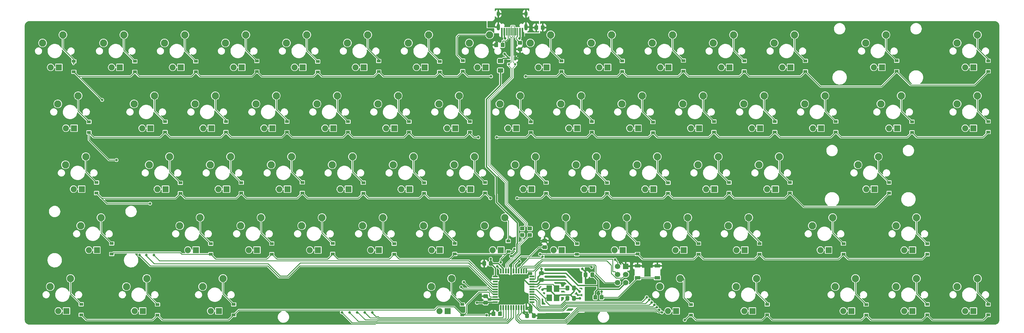
<source format=gbl>
G04 #@! TF.GenerationSoftware,KiCad,Pcbnew,(6.0.10)*
G04 #@! TF.CreationDate,2023-02-18T22:59:06-08:00*
G04 #@! TF.ProjectId,KeyboardM,4b657962-6f61-4726-944d-2e6b69636164,rev?*
G04 #@! TF.SameCoordinates,Original*
G04 #@! TF.FileFunction,Copper,L2,Bot*
G04 #@! TF.FilePolarity,Positive*
%FSLAX46Y46*%
G04 Gerber Fmt 4.6, Leading zero omitted, Abs format (unit mm)*
G04 Created by KiCad (PCBNEW (6.0.10)) date 2023-02-18 22:59:06*
%MOMM*%
%LPD*%
G01*
G04 APERTURE LIST*
G04 Aperture macros list*
%AMRoundRect*
0 Rectangle with rounded corners*
0 $1 Rounding radius*
0 $2 $3 $4 $5 $6 $7 $8 $9 X,Y pos of 4 corners*
0 Add a 4 corners polygon primitive as box body*
4,1,4,$2,$3,$4,$5,$6,$7,$8,$9,$2,$3,0*
0 Add four circle primitives for the rounded corners*
1,1,$1+$1,$2,$3*
1,1,$1+$1,$4,$5*
1,1,$1+$1,$6,$7*
1,1,$1+$1,$8,$9*
0 Add four rect primitives between the rounded corners*
20,1,$1+$1,$2,$3,$4,$5,0*
20,1,$1+$1,$4,$5,$6,$7,0*
20,1,$1+$1,$6,$7,$8,$9,0*
20,1,$1+$1,$8,$9,$2,$3,0*%
G04 Aperture macros list end*
G04 #@! TA.AperFunction,ComponentPad*
%ADD10C,2.250000*%
G04 #@! TD*
G04 #@! TA.AperFunction,ComponentPad*
%ADD11C,1.905000*%
G04 #@! TD*
G04 #@! TA.AperFunction,ComponentPad*
%ADD12R,1.905000X1.905000*%
G04 #@! TD*
G04 #@! TA.AperFunction,SMDPad,CuDef*
%ADD13R,1.200000X0.900000*%
G04 #@! TD*
G04 #@! TA.AperFunction,SMDPad,CuDef*
%ADD14RoundRect,0.250000X0.337500X0.475000X-0.337500X0.475000X-0.337500X-0.475000X0.337500X-0.475000X0*%
G04 #@! TD*
G04 #@! TA.AperFunction,SMDPad,CuDef*
%ADD15RoundRect,0.250000X0.475000X-0.337500X0.475000X0.337500X-0.475000X0.337500X-0.475000X-0.337500X0*%
G04 #@! TD*
G04 #@! TA.AperFunction,ComponentPad*
%ADD16C,1.700000*%
G04 #@! TD*
G04 #@! TA.AperFunction,ComponentPad*
%ADD17R,1.700000X1.700000*%
G04 #@! TD*
G04 #@! TA.AperFunction,SMDPad,CuDef*
%ADD18RoundRect,0.250000X-0.337500X-0.475000X0.337500X-0.475000X0.337500X0.475000X-0.337500X0.475000X0*%
G04 #@! TD*
G04 #@! TA.AperFunction,SMDPad,CuDef*
%ADD19R,0.700000X1.000000*%
G04 #@! TD*
G04 #@! TA.AperFunction,SMDPad,CuDef*
%ADD20R,0.700000X0.600000*%
G04 #@! TD*
G04 #@! TA.AperFunction,SMDPad,CuDef*
%ADD21RoundRect,0.250000X-0.450000X0.350000X-0.450000X-0.350000X0.450000X-0.350000X0.450000X0.350000X0*%
G04 #@! TD*
G04 #@! TA.AperFunction,SMDPad,CuDef*
%ADD22RoundRect,0.250000X0.350000X0.450000X-0.350000X0.450000X-0.350000X-0.450000X0.350000X-0.450000X0*%
G04 #@! TD*
G04 #@! TA.AperFunction,SMDPad,CuDef*
%ADD23RoundRect,0.250000X0.325000X0.450000X-0.325000X0.450000X-0.325000X-0.450000X0.325000X-0.450000X0*%
G04 #@! TD*
G04 #@! TA.AperFunction,SMDPad,CuDef*
%ADD24R,0.550000X1.500000*%
G04 #@! TD*
G04 #@! TA.AperFunction,SMDPad,CuDef*
%ADD25R,1.500000X0.550000*%
G04 #@! TD*
G04 #@! TA.AperFunction,SMDPad,CuDef*
%ADD26R,1.800000X1.100000*%
G04 #@! TD*
G04 #@! TA.AperFunction,SMDPad,CuDef*
%ADD27RoundRect,0.250001X-0.624999X0.462499X-0.624999X-0.462499X0.624999X-0.462499X0.624999X0.462499X0*%
G04 #@! TD*
G04 #@! TA.AperFunction,SMDPad,CuDef*
%ADD28RoundRect,0.250000X-0.475000X0.337500X-0.475000X-0.337500X0.475000X-0.337500X0.475000X0.337500X0*%
G04 #@! TD*
G04 #@! TA.AperFunction,SMDPad,CuDef*
%ADD29R,1.800000X2.100000*%
G04 #@! TD*
G04 #@! TA.AperFunction,SMDPad,CuDef*
%ADD30RoundRect,0.250000X-0.350000X-0.450000X0.350000X-0.450000X0.350000X0.450000X-0.350000X0.450000X0*%
G04 #@! TD*
G04 #@! TA.AperFunction,SMDPad,CuDef*
%ADD31R,0.600000X2.450000*%
G04 #@! TD*
G04 #@! TA.AperFunction,SMDPad,CuDef*
%ADD32R,0.300000X2.450000*%
G04 #@! TD*
G04 #@! TA.AperFunction,ComponentPad*
%ADD33O,1.000000X1.600000*%
G04 #@! TD*
G04 #@! TA.AperFunction,ComponentPad*
%ADD34O,1.000000X2.100000*%
G04 #@! TD*
G04 #@! TA.AperFunction,ViaPad*
%ADD35C,0.800000*%
G04 #@! TD*
G04 #@! TA.AperFunction,Conductor*
%ADD36C,0.250000*%
G04 #@! TD*
G04 #@! TA.AperFunction,Conductor*
%ADD37C,0.381000*%
G04 #@! TD*
G04 #@! TA.AperFunction,Conductor*
%ADD38C,0.200000*%
G04 #@! TD*
G04 APERTURE END LIST*
D10*
X251777500Y-54610000D03*
X258127500Y-52070000D03*
D11*
X254317500Y-62230000D03*
D12*
X256857500Y-62230000D03*
D10*
X223202500Y-73660000D03*
X229552500Y-71120000D03*
D11*
X225742500Y-81280000D03*
D12*
X228282500Y-81280000D03*
D10*
X68421250Y-92710000D03*
X74771250Y-90170000D03*
D11*
X70961250Y-100330000D03*
D12*
X73501250Y-100330000D03*
D10*
X254158750Y-130810000D03*
X260508750Y-128270000D03*
D11*
X256698750Y-138430000D03*
D12*
X259238750Y-138430000D03*
D10*
X299402500Y-73660000D03*
X305752500Y-71120000D03*
D11*
X301942500Y-81280000D03*
D12*
X304482500Y-81280000D03*
D10*
X111283750Y-130810000D03*
X117633750Y-128270000D03*
D11*
X113823750Y-138430000D03*
D12*
X116363750Y-138430000D03*
D10*
X247015000Y-92710000D03*
X253365000Y-90170000D03*
D11*
X249555000Y-100330000D03*
D12*
X252095000Y-100330000D03*
D10*
X161290000Y-111760000D03*
X167640000Y-109220000D03*
D11*
X163830000Y-119380000D03*
D12*
X166370000Y-119380000D03*
D10*
X142240000Y-111760000D03*
X148590000Y-109220000D03*
D11*
X144780000Y-119380000D03*
D12*
X147320000Y-119380000D03*
D10*
X208915000Y-92710000D03*
X215265000Y-90170000D03*
D11*
X211455000Y-100330000D03*
D12*
X213995000Y-100330000D03*
D10*
X87471250Y-130810000D03*
X93821250Y-128270000D03*
D11*
X90011250Y-138430000D03*
D12*
X92551250Y-138430000D03*
D10*
X275590000Y-111760000D03*
X281940000Y-109220000D03*
D11*
X278130000Y-119380000D03*
D12*
X280670000Y-119380000D03*
D10*
X308927500Y-130810000D03*
X315277500Y-128270000D03*
D11*
X311467500Y-138430000D03*
D12*
X314007500Y-138430000D03*
D10*
X108902500Y-73660000D03*
X115252500Y-71120000D03*
D11*
X111442500Y-81280000D03*
D12*
X113982500Y-81280000D03*
D10*
X113665000Y-92710000D03*
X120015000Y-90170000D03*
D11*
X116205000Y-100330000D03*
D12*
X118745000Y-100330000D03*
D10*
X63658750Y-130810000D03*
X70008750Y-128270000D03*
D11*
X66198750Y-138430000D03*
D12*
X68738750Y-138430000D03*
D10*
X227965000Y-92710000D03*
X234315000Y-90170000D03*
D11*
X230505000Y-100330000D03*
D12*
X233045000Y-100330000D03*
D10*
X66040000Y-73660000D03*
X72390000Y-71120000D03*
D11*
X68580000Y-81280000D03*
D12*
X71120000Y-81280000D03*
D10*
X270827500Y-54610000D03*
X277177500Y-52070000D03*
D11*
X273367500Y-62230000D03*
D12*
X275907500Y-62230000D03*
D10*
X166052500Y-73660000D03*
X172402500Y-71120000D03*
D11*
X168592500Y-81280000D03*
D12*
X171132500Y-81280000D03*
D10*
X127952500Y-73660000D03*
X134302500Y-71120000D03*
D11*
X130492500Y-81280000D03*
D12*
X133032500Y-81280000D03*
D10*
X218440000Y-111760000D03*
X224790000Y-109220000D03*
D11*
X220980000Y-119380000D03*
D12*
X223520000Y-119380000D03*
D10*
X99377500Y-54610000D03*
X105727500Y-52070000D03*
D11*
X101917500Y-62230000D03*
D12*
X104457500Y-62230000D03*
D10*
X170815000Y-92710000D03*
X177165000Y-90170000D03*
D11*
X173355000Y-100330000D03*
D12*
X175895000Y-100330000D03*
D10*
X327977500Y-130810000D03*
X334327500Y-128270000D03*
D11*
X330517500Y-138430000D03*
D12*
X333057500Y-138430000D03*
D10*
X327977500Y-111760000D03*
X334327500Y-109220000D03*
D11*
X330517500Y-119380000D03*
D12*
X333057500Y-119380000D03*
D10*
X347027500Y-54610000D03*
X353377500Y-52070000D03*
D11*
X349567500Y-62230000D03*
D12*
X352107500Y-62230000D03*
D10*
X323215000Y-73660000D03*
X329565000Y-71120000D03*
D11*
X325755000Y-81280000D03*
D12*
X328295000Y-81280000D03*
D10*
X347027500Y-130810000D03*
X353377500Y-128270000D03*
D11*
X349567500Y-138430000D03*
D12*
X352107500Y-138430000D03*
D10*
X266065000Y-92710000D03*
X272415000Y-90170000D03*
D11*
X268605000Y-100330000D03*
D12*
X271145000Y-100330000D03*
D10*
X194627500Y-54610000D03*
X200977500Y-52070000D03*
D11*
X197167500Y-62230000D03*
D12*
X199707500Y-62230000D03*
D10*
X280352500Y-73660000D03*
X286702500Y-71120000D03*
D11*
X282892500Y-81280000D03*
D12*
X285432500Y-81280000D03*
D10*
X242252500Y-73660000D03*
X248602500Y-71120000D03*
D11*
X244792500Y-81280000D03*
D12*
X247332500Y-81280000D03*
D10*
X318452500Y-54610000D03*
X324802500Y-52070000D03*
D11*
X320992500Y-62230000D03*
D12*
X323532500Y-62230000D03*
D10*
X175577500Y-54610000D03*
X181927500Y-52070000D03*
D11*
X178117500Y-62230000D03*
D12*
X180657500Y-62230000D03*
D10*
X94615000Y-92710000D03*
X100965000Y-90170000D03*
D11*
X97155000Y-100330000D03*
D12*
X99695000Y-100330000D03*
D10*
X137477500Y-54610000D03*
X143827500Y-52070000D03*
D11*
X140017500Y-62230000D03*
D12*
X142557500Y-62230000D03*
D10*
X104140000Y-111760000D03*
X110490000Y-109220000D03*
D11*
X106680000Y-119380000D03*
D12*
X109220000Y-119380000D03*
D10*
X61277500Y-54610000D03*
X67627500Y-52070000D03*
D11*
X63817500Y-62230000D03*
D12*
X66357500Y-62230000D03*
D10*
X147002500Y-73660000D03*
X153352500Y-71120000D03*
D11*
X149542500Y-81280000D03*
D12*
X152082500Y-81280000D03*
D10*
X180340000Y-111760000D03*
X186690000Y-109220000D03*
D11*
X182880000Y-119380000D03*
D12*
X185420000Y-119380000D03*
D10*
X301783750Y-111760000D03*
X308133750Y-109220000D03*
D11*
X304323750Y-119380000D03*
D12*
X306863750Y-119380000D03*
D10*
X277971250Y-130810000D03*
X284321250Y-128270000D03*
D11*
X280511250Y-138430000D03*
D12*
X283051250Y-138430000D03*
D10*
X182721250Y-130810000D03*
X189071250Y-128270000D03*
D11*
X185261250Y-138430000D03*
D12*
X187801250Y-138430000D03*
D10*
X232727500Y-54610000D03*
X239077500Y-52070000D03*
D11*
X235267500Y-62230000D03*
D12*
X237807500Y-62230000D03*
D10*
X204152500Y-73660000D03*
X210502500Y-71120000D03*
D11*
X206692500Y-81280000D03*
D12*
X209232500Y-81280000D03*
D10*
X89852500Y-73660000D03*
X96202500Y-71120000D03*
D11*
X92392500Y-81280000D03*
D12*
X94932500Y-81280000D03*
D10*
X256540000Y-111760000D03*
X262890000Y-109220000D03*
D11*
X259080000Y-119380000D03*
D12*
X261620000Y-119380000D03*
D10*
X289877500Y-54610000D03*
X296227500Y-52070000D03*
D11*
X292417500Y-62230000D03*
D12*
X294957500Y-62230000D03*
D10*
X123190000Y-111760000D03*
X129540000Y-109220000D03*
D11*
X125730000Y-119380000D03*
D12*
X128270000Y-119380000D03*
D10*
X213677500Y-54610000D03*
X220027500Y-52070000D03*
D11*
X216217500Y-62230000D03*
D12*
X218757500Y-62230000D03*
D10*
X151765000Y-92710000D03*
X158115000Y-90170000D03*
D11*
X154305000Y-100330000D03*
D12*
X156845000Y-100330000D03*
D10*
X199390000Y-111760000D03*
X205740000Y-109220000D03*
D11*
X201930000Y-119380000D03*
D12*
X204470000Y-119380000D03*
D10*
X189865000Y-92710000D03*
X196215000Y-90170000D03*
D11*
X192405000Y-100330000D03*
D12*
X194945000Y-100330000D03*
D10*
X316071250Y-92710000D03*
X322421250Y-90170000D03*
D11*
X318611250Y-100330000D03*
D12*
X321151250Y-100330000D03*
D10*
X132715000Y-92710000D03*
X139065000Y-90170000D03*
D11*
X135255000Y-100330000D03*
D12*
X137795000Y-100330000D03*
D10*
X285115000Y-92710000D03*
X291465000Y-90170000D03*
D11*
X287655000Y-100330000D03*
D12*
X290195000Y-100330000D03*
D10*
X261302500Y-73660000D03*
X267652500Y-71120000D03*
D11*
X263842500Y-81280000D03*
D12*
X266382500Y-81280000D03*
D10*
X185102500Y-73660000D03*
X191452500Y-71120000D03*
D11*
X187642500Y-81280000D03*
D12*
X190182500Y-81280000D03*
D10*
X118427500Y-54610000D03*
X124777500Y-52070000D03*
D11*
X120967500Y-62230000D03*
D12*
X123507500Y-62230000D03*
D10*
X156527500Y-54610000D03*
X162877500Y-52070000D03*
D11*
X159067500Y-62230000D03*
D12*
X161607500Y-62230000D03*
D10*
X80327500Y-54610000D03*
X86677500Y-52070000D03*
D11*
X82867500Y-62230000D03*
D12*
X85407500Y-62230000D03*
D10*
X347027500Y-73660000D03*
X353377500Y-71120000D03*
D11*
X349567500Y-81280000D03*
D12*
X352107500Y-81280000D03*
D10*
X237490000Y-111760000D03*
X243840000Y-109220000D03*
D11*
X240030000Y-119380000D03*
D12*
X242570000Y-119380000D03*
D10*
X73183750Y-111760000D03*
X79533750Y-109220000D03*
D11*
X75723750Y-119380000D03*
D12*
X78263750Y-119380000D03*
D13*
X263896220Y-139739590D03*
X263896220Y-136439590D03*
X120985050Y-139679968D03*
X120985050Y-136379968D03*
X137635040Y-82519921D03*
X137635040Y-79219921D03*
X99565183Y-82518709D03*
X99565183Y-79218709D03*
X275762226Y-101565732D03*
X275762226Y-98265732D03*
D14*
X201314191Y-123608059D03*
X199239191Y-123608059D03*
D13*
X261496938Y-63425118D03*
X261496938Y-60125118D03*
X309119393Y-82485757D03*
X309119393Y-79185757D03*
X337672962Y-120703915D03*
X337672962Y-117403915D03*
D15*
X218151046Y-118526985D03*
X218151046Y-116451985D03*
D13*
X190042796Y-120610931D03*
X190042796Y-117310931D03*
X206768750Y-119839433D03*
X206768750Y-116539433D03*
X213829592Y-82625706D03*
X213829592Y-79325706D03*
X294803937Y-101578797D03*
X294803937Y-98278797D03*
X356734925Y-82485233D03*
X356734925Y-79185233D03*
X266240103Y-120648038D03*
X266240103Y-117348038D03*
D16*
X240953123Y-129543252D03*
X243493123Y-129543252D03*
X240953123Y-127003252D03*
X243493123Y-127003252D03*
X240953123Y-124463252D03*
D17*
X243493123Y-124463252D03*
D13*
X90093750Y-63662500D03*
X90093750Y-60362500D03*
X185343750Y-63712500D03*
X185343750Y-60412500D03*
D18*
X225244413Y-131303624D03*
X227319413Y-131303624D03*
D19*
X208962500Y-59575000D03*
D20*
X208962500Y-61275000D03*
X206962500Y-61275000D03*
X206962500Y-59375000D03*
D13*
X237655378Y-101601434D03*
X237655378Y-98301434D03*
X82867591Y-120622553D03*
X82867591Y-117322553D03*
X251982936Y-82646221D03*
X251982936Y-79346221D03*
X109143750Y-63662500D03*
X109143750Y-60362500D03*
X113830769Y-120680899D03*
X113830769Y-117380899D03*
X118565736Y-82501915D03*
X118565736Y-79201915D03*
X218605573Y-101601043D03*
X218605573Y-98301043D03*
X171133465Y-120688120D03*
X171133465Y-117388120D03*
D21*
X211150422Y-112654332D03*
X211150422Y-114654332D03*
D13*
X311500508Y-120660917D03*
X311500508Y-117360917D03*
X71037500Y-63650000D03*
X71037500Y-60350000D03*
X147243750Y-63712500D03*
X147243750Y-60412500D03*
D14*
X233017598Y-127151485D03*
X230942598Y-127151485D03*
D22*
X204993750Y-55261263D03*
X202993750Y-55261263D03*
D23*
X217560000Y-49784000D03*
X215510000Y-49784000D03*
D13*
X75752308Y-82594908D03*
X75752308Y-79294908D03*
X356738050Y-63517854D03*
X356738050Y-60217854D03*
X161482546Y-101606480D03*
X161482546Y-98306480D03*
D24*
X204435753Y-125961707D03*
X205235753Y-125961707D03*
X206035753Y-125961707D03*
X206835753Y-125961707D03*
X207635753Y-125961707D03*
X208435753Y-125961707D03*
X209235753Y-125961707D03*
X210035753Y-125961707D03*
X210835753Y-125961707D03*
X211635753Y-125961707D03*
X212435753Y-125961707D03*
D25*
X214135753Y-127661707D03*
X214135753Y-128461707D03*
X214135753Y-129261707D03*
X214135753Y-130061707D03*
X214135753Y-130861707D03*
X214135753Y-131661707D03*
X214135753Y-132461707D03*
X214135753Y-133261707D03*
X214135753Y-134061707D03*
X214135753Y-134861707D03*
X214135753Y-135661707D03*
D24*
X212435753Y-137361707D03*
X211635753Y-137361707D03*
X210835753Y-137361707D03*
X210035753Y-137361707D03*
X209235753Y-137361707D03*
X208435753Y-137361707D03*
X207635753Y-137361707D03*
X206835753Y-137361707D03*
X206035753Y-137361707D03*
X205235753Y-137361707D03*
X204435753Y-137361707D03*
D25*
X202735753Y-135661707D03*
X202735753Y-134861707D03*
X202735753Y-134061707D03*
X202735753Y-133261707D03*
X202735753Y-132461707D03*
X202735753Y-131661707D03*
X202735753Y-130861707D03*
X202735753Y-130061707D03*
X202735753Y-129261707D03*
X202735753Y-128461707D03*
X202735753Y-127661707D03*
D26*
X247166900Y-128056250D03*
X253366900Y-128056250D03*
X253366900Y-124356250D03*
X247166900Y-124356250D03*
D27*
X204356967Y-60244428D03*
X204356967Y-63219428D03*
D13*
X151937360Y-120609126D03*
X151937360Y-117309126D03*
D28*
X217167003Y-126652957D03*
X217167003Y-128727957D03*
D29*
X219575663Y-134343624D03*
X219575663Y-131443624D03*
X221875663Y-131443624D03*
X221875663Y-134343624D03*
D13*
X97177278Y-139704695D03*
X97177278Y-136404695D03*
X228197588Y-120709086D03*
X228197588Y-117409086D03*
X199527272Y-101539145D03*
X199527272Y-98239145D03*
D30*
X233950000Y-134143750D03*
X235950000Y-134143750D03*
D13*
X78124810Y-101562584D03*
X78124810Y-98262584D03*
D18*
X212683415Y-139891260D03*
X214758415Y-139891260D03*
D13*
X356710703Y-139690665D03*
X356710703Y-136390665D03*
X337692378Y-139660722D03*
X337692378Y-136360722D03*
X132892080Y-120651238D03*
X132892080Y-117351238D03*
X299621537Y-63515858D03*
X299621537Y-60215858D03*
X285294428Y-120653962D03*
X285294428Y-117353962D03*
X332920697Y-82553627D03*
X332920697Y-79253627D03*
X104326708Y-101653683D03*
X104326708Y-98353683D03*
X180509065Y-101614167D03*
X180509065Y-98314167D03*
D21*
X210434025Y-54573298D03*
X210434025Y-56573298D03*
D13*
X290059887Y-82508139D03*
X290059887Y-79208139D03*
X242393750Y-63548508D03*
X242393750Y-60248508D03*
X287668218Y-139674488D03*
X287668218Y-136374488D03*
X328144363Y-63490206D03*
X328144363Y-60190206D03*
X325762185Y-101540773D03*
X325762185Y-98240773D03*
X318627947Y-139711482D03*
X318627947Y-136411482D03*
D31*
X204737500Y-51057500D03*
X205512500Y-51057500D03*
D32*
X206212500Y-51057500D03*
X206712500Y-51057500D03*
X207212500Y-51057500D03*
X207712500Y-51057500D03*
X208212500Y-51057500D03*
X208712500Y-51057500D03*
X209212500Y-51057500D03*
X209712500Y-51057500D03*
D31*
X210412500Y-51057500D03*
X211187500Y-51057500D03*
D33*
X212282500Y-45462500D03*
D34*
X212282500Y-49642500D03*
X203642500Y-49642500D03*
D33*
X203642500Y-45462500D03*
D13*
X192421075Y-139690052D03*
X192421075Y-136390052D03*
X156689261Y-82543578D03*
X156689261Y-79243578D03*
D18*
X225244413Y-134478624D03*
X227319413Y-134478624D03*
D22*
X204140337Y-139337733D03*
X202140337Y-139337733D03*
D13*
X192557821Y-63466304D03*
X192557821Y-60166304D03*
X232904074Y-82532383D03*
X232904074Y-79232383D03*
D21*
X213531672Y-112654332D03*
X213531672Y-114654332D03*
D13*
X271035605Y-82475849D03*
X271035605Y-79175849D03*
X142439817Y-101523749D03*
X142439817Y-98223749D03*
X247166863Y-120621909D03*
X247166863Y-117321909D03*
X128237500Y-63562500D03*
X128237500Y-60262500D03*
D15*
X199704503Y-135871707D03*
X199704503Y-133796707D03*
D13*
X73337272Y-139638265D03*
X73337272Y-136338265D03*
X256705378Y-101631290D03*
X256705378Y-98331290D03*
X223437500Y-63562500D03*
X223437500Y-60262500D03*
X175743242Y-82543963D03*
X175743242Y-79243963D03*
X280510254Y-63530872D03*
X280510254Y-60230872D03*
X123353982Y-101594891D03*
X123353982Y-98294891D03*
X194764424Y-82521863D03*
X194764424Y-79221863D03*
X166293750Y-63562500D03*
X166293750Y-60262500D03*
D35*
X198569959Y-84931250D03*
X206628789Y-56631942D03*
X206646728Y-64116823D03*
X208782331Y-103925671D03*
X203200000Y-52324000D03*
X76800000Y-66640000D03*
X205873315Y-65847797D03*
X229957894Y-125290626D03*
X232800000Y-118640000D03*
X219710000Y-49530000D03*
X205281362Y-123860418D03*
X216466388Y-119368470D03*
X211387658Y-118086508D03*
X210565838Y-104902588D03*
X204988959Y-105177825D03*
X258800000Y-92640000D03*
X102800000Y-66640000D03*
X202406250Y-83343750D03*
X217481706Y-131765288D03*
X236680586Y-121442425D03*
X209032245Y-54353515D03*
X202644619Y-65847797D03*
X212626211Y-119957979D03*
X154800000Y-92640000D03*
X204932549Y-107564145D03*
X206800000Y-92640000D03*
X102800000Y-118640000D03*
X202406250Y-84963957D03*
X207329623Y-102354289D03*
X180800000Y-66640000D03*
X207042849Y-54343169D03*
X218703107Y-119984586D03*
X202669172Y-64251864D03*
X128800000Y-66640000D03*
X201985292Y-103984932D03*
X336800000Y-118640000D03*
X210272946Y-124058705D03*
X128800000Y-92640000D03*
X208770547Y-65835521D03*
X202009845Y-102388999D03*
X206800000Y-118640000D03*
X213614000Y-52324000D03*
X205246725Y-103937947D03*
X102800000Y-92640000D03*
X211139894Y-65823244D03*
X195018107Y-121829666D03*
X211595819Y-122444585D03*
X211164447Y-64227311D03*
X76800000Y-92640000D03*
X209081350Y-57938227D03*
X180800000Y-92640000D03*
X229112967Y-132410672D03*
X154800000Y-118640000D03*
X217170000Y-52070000D03*
X203502347Y-106133944D03*
X310800000Y-118640000D03*
X206170719Y-122114440D03*
X209653956Y-106806534D03*
X198569959Y-83343750D03*
X206719932Y-106908799D03*
X211305815Y-119897961D03*
X215831420Y-117298384D03*
X284800000Y-66640000D03*
X336800000Y-66640000D03*
X207337807Y-103912000D03*
X209813787Y-105951057D03*
X258800000Y-66640000D03*
X232800000Y-92640000D03*
X205271278Y-102342014D03*
X199136000Y-50038000D03*
X284800000Y-118640000D03*
X310800000Y-92640000D03*
X336800000Y-92640000D03*
X232800000Y-66640000D03*
X208000733Y-105063284D03*
X154800000Y-66640000D03*
X214840740Y-118246103D03*
X209329123Y-64001562D03*
X229141651Y-134518928D03*
X210642444Y-107746928D03*
X215370035Y-120538251D03*
X208806884Y-102329738D03*
X201314191Y-122154374D03*
X207679638Y-121296110D03*
X197016503Y-135881847D03*
X210291736Y-122921979D03*
X217167003Y-125236973D03*
X211560253Y-139012251D03*
X79867803Y-72436363D03*
X91587210Y-120956126D03*
X201416137Y-65087500D03*
X212207101Y-65087500D03*
X197432190Y-84137500D03*
X84384323Y-91235444D03*
X93662500Y-120910599D03*
X203200000Y-84137500D03*
X201175627Y-103187500D03*
X96043750Y-120954942D03*
X209550000Y-103187500D03*
X94861196Y-104848407D03*
X203334206Y-124513912D03*
X204402133Y-123233312D03*
X208663250Y-119062500D03*
X216693750Y-120650000D03*
X200025000Y-139700000D03*
X261937500Y-141287500D03*
X205810862Y-53213832D03*
X210291753Y-53197464D03*
X205636447Y-58048947D03*
X240165241Y-122384122D03*
X232832967Y-124722740D03*
X235942956Y-132402434D03*
X154781250Y-138906250D03*
X157162500Y-138906250D03*
X159543750Y-138906250D03*
X161925000Y-138906250D03*
X164306250Y-138906250D03*
X192087500Y-130968750D03*
X192881250Y-129381250D03*
X217497185Y-121433586D03*
X250031250Y-134143750D03*
X250825000Y-134937500D03*
X251618750Y-135731250D03*
X252412500Y-136525000D03*
X253206250Y-137318750D03*
X254000000Y-138112500D03*
X254793750Y-138906250D03*
X213909814Y-48618535D03*
X205486000Y-44704000D03*
X207962500Y-46736000D03*
X201422000Y-48768000D03*
X210312000Y-44704000D03*
D36*
X218398253Y-134549207D02*
X215510753Y-131661707D01*
X219674093Y-136582045D02*
X218398253Y-135306205D01*
X219575663Y-134343624D02*
X218603836Y-134343624D01*
X225244413Y-134478624D02*
X223140992Y-136582045D01*
X218398253Y-135306205D02*
X218398253Y-134549207D01*
X223140992Y-136582045D02*
X219674093Y-136582045D01*
X218603836Y-134343624D02*
X218398253Y-134549207D01*
X215510753Y-131661707D02*
X214135753Y-131661707D01*
D37*
X227319413Y-132247624D02*
X226203913Y-133363124D01*
D36*
X201985292Y-103984932D02*
X201985292Y-102556923D01*
X210642444Y-104979194D02*
X210565838Y-104902588D01*
D37*
X211595819Y-122735832D02*
X211595819Y-122444585D01*
X221875663Y-133939110D02*
X221875663Y-134343624D01*
X202097458Y-139294854D02*
X202140337Y-139337733D01*
X221875663Y-133973668D02*
X219575663Y-131673668D01*
X211387658Y-118086508D02*
X211387658Y-119816118D01*
X224743746Y-128727957D02*
X217167003Y-128727957D01*
D36*
X208770547Y-64560138D02*
X209329123Y-64001562D01*
D37*
X217803370Y-131443624D02*
X217481706Y-131765288D01*
X210273970Y-65395289D02*
X210273970Y-58263530D01*
X216677819Y-116451985D02*
X215831420Y-117298384D01*
X201566999Y-74102260D02*
X201566999Y-91961485D01*
X205575543Y-134415917D02*
X207635753Y-132355707D01*
X202993750Y-54695778D02*
X202993750Y-55261263D01*
X212435753Y-133189126D02*
X207635753Y-128389126D01*
D36*
X202406250Y-84963957D02*
X202406250Y-83343750D01*
D37*
X204737500Y-51057500D02*
X204737500Y-52952028D01*
X214758415Y-139684369D02*
X212435753Y-137361707D01*
D36*
X206170719Y-122114440D02*
X206170719Y-122971061D01*
X202644619Y-65847797D02*
X202644619Y-64419788D01*
D37*
X210738441Y-120720942D02*
X207635753Y-123823630D01*
X219266546Y-119421147D02*
X219266546Y-117567485D01*
X201700906Y-128461707D02*
X202735753Y-128461707D01*
X207635753Y-132355707D02*
X207635753Y-128389126D01*
X211524525Y-55482798D02*
X210434025Y-56573298D01*
D36*
X211139894Y-65823244D02*
X211139894Y-64395235D01*
X215370035Y-120464823D02*
X216466388Y-119368470D01*
D37*
X243493123Y-124463252D02*
X240472296Y-121442425D01*
X207337807Y-103912000D02*
X207329623Y-103903816D01*
X227319413Y-134478624D02*
X229101347Y-134478624D01*
X212435753Y-137361707D02*
X212435753Y-133189126D01*
X221875663Y-134343624D02*
X221875663Y-133973668D01*
X219266546Y-117567485D02*
X218151046Y-116451985D01*
X227319413Y-131303624D02*
X227319413Y-132247624D01*
X227319413Y-131303624D02*
X224743746Y-128727957D01*
X207042849Y-56217882D02*
X206628789Y-56631942D01*
X210434025Y-58103475D02*
X208962500Y-59575000D01*
X210434025Y-56573298D02*
X210434025Y-58103475D01*
D36*
X204988959Y-105177825D02*
X206719932Y-106908799D01*
D37*
X207042849Y-54343169D02*
X207042849Y-56217882D01*
X211187500Y-51057500D02*
X211524525Y-51394525D01*
D36*
X205873315Y-64890236D02*
X206646728Y-64116823D01*
D37*
X240472296Y-121442425D02*
X236680586Y-121442425D01*
X222856163Y-133363124D02*
X226203913Y-133363124D01*
X218151046Y-116451985D02*
X216677819Y-116451985D01*
D36*
X204932549Y-107564145D02*
X203502347Y-106133944D01*
X208782331Y-103925671D02*
X208782331Y-102497662D01*
D37*
X247166900Y-124356250D02*
X243600125Y-124356250D01*
X209032245Y-57889122D02*
X209032245Y-54353515D01*
X211529753Y-128461707D02*
X213129753Y-130061707D01*
D36*
X198569959Y-84931250D02*
X198569959Y-83343750D01*
D37*
X213360290Y-120720942D02*
X210738441Y-120720942D01*
X228005919Y-131303624D02*
X229112967Y-132410672D01*
X207635753Y-123823630D02*
X207635753Y-125961707D01*
X209653956Y-106716507D02*
X208000733Y-105063284D01*
X217629247Y-116451985D02*
X213360290Y-120720942D01*
X208058148Y-98452633D02*
X208058148Y-104195418D01*
X221875663Y-134343624D02*
X222856163Y-133363124D01*
X214758415Y-139891260D02*
X214758415Y-139684369D01*
X202097458Y-137894002D02*
X205575543Y-134415917D01*
D36*
X205246725Y-103937947D02*
X205246725Y-102509938D01*
D37*
X205129753Y-134861707D02*
X205575543Y-134415917D01*
X210272946Y-124058705D02*
X211595819Y-122735832D01*
X253366900Y-124356250D02*
X247166900Y-124356250D01*
X209081350Y-57938227D02*
X209032245Y-57889122D01*
X226203913Y-133363124D02*
X227319413Y-134478624D01*
D36*
X215370035Y-120538251D02*
X215370035Y-120464823D01*
D37*
X243600125Y-124356250D02*
X243493123Y-124463252D01*
X209653956Y-106806534D02*
X209653956Y-106716507D01*
X230942598Y-126275330D02*
X229957894Y-125290626D01*
X207635753Y-128389126D02*
X207635753Y-125961707D01*
D36*
X206170719Y-122971061D02*
X205281362Y-123860418D01*
D37*
X210273970Y-58263530D02*
X210434025Y-58103475D01*
X227319413Y-131303624D02*
X228005919Y-131303624D01*
X202735753Y-128461707D02*
X211529753Y-128461707D01*
X199239191Y-123608059D02*
X199239191Y-125999992D01*
X201566999Y-91961485D02*
X208058148Y-98452633D01*
X199239191Y-125999992D02*
X201700906Y-128461707D01*
X196796500Y-123608059D02*
X195018107Y-121829666D01*
X202735753Y-134861707D02*
X200769503Y-134861707D01*
X215833253Y-130061707D02*
X214135753Y-130061707D01*
X210273970Y-65395289D02*
X201566999Y-74102260D01*
X211524525Y-51394525D02*
X211524525Y-55482798D01*
X204737500Y-52952028D02*
X202993750Y-54695778D01*
D36*
X208770547Y-65835521D02*
X208770547Y-64560138D01*
D37*
X219575663Y-131443624D02*
X217803370Y-131443624D01*
X208058148Y-104195418D02*
X209813787Y-105951057D01*
X218703107Y-119984586D02*
X219266546Y-119421147D01*
X202735753Y-134861707D02*
X205129753Y-134861707D01*
D36*
X210642444Y-107746928D02*
X210642444Y-104979194D01*
D37*
X218151046Y-116451985D02*
X217629247Y-116451985D01*
X217167003Y-128727957D02*
X215833253Y-130061707D01*
X211387658Y-119816118D02*
X211305815Y-119897961D01*
D36*
X205873315Y-65847797D02*
X205873315Y-64890236D01*
D37*
X229101347Y-134478624D02*
X229141651Y-134518928D01*
X219575663Y-131673668D02*
X219575663Y-131443624D01*
D36*
X213128864Y-119957979D02*
X214840740Y-118246103D01*
D37*
X202097458Y-137894002D02*
X202097458Y-139294854D01*
X207329623Y-103903816D02*
X207329623Y-102354289D01*
X200769503Y-134861707D02*
X199704503Y-133796707D01*
D36*
X212626211Y-119957979D02*
X213128864Y-119957979D01*
D37*
X230942598Y-127151485D02*
X230942598Y-126275330D01*
X199239191Y-123608059D02*
X196796500Y-123608059D01*
X213129753Y-130061707D02*
X214135753Y-130061707D01*
D36*
X221875663Y-131443624D02*
X225104413Y-131443624D01*
X215762281Y-130861707D02*
X214135753Y-130861707D01*
X216555821Y-130068167D02*
X215762281Y-130861707D01*
X220650206Y-130068167D02*
X216555821Y-130068167D01*
X221875663Y-131293624D02*
X220650206Y-130068167D01*
X225104413Y-131443624D02*
X225244413Y-131303624D01*
X221875663Y-131443624D02*
X221875663Y-131293624D01*
X213383930Y-121426330D02*
X210762081Y-121426330D01*
X216283275Y-118526985D02*
X213383930Y-121426330D01*
X210762081Y-121426330D02*
X208435753Y-123752658D01*
X218151046Y-118526985D02*
X216283275Y-118526985D01*
X208435753Y-123752658D02*
X208435753Y-125961707D01*
D37*
X233950000Y-132408985D02*
X234743750Y-131615235D01*
X209453250Y-117402685D02*
X209453250Y-119818070D01*
X204356967Y-67735688D02*
X199909631Y-72183024D01*
X204356967Y-63219428D02*
X204356967Y-67735688D01*
X197026643Y-135871707D02*
X197016503Y-135881847D01*
X210196911Y-122921979D02*
X209086621Y-124032269D01*
X205235753Y-125184163D02*
X205235753Y-125961707D01*
X216051503Y-127768457D02*
X216051503Y-128794256D01*
X199909631Y-93311297D02*
X202959072Y-96360738D01*
X212710094Y-138772945D02*
X212040991Y-138772945D01*
X199914503Y-135661707D02*
X199704503Y-135871707D01*
X199704503Y-135871707D02*
X197026643Y-135871707D01*
X234743750Y-130798651D02*
X234743750Y-130447940D01*
X207975210Y-121296110D02*
X207679638Y-121296110D01*
X209086621Y-124687141D02*
X209235753Y-124836273D01*
X234743750Y-131615235D02*
X234743750Y-130798651D01*
X202735753Y-135661707D02*
X199914503Y-135661707D01*
X234743750Y-128877637D02*
X234743750Y-130798651D01*
X212683415Y-139891260D02*
X212683415Y-138810008D01*
X202959072Y-101895039D02*
X203103164Y-102039131D01*
X212683415Y-138810008D02*
X212710094Y-138783329D01*
X243493123Y-129543252D02*
X241423941Y-131612434D01*
X212683415Y-139891260D02*
X212439262Y-139891260D01*
X241423941Y-131612434D02*
X234746551Y-131612434D01*
X234746551Y-131612434D02*
X234743750Y-131615235D01*
X212439262Y-139891260D02*
X211560253Y-139012251D01*
X224774589Y-126652957D02*
X217167003Y-126652957D01*
X203659649Y-123608059D02*
X205235753Y-125184163D01*
X202735753Y-125029621D02*
X202735753Y-127661707D01*
X209453250Y-119818070D02*
X207975210Y-121296110D01*
X233017598Y-127151485D02*
X234743750Y-128877637D01*
X217167003Y-125236973D02*
X217167003Y-126652957D01*
X201314191Y-123608059D02*
X203659649Y-123608059D01*
X215584052Y-129261707D02*
X214135753Y-129261707D01*
X212710094Y-138783329D02*
X212710094Y-138772945D01*
X212683415Y-139891260D02*
X212413365Y-139891260D01*
X211635753Y-138367707D02*
X211635753Y-137361707D01*
X217167003Y-126652957D02*
X216051503Y-127768457D01*
X209086621Y-124032269D02*
X209086621Y-124687141D01*
X212040991Y-138772945D02*
X211635753Y-138367707D01*
X199909631Y-72183024D02*
X199909631Y-93311297D01*
X209595501Y-110901597D02*
X209595501Y-117260434D01*
X201314191Y-123608059D02*
X202735753Y-125029621D01*
X202959072Y-96360738D02*
X202959072Y-101895039D01*
X228569572Y-130447940D02*
X224774589Y-126652957D01*
X216051503Y-128794256D02*
X215584052Y-129261707D01*
X210291736Y-122921979D02*
X210196911Y-122921979D01*
X203103164Y-104409260D02*
X209595501Y-110901597D01*
X233950000Y-134143750D02*
X233950000Y-132408985D01*
X203103164Y-102039131D02*
X203103164Y-104409260D01*
X209235753Y-124836273D02*
X209235753Y-125961707D01*
X209595501Y-117260434D02*
X209453250Y-117402685D01*
X201314191Y-122154374D02*
X201314191Y-123608059D01*
X234743750Y-130447940D02*
X228569572Y-130447940D01*
D36*
X79867803Y-72436363D02*
X79839119Y-72436363D01*
X194535660Y-124336614D02*
X141637070Y-124336614D01*
X202735753Y-131661707D02*
X201860753Y-131661707D01*
X201416137Y-65087500D02*
X194179017Y-65087500D01*
X304368179Y-68262500D02*
X323372069Y-68262500D01*
X141637070Y-124336614D02*
X138059783Y-127913901D01*
X328144363Y-63490206D02*
X332428058Y-67773901D01*
X94982040Y-124350956D02*
X91587210Y-120956126D01*
X332428058Y-67773901D02*
X352482003Y-67773901D01*
X282066882Y-65087500D02*
X298049895Y-65087500D01*
X91518750Y-65087500D02*
X107718750Y-65087500D01*
X131596162Y-124350956D02*
X94982040Y-124350956D01*
X71037500Y-63650000D02*
X72475000Y-65087500D01*
X147243750Y-63712500D02*
X148618750Y-65087500D01*
X183968750Y-65087500D02*
X185343750Y-63712500D01*
X145868750Y-65087500D02*
X147243750Y-63712500D01*
X278953626Y-65087500D02*
X280510254Y-63530872D01*
X221912500Y-65087500D02*
X223437500Y-63562500D01*
X190936625Y-65087500D02*
X192557821Y-63466304D01*
X298049895Y-65087500D02*
X299621537Y-63515858D01*
X242393750Y-63548508D02*
X243932742Y-65087500D01*
X323372069Y-68262500D02*
X328144363Y-63490206D01*
X90093750Y-63662500D02*
X91518750Y-65087500D01*
X164768750Y-65087500D02*
X166293750Y-63562500D01*
X79839119Y-72436363D02*
X71052756Y-63650000D01*
X186718750Y-65087500D02*
X190936625Y-65087500D01*
X185343750Y-63712500D02*
X186718750Y-65087500D01*
X224962500Y-65087500D02*
X240854758Y-65087500D01*
X280510254Y-63530872D02*
X282066882Y-65087500D01*
X263159320Y-65087500D02*
X278953626Y-65087500D01*
X88668750Y-65087500D02*
X90093750Y-63662500D01*
X194179017Y-65087500D02*
X192557821Y-63466304D01*
X352482003Y-67773901D02*
X356738050Y-63517854D01*
X126712500Y-65087500D02*
X128237500Y-63562500D01*
X240854758Y-65087500D02*
X242393750Y-63548508D01*
X167818750Y-65087500D02*
X183968750Y-65087500D01*
X135159107Y-127913901D02*
X131596162Y-124350956D01*
X148618750Y-65087500D02*
X164768750Y-65087500D01*
X72475000Y-65087500D02*
X88668750Y-65087500D01*
X201860753Y-131661707D02*
X194535660Y-124336614D01*
X223437500Y-63562500D02*
X224962500Y-65087500D01*
X109143750Y-63662500D02*
X110568750Y-65087500D01*
X261496938Y-63425118D02*
X263159320Y-65087500D01*
X259834556Y-65087500D02*
X261496938Y-63425118D01*
X212207101Y-65087500D02*
X221912500Y-65087500D01*
X299621537Y-63515858D02*
X304368179Y-68262500D01*
X128237500Y-63562500D02*
X129762500Y-65087500D01*
X243932742Y-65087500D02*
X259834556Y-65087500D01*
X138059783Y-127913901D02*
X135159107Y-127913901D01*
X166293750Y-63562500D02*
X167818750Y-65087500D01*
X129762500Y-65087500D02*
X145868750Y-65087500D01*
X71052756Y-63650000D02*
X71037500Y-63650000D01*
X110568750Y-65087500D02*
X126712500Y-65087500D01*
X107718750Y-65087500D02*
X109143750Y-63662500D01*
X70902711Y-61232359D02*
X71037500Y-61097570D01*
X67627500Y-56377769D02*
X70902711Y-59652980D01*
X71037500Y-61097570D02*
X71037500Y-60350000D01*
X67627500Y-52070000D02*
X67627500Y-56377769D01*
X70902711Y-59652980D02*
X70902711Y-61232359D01*
X86677500Y-56946250D02*
X90093750Y-60362500D01*
X86677500Y-52070000D02*
X86677500Y-56946250D01*
X105727500Y-52070000D02*
X105727500Y-56946250D01*
X105727500Y-56946250D02*
X109143750Y-60362500D01*
X124777500Y-52070000D02*
X124777500Y-56802500D01*
X124777500Y-56802500D02*
X128237500Y-60262500D01*
X143827500Y-56996250D02*
X147243750Y-60412500D01*
X143827500Y-52070000D02*
X143827500Y-56996250D01*
X162877500Y-56377769D02*
X166293750Y-59794019D01*
X166293750Y-59794019D02*
X166293750Y-60262500D01*
X162877500Y-52070000D02*
X162877500Y-56377769D01*
X181927500Y-56996250D02*
X185343750Y-60412500D01*
X181927500Y-52070000D02*
X181927500Y-56996250D01*
X190739892Y-52674094D02*
X190739892Y-58348375D01*
X200977500Y-52070000D02*
X191343986Y-52070000D01*
X191343986Y-52070000D02*
X190739892Y-52674094D01*
X190739892Y-58348375D02*
X192557821Y-60166304D01*
X220027500Y-52070000D02*
X220027500Y-56852500D01*
X220027500Y-56852500D02*
X223437500Y-60262500D01*
X239077500Y-56932258D02*
X242393750Y-60248508D01*
X239077500Y-52070000D02*
X239077500Y-56932258D01*
X258127500Y-56755680D02*
X261496938Y-60125118D01*
X258127500Y-52070000D02*
X258127500Y-56755680D01*
X277177500Y-56898118D02*
X280510254Y-60230872D01*
X277177500Y-52070000D02*
X277177500Y-56898118D01*
X296227500Y-56821821D02*
X299621537Y-60215858D01*
X296227500Y-52070000D02*
X296227500Y-56821821D01*
X324802500Y-52070000D02*
X324802500Y-56848343D01*
X324802500Y-56848343D02*
X328144363Y-60190206D01*
X356738050Y-59738319D02*
X356738050Y-60217854D01*
X353377500Y-52070000D02*
X353377500Y-56377769D01*
X353377500Y-56377769D02*
X356738050Y-59738319D01*
X93662500Y-120910599D02*
X93662500Y-121161079D01*
X136017461Y-84137500D02*
X137635040Y-82519921D01*
X309119393Y-82485757D02*
X310771136Y-84137500D01*
X272697256Y-84137500D02*
X288430526Y-84137500D01*
X213829592Y-82625706D02*
X212317798Y-84137500D01*
X212317798Y-84137500D02*
X203200000Y-84137500D01*
X75752308Y-82594908D02*
X77294900Y-84137500D01*
X155095339Y-84137500D02*
X156689261Y-82543578D01*
X99565183Y-82518709D02*
X101183974Y-84137500D01*
X194393452Y-123390330D02*
X201864829Y-130861707D01*
X253474215Y-84137500D02*
X269373954Y-84137500D01*
X251982936Y-82646221D02*
X253474215Y-84137500D01*
X194764424Y-82845674D02*
X194764424Y-82521863D01*
X355082658Y-84137500D02*
X356734925Y-82485233D01*
X269373954Y-84137500D02*
X271035605Y-82475849D01*
X291689248Y-84137500D02*
X307467650Y-84137500D01*
X177336779Y-84137500D02*
X193148787Y-84137500D01*
X201864829Y-130861707D02*
X202735753Y-130861707D01*
X97946392Y-84137500D02*
X99565183Y-82518709D01*
X196056250Y-84137500D02*
X194764424Y-82845674D01*
X84384323Y-91235444D02*
X82022662Y-91235444D01*
X101183974Y-84137500D02*
X116930151Y-84137500D01*
X75748124Y-82599092D02*
X75752308Y-82594908D01*
X234509191Y-84137500D02*
X250491657Y-84137500D01*
X82022662Y-91235444D02*
X75748124Y-84960906D01*
X131703043Y-123616826D02*
X135550118Y-127463901D01*
X158283183Y-84137500D02*
X174149705Y-84137500D01*
X290059887Y-82508139D02*
X291689248Y-84137500D01*
X174149705Y-84137500D02*
X175743242Y-82543963D01*
X156689261Y-82543578D02*
X158283183Y-84137500D01*
X139252619Y-84137500D02*
X155095339Y-84137500D01*
X332920697Y-82553627D02*
X334504570Y-84137500D01*
X120201321Y-84137500D02*
X136017461Y-84137500D01*
X197432190Y-84137500D02*
X196056250Y-84137500D01*
X135550118Y-127463901D02*
X137696201Y-127463901D01*
X334504570Y-84137500D02*
X355082658Y-84137500D01*
X141769772Y-123390330D02*
X194393452Y-123390330D01*
X96118247Y-123616826D02*
X131703043Y-123616826D01*
X193148787Y-84137500D02*
X194764424Y-82521863D01*
X288430526Y-84137500D02*
X290059887Y-82508139D01*
X231298957Y-84137500D02*
X232904074Y-82532383D01*
X137635040Y-82519921D02*
X139252619Y-84137500D01*
X307467650Y-84137500D02*
X309119393Y-82485757D01*
X77294900Y-84137500D02*
X97946392Y-84137500D01*
X93662500Y-120910599D02*
X93534347Y-121038752D01*
X75752308Y-82602302D02*
X75752308Y-82594908D01*
X232904074Y-82532383D02*
X234509191Y-84137500D01*
X118565736Y-82501915D02*
X120201321Y-84137500D01*
X271035605Y-82475849D02*
X272697256Y-84137500D01*
X116930151Y-84137500D02*
X118565736Y-82501915D01*
X75748124Y-84960906D02*
X75748124Y-82599092D01*
X250491657Y-84137500D02*
X251982936Y-82646221D01*
X213829592Y-82625706D02*
X215341386Y-84137500D01*
X215341386Y-84137500D02*
X231298957Y-84137500D01*
X175743242Y-82543963D02*
X177336779Y-84137500D01*
X137696201Y-127463901D02*
X141769772Y-123390330D01*
X310771136Y-84137500D02*
X331336824Y-84137500D01*
X331336824Y-84137500D02*
X332920697Y-82553627D01*
X93662500Y-121161079D02*
X96118247Y-123616826D01*
X72390000Y-71120000D02*
X72390000Y-75932600D01*
X72390000Y-75932600D02*
X75752308Y-79294908D01*
X96202500Y-71120000D02*
X96202500Y-75856026D01*
X96202500Y-75856026D02*
X99565183Y-79218709D01*
X115252500Y-71120000D02*
X115252500Y-75427769D01*
X115252500Y-75427769D02*
X118565736Y-78741005D01*
X118565736Y-78741005D02*
X118565736Y-79201915D01*
X134302500Y-71120000D02*
X134302500Y-75427769D01*
X137635040Y-78760309D02*
X137635040Y-79219921D01*
X134302500Y-75427769D02*
X137635040Y-78760309D01*
X153352500Y-71120000D02*
X153352500Y-75906817D01*
X153352500Y-75906817D02*
X156689261Y-79243578D01*
X172402500Y-71120000D02*
X172402500Y-75903221D01*
X172402500Y-75903221D02*
X175743242Y-79243963D01*
X191452500Y-75909939D02*
X194764424Y-79221863D01*
X191452500Y-71120000D02*
X191452500Y-75909939D01*
X210502500Y-75427769D02*
X213829592Y-78754861D01*
X210502500Y-71120000D02*
X210502500Y-75427769D01*
X213829592Y-78754861D02*
X213829592Y-79325706D01*
X232904074Y-78779343D02*
X232904074Y-79232383D01*
X229552500Y-71120000D02*
X229552500Y-75427769D01*
X229552500Y-75427769D02*
X232904074Y-78779343D01*
X248602500Y-71120000D02*
X248602500Y-75965785D01*
X248602500Y-75965785D02*
X251982936Y-79346221D01*
X267652500Y-71120000D02*
X267652500Y-75792744D01*
X267652500Y-75792744D02*
X271035605Y-79175849D01*
X286702500Y-71120000D02*
X286702500Y-75427769D01*
X286702500Y-75427769D02*
X290059887Y-78785156D01*
X290059887Y-78785156D02*
X290059887Y-79208139D01*
X305752500Y-75818864D02*
X309119393Y-79185757D01*
X305752500Y-71120000D02*
X305752500Y-75818864D01*
X329565000Y-75897930D02*
X332920697Y-79253627D01*
X329565000Y-71120000D02*
X329565000Y-75897930D01*
X353377500Y-71120000D02*
X353377500Y-75827808D01*
X353377500Y-75827808D02*
X356734925Y-79185233D01*
X144103568Y-103187500D02*
X159901526Y-103187500D01*
X277383994Y-103187500D02*
X293195234Y-103187500D01*
X237655378Y-101601434D02*
X239241444Y-103187500D01*
X293195234Y-103187500D02*
X294803937Y-101578797D01*
X94861196Y-104848407D02*
X81410634Y-104848407D01*
X140776066Y-103187500D02*
X142439817Y-101523749D01*
X105860525Y-103187500D02*
X121761373Y-103187500D01*
X255149168Y-103187500D02*
X256705378Y-101631290D01*
X299099041Y-105873901D02*
X321429057Y-105873901D01*
X258261588Y-103187500D02*
X274140458Y-103187500D01*
X194486546Y-122687500D02*
X97776308Y-122687500D01*
X142439817Y-101523749D02*
X144103568Y-103187500D01*
X218605573Y-101601043D02*
X217019116Y-103187500D01*
X161482546Y-101606480D02*
X163063566Y-103187500D01*
X124946591Y-103187500D02*
X140776066Y-103187500D01*
X201860753Y-130061707D02*
X194486546Y-122687500D01*
X178935732Y-103187500D02*
X180509065Y-101614167D01*
X121761373Y-103187500D02*
X123353982Y-101594891D01*
X202735753Y-130061707D02*
X201860753Y-130061707D01*
X123353982Y-101594891D02*
X124946591Y-103187500D01*
X274140458Y-103187500D02*
X275762226Y-101565732D01*
X220192030Y-103187500D02*
X236069312Y-103187500D01*
X78124810Y-101562584D02*
X79390956Y-102828729D01*
X159901526Y-103187500D02*
X161482546Y-101606480D01*
X236069312Y-103187500D02*
X237655378Y-101601434D01*
X104326708Y-101653683D02*
X105860525Y-103187500D01*
X97776308Y-122687500D02*
X96043750Y-120954942D01*
X201175627Y-103187500D02*
X199527272Y-101539145D01*
X79390956Y-102828729D02*
X79749726Y-103187500D01*
X239241444Y-103187500D02*
X255149168Y-103187500D01*
X218605573Y-101601043D02*
X220192030Y-103187500D01*
X163063566Y-103187500D02*
X178935732Y-103187500D01*
X321429057Y-105873901D02*
X325762185Y-101540773D01*
X197878917Y-103187500D02*
X199527272Y-101539145D01*
X275762226Y-101565732D02*
X277383994Y-103187500D01*
X79749726Y-103187500D02*
X102792891Y-103187500D01*
X256705378Y-101631290D02*
X258261588Y-103187500D01*
X180509065Y-101614167D02*
X182082398Y-103187500D01*
X102792891Y-103187500D02*
X104326708Y-101653683D01*
X81410634Y-104848407D02*
X79390956Y-102828729D01*
X182082398Y-103187500D02*
X197878917Y-103187500D01*
X217019116Y-103187500D02*
X209550000Y-103187500D01*
X294803937Y-101578797D02*
X299099041Y-105873901D01*
X74771250Y-90170000D02*
X74771250Y-94909024D01*
X74771250Y-94909024D02*
X78124810Y-98262584D01*
X100965000Y-94991975D02*
X104326708Y-98353683D01*
X100965000Y-90170000D02*
X100965000Y-94991975D01*
X120015000Y-90170000D02*
X120015000Y-94955909D01*
X120015000Y-94955909D02*
X123353982Y-98294891D01*
X139065000Y-94848932D02*
X142439817Y-98223749D01*
X139065000Y-90170000D02*
X139065000Y-94848932D01*
X158115000Y-94938934D02*
X161482546Y-98306480D01*
X158115000Y-90170000D02*
X158115000Y-94938934D01*
X177165000Y-90170000D02*
X177165000Y-94970102D01*
X177165000Y-94970102D02*
X180509065Y-98314167D01*
X196215000Y-94926873D02*
X199527272Y-98239145D01*
X196215000Y-90170000D02*
X196215000Y-94926873D01*
X215265000Y-90170000D02*
X215265000Y-94960470D01*
X215265000Y-94960470D02*
X218605573Y-98301043D01*
X234315000Y-90170000D02*
X234315000Y-94961056D01*
X234315000Y-94961056D02*
X237655378Y-98301434D01*
X253365000Y-94990912D02*
X256705378Y-98331290D01*
X253365000Y-90170000D02*
X253365000Y-94990912D01*
X272415000Y-94918506D02*
X275762226Y-98265732D01*
X272415000Y-90170000D02*
X272415000Y-94918506D01*
X291465000Y-94939860D02*
X294803937Y-98278797D01*
X291465000Y-90170000D02*
X291465000Y-94939860D01*
X322421250Y-90170000D02*
X322421250Y-94899838D01*
X322421250Y-94899838D02*
X325762185Y-98240773D01*
X204402133Y-122200594D02*
X206763294Y-119839433D01*
X267829565Y-122237500D02*
X283710890Y-122237500D01*
X247070847Y-120717925D02*
X247166863Y-120621909D01*
X172682845Y-122237500D02*
X188416227Y-122237500D01*
X190042796Y-120610931D02*
X190089365Y-120657500D01*
X247166863Y-120621909D02*
X248782454Y-122237500D01*
X204435753Y-125961707D02*
X204435753Y-125615459D01*
X151937360Y-120609126D02*
X153565734Y-122237500D01*
X264650641Y-122237500D02*
X266240103Y-120648038D01*
X216752836Y-120709086D02*
X216693750Y-120650000D01*
X132892080Y-120651238D02*
X134478342Y-122237500D01*
X104311099Y-120186099D02*
X104805899Y-120680899D01*
X228206427Y-120717925D02*
X247070847Y-120717925D01*
X82867591Y-120622553D02*
X83304045Y-120186099D01*
X313077091Y-122237500D02*
X336139377Y-122237500D01*
X205950683Y-120657500D02*
X190089365Y-120657500D01*
X153565734Y-122237500D02*
X169584085Y-122237500D01*
X171133465Y-120688120D02*
X172682845Y-122237500D01*
X113830769Y-120680899D02*
X115387370Y-122237500D01*
X309923925Y-122237500D02*
X311500508Y-120660917D01*
X104805899Y-120680899D02*
X113830769Y-120680899D01*
X207886317Y-119839433D02*
X208663250Y-119062500D01*
X131305818Y-122237500D02*
X132892080Y-120651238D01*
X134478342Y-122237500D02*
X150308986Y-122237500D01*
X336139377Y-122237500D02*
X337672962Y-120703915D01*
X206768750Y-119839433D02*
X207886317Y-119839433D01*
X83304045Y-120186099D02*
X104311099Y-120186099D01*
X204435753Y-125615459D02*
X203334206Y-124513912D01*
X188416227Y-122237500D02*
X190042796Y-120610931D01*
X204402133Y-123233312D02*
X204402133Y-122200594D01*
X285294428Y-120653962D02*
X286877966Y-122237500D01*
X190042796Y-120610931D02*
X190103426Y-120671561D01*
X169584085Y-122237500D02*
X171133465Y-120688120D01*
X150308986Y-122237500D02*
X151937360Y-120609126D01*
X206763294Y-119839433D02*
X206768750Y-119839433D01*
X228197588Y-120709086D02*
X216752836Y-120709086D01*
X311500508Y-120660917D02*
X313077091Y-122237500D01*
X286877966Y-122237500D02*
X309923925Y-122237500D01*
X115387370Y-122237500D02*
X131305818Y-122237500D01*
X248782454Y-122237500D02*
X264650641Y-122237500D01*
X228197588Y-120709086D02*
X228206427Y-120717925D01*
X266240103Y-120648038D02*
X267829565Y-122237500D01*
X206768750Y-119839433D02*
X205950683Y-120657500D01*
X283710890Y-122237500D02*
X285294428Y-120653962D01*
X79533750Y-109220000D02*
X79533750Y-113988712D01*
X79533750Y-113988712D02*
X82867591Y-117322553D01*
X110490000Y-109220000D02*
X110490000Y-114040130D01*
X110490000Y-114040130D02*
X113830769Y-117380899D01*
X129540000Y-113999158D02*
X132892080Y-117351238D01*
X129540000Y-109220000D02*
X129540000Y-113999158D01*
X148590000Y-109220000D02*
X148590000Y-113961766D01*
X148590000Y-113961766D02*
X151937360Y-117309126D01*
X167640000Y-113894655D02*
X171133465Y-117388120D01*
X167640000Y-109220000D02*
X167640000Y-113894655D01*
X190042796Y-116880565D02*
X190042796Y-117310931D01*
X186690000Y-109220000D02*
X186690000Y-113527769D01*
X186690000Y-113527769D02*
X190042796Y-116880565D01*
X206768750Y-110248750D02*
X205740000Y-109220000D01*
X206768750Y-116539433D02*
X206768750Y-110248750D01*
X224790000Y-114001498D02*
X228197588Y-117409086D01*
X224790000Y-109220000D02*
X224790000Y-114001498D01*
X243840000Y-109220000D02*
X243840000Y-113995046D01*
X243840000Y-113995046D02*
X247166863Y-117321909D01*
X262890000Y-109220000D02*
X262890000Y-113997935D01*
X262890000Y-113997935D02*
X266240103Y-117348038D01*
X285294428Y-116882197D02*
X285294428Y-117353962D01*
X281940000Y-109220000D02*
X281940000Y-113527769D01*
X281940000Y-113527769D02*
X285294428Y-116882197D01*
X308133750Y-113994159D02*
X311500508Y-117360917D01*
X308133750Y-109220000D02*
X308133750Y-113994159D01*
X334327500Y-109220000D02*
X334327500Y-114058453D01*
X334327500Y-114058453D02*
X337672962Y-117403915D01*
X122552518Y-138112500D02*
X120985050Y-139679968D01*
X201227896Y-134061707D02*
X200905137Y-133738948D01*
X197643750Y-132556250D02*
X193675000Y-136525000D01*
X263896220Y-139739590D02*
X263485410Y-139739590D01*
X265444130Y-141287500D02*
X286055206Y-141287500D01*
X74986507Y-141287500D02*
X95594473Y-141287500D01*
X200905137Y-132778574D02*
X200682813Y-132556250D01*
X200682813Y-132556250D02*
X197643750Y-132556250D01*
X184732092Y-137152500D02*
X183772092Y-138112500D01*
X200015052Y-139690052D02*
X200025000Y-139700000D01*
X192421075Y-139690052D02*
X189883523Y-137152500D01*
X98760083Y-141287500D02*
X119377518Y-141287500D01*
X95594473Y-141287500D02*
X97177278Y-139704695D01*
X192421075Y-139690052D02*
X200015052Y-139690052D01*
X192891198Y-139690052D02*
X192421075Y-139690052D01*
X189883523Y-137152500D02*
X184732092Y-137152500D01*
X200905137Y-133738948D02*
X200905137Y-132778574D01*
X193675000Y-136525000D02*
X193675000Y-138906250D01*
X97177278Y-139704695D02*
X98760083Y-141287500D01*
X202735753Y-134061707D02*
X201227896Y-134061707D01*
X336065600Y-141287500D02*
X337692378Y-139660722D01*
X355113868Y-141287500D02*
X356710703Y-139690665D01*
X183772092Y-138112500D02*
X122552518Y-138112500D01*
X73337272Y-139638265D02*
X74986507Y-141287500D01*
X317051929Y-141287500D02*
X318627947Y-139711482D01*
X320203965Y-141287500D02*
X336065600Y-141287500D01*
X263485410Y-139739590D02*
X261937500Y-141287500D01*
X337692378Y-139660722D02*
X339319156Y-141287500D01*
X286055206Y-141287500D02*
X287668218Y-139674488D01*
X120985050Y-139679968D02*
X119377518Y-141287500D01*
X339319156Y-141287500D02*
X355113868Y-141287500D01*
X287668218Y-139674488D02*
X289281230Y-141287500D01*
X193675000Y-138906250D02*
X192891198Y-139690052D01*
X318627947Y-139711482D02*
X320203965Y-141287500D01*
X263896220Y-139739590D02*
X265444130Y-141287500D01*
X289281230Y-141287500D02*
X317051929Y-141287500D01*
X70008750Y-128270000D02*
X70008750Y-133009743D01*
X70008750Y-133009743D02*
X73337272Y-136338265D01*
X93821250Y-128270000D02*
X93821250Y-133048667D01*
X93821250Y-133048667D02*
X97177278Y-136404695D01*
X117633750Y-128270000D02*
X117633750Y-133028668D01*
X117633750Y-133028668D02*
X120985050Y-136379968D01*
X189071250Y-133040227D02*
X192421075Y-136390052D01*
X189071250Y-128270000D02*
X189071250Y-133040227D01*
X261656250Y-134199620D02*
X263896220Y-136439590D01*
X261656250Y-128270000D02*
X261656250Y-134199620D01*
X284321250Y-128270000D02*
X284321250Y-132577769D01*
X284321250Y-132577769D02*
X287668218Y-135924737D01*
X287668218Y-135924737D02*
X287668218Y-136374488D01*
X315277500Y-128270000D02*
X315277500Y-133061035D01*
X315277500Y-133061035D02*
X318627947Y-136411482D01*
X334327500Y-128270000D02*
X334327500Y-132995844D01*
X334327500Y-132995844D02*
X337692378Y-136360722D01*
X353377500Y-132577769D02*
X356710703Y-135910972D01*
X356710703Y-135910972D02*
X356710703Y-136390665D01*
X353377500Y-128270000D02*
X353377500Y-132577769D01*
D37*
X210412500Y-51057500D02*
X210412500Y-53076717D01*
X205636447Y-58048947D02*
X206962500Y-59375000D01*
X206962500Y-59375000D02*
X205226395Y-59375000D01*
X205226395Y-59375000D02*
X204356967Y-60244428D01*
X205512500Y-51057500D02*
X205512500Y-52915470D01*
X205512500Y-51057500D02*
X205512500Y-52588500D01*
X210412500Y-53076717D02*
X210291753Y-53197464D01*
X205512500Y-52915470D02*
X205810862Y-53213832D01*
D36*
X234127732Y-126655719D02*
X234127732Y-124288239D01*
X214678218Y-125961707D02*
X212435753Y-125961707D01*
X233837733Y-123998240D02*
X216641685Y-123998240D01*
X240953123Y-129543252D02*
X237015265Y-129543252D01*
X234127732Y-124288239D02*
X233837733Y-123998240D01*
X216641685Y-123998240D02*
X214678218Y-125961707D01*
X237015265Y-129543252D02*
X234127732Y-126655719D01*
X217386371Y-122180796D02*
X216468927Y-123098240D01*
X216468927Y-123098240D02*
X216268893Y-123098240D01*
X240953123Y-127003252D02*
X240094840Y-126144969D01*
X239440741Y-126144969D02*
X239440741Y-122180796D01*
X240094840Y-126144969D02*
X239440741Y-126144969D01*
X214930426Y-124436707D02*
X211649357Y-124436707D01*
X210835753Y-125250311D02*
X210835753Y-125961707D01*
X239440741Y-122180796D02*
X217386371Y-122180796D01*
X211649357Y-124436707D02*
X210835753Y-125250311D01*
X216268893Y-123098240D02*
X214930426Y-124436707D01*
X216655323Y-123548240D02*
X216455289Y-123548240D01*
X243493123Y-127003252D02*
X242318123Y-128178252D01*
X211635753Y-125086707D02*
X211635753Y-125961707D01*
X217477464Y-122726099D02*
X216655323Y-123548240D01*
X237526765Y-122726099D02*
X217477464Y-122726099D01*
X215116822Y-124886707D02*
X211835753Y-124886707D01*
X211835753Y-124886707D02*
X211635753Y-125086707D01*
X240466422Y-128178252D02*
X238990741Y-126702571D01*
X216455289Y-123548240D02*
X215116822Y-124886707D01*
X242318123Y-128178252D02*
X240466422Y-128178252D01*
X238990741Y-124190075D02*
X237526765Y-122726099D01*
X238990741Y-126702571D02*
X238990741Y-124190075D01*
X215039422Y-128461707D02*
X214135753Y-128461707D01*
X240953123Y-123172004D02*
X240165241Y-122384122D01*
X235950000Y-134143750D02*
X235950000Y-132409478D01*
X235950000Y-132409478D02*
X235942956Y-132402434D01*
X232832967Y-124722740D02*
X232558467Y-124448240D01*
X215210753Y-128290376D02*
X215039422Y-128461707D01*
X253366900Y-128056250D02*
X247166900Y-128056250D01*
X216880095Y-124448240D02*
X215210753Y-126117582D01*
X215210753Y-126117582D02*
X215210753Y-128290376D01*
X247166900Y-128056250D02*
X241079400Y-134143750D01*
X241079400Y-134143750D02*
X235950000Y-134143750D01*
X232558467Y-124448240D02*
X216880095Y-124448240D01*
X240953123Y-124463252D02*
X240953123Y-123172004D01*
X204435753Y-139042317D02*
X204140337Y-139337733D01*
X204435753Y-137361707D02*
X204435753Y-139042317D01*
D38*
X207212500Y-52532500D02*
X207742349Y-53062349D01*
X207742349Y-60545151D02*
X207742349Y-53062349D01*
X207012500Y-61275000D02*
X207742349Y-60545151D01*
X207737500Y-62575001D02*
X207737500Y-65212402D01*
X206036507Y-98313089D02*
X206036507Y-105010860D01*
X206036507Y-105010860D02*
X212116046Y-111090399D01*
X206962500Y-61275000D02*
X207012500Y-61275000D01*
X207737500Y-65212402D02*
X200562579Y-72387323D01*
X207212500Y-51057500D02*
X207212500Y-52532500D01*
X206962500Y-61800001D02*
X207737500Y-62575001D01*
X212116046Y-111688708D02*
X211150422Y-112654332D01*
X212116046Y-111090399D02*
X212116046Y-111688708D01*
X208212500Y-52532500D02*
X208212500Y-51057500D01*
X206962500Y-61275000D02*
X206962500Y-61800001D01*
X200562579Y-92839161D02*
X206036507Y-98313089D01*
X208212500Y-52532500D02*
X207742349Y-53002651D01*
X207742349Y-53002651D02*
X207742349Y-53062349D01*
X200562579Y-72387323D02*
X200562579Y-92839161D01*
X206210753Y-123754239D02*
X206210753Y-124661706D01*
X209943750Y-120021242D02*
X206210753Y-123754239D01*
X211150422Y-116399185D02*
X209943750Y-117605857D01*
X206210753Y-124661706D02*
X206035753Y-124836706D01*
X209943750Y-117605857D02*
X209943750Y-120021242D01*
X211150422Y-114654332D02*
X211150422Y-116399185D01*
X206035753Y-124836706D02*
X206035753Y-125961707D01*
X208712500Y-51057500D02*
X208712500Y-52598186D01*
X208187500Y-65398802D02*
X201012579Y-72573723D01*
X208962500Y-61800001D02*
X208187500Y-62575001D01*
X206436507Y-98076689D02*
X206436507Y-104774460D01*
X212566048Y-111688708D02*
X213531672Y-112654332D01*
X208962500Y-61275000D02*
X208962500Y-61800001D01*
X212566048Y-110904001D02*
X212566048Y-111688708D01*
X208187500Y-62575001D02*
X208187500Y-65398802D01*
X208203400Y-53107286D02*
X208203400Y-60515900D01*
X208203400Y-60515900D02*
X208962500Y-61275000D01*
X208712500Y-49311611D02*
X208712500Y-51057500D01*
X201012579Y-92652761D02*
X206436507Y-98076689D01*
X207713918Y-49305734D02*
X208706623Y-49305734D01*
X208712500Y-52598186D02*
X208203400Y-53107286D01*
X208706623Y-49305734D02*
X208712500Y-49311611D01*
X206436507Y-104774460D02*
X212566048Y-110904001D01*
X201012579Y-72573723D02*
X201012579Y-92652761D01*
X207712500Y-49304316D02*
X207713918Y-49305734D01*
X207712500Y-51057500D02*
X207712500Y-49304316D01*
X213531672Y-114654332D02*
X210343750Y-117842254D01*
X210343750Y-120257612D02*
X206660753Y-123940609D01*
X206660753Y-124661706D02*
X206835753Y-124836706D01*
X206835753Y-124836706D02*
X206835753Y-125961707D01*
X206660753Y-123940609D02*
X206660753Y-124661706D01*
X210343750Y-117842254D02*
X210343750Y-120257612D01*
D36*
X209712500Y-51057500D02*
X209712500Y-52433893D01*
X209712500Y-52433893D02*
X209357112Y-52789281D01*
X209357112Y-52789281D02*
X209357112Y-53496385D01*
X209357112Y-53496385D02*
X210434025Y-54573298D01*
X206712500Y-51057500D02*
X206712500Y-53337499D01*
X206712500Y-53337499D02*
X206111167Y-53938832D01*
X206111167Y-53938832D02*
X205020917Y-53938832D01*
X204993750Y-53965999D02*
X204993750Y-54768750D01*
X205020917Y-53938832D02*
X204993750Y-53965999D01*
X206573567Y-142285035D02*
X208435753Y-140422849D01*
X157992259Y-142117259D02*
X165487071Y-142117259D01*
X165487071Y-142117259D02*
X165651309Y-142281497D01*
X154781250Y-138906250D02*
X157992259Y-142117259D01*
X167189159Y-142281497D02*
X167192697Y-142285035D01*
X165651309Y-142281497D02*
X167189159Y-142281497D01*
X208435753Y-140422849D02*
X208435753Y-137361707D01*
X167192697Y-142285035D02*
X206573567Y-142285035D01*
X159923509Y-141667259D02*
X165673467Y-141667259D01*
X167379093Y-141835035D02*
X206387171Y-141835035D01*
X207635753Y-140586453D02*
X207635753Y-137361707D01*
X167375555Y-141831497D02*
X167379093Y-141835035D01*
X165673467Y-141667259D02*
X165837705Y-141831497D01*
X159923509Y-141667259D02*
X157162500Y-138906250D01*
X206387171Y-141835035D02*
X207635753Y-140586453D01*
X165837705Y-141831497D02*
X167375555Y-141831497D01*
X159759990Y-138906250D02*
X162070999Y-141217259D01*
X165855542Y-141212938D02*
X166024101Y-141381497D01*
X206200775Y-141385035D02*
X206835753Y-140750057D01*
X164434658Y-141217259D02*
X164438979Y-141212938D01*
X164438979Y-141212938D02*
X165855542Y-141212938D01*
X167561951Y-141381497D02*
X167565489Y-141385035D01*
X162070999Y-141217259D02*
X164434658Y-141217259D01*
X166024101Y-141381497D02*
X167561951Y-141381497D01*
X206835753Y-140750057D02*
X206835753Y-137361707D01*
X167565489Y-141385035D02*
X206200775Y-141385035D01*
X159543750Y-138906250D02*
X159759990Y-138906250D01*
X165857310Y-140578310D02*
X166210497Y-140931497D01*
X163597060Y-140578310D02*
X165857310Y-140578310D01*
X161925000Y-138906250D02*
X163597060Y-140578310D01*
X206017917Y-140931497D02*
X206035753Y-140913661D01*
X166210497Y-140931497D02*
X206017917Y-140931497D01*
X206035753Y-140913661D02*
X206035753Y-137361707D01*
X164306250Y-139045427D02*
X165389133Y-140128310D01*
X205235753Y-140300741D02*
X205235753Y-137361707D01*
X165389133Y-140128310D02*
X166043706Y-140128310D01*
X166396893Y-140481497D02*
X205054997Y-140481497D01*
X205054997Y-140481497D02*
X205235753Y-140300741D01*
X164306250Y-138906250D02*
X164306250Y-139045427D01*
X166043706Y-140128310D02*
X166396893Y-140481497D01*
X202024666Y-133261707D02*
X200311759Y-131548800D01*
X202735753Y-133261707D02*
X202024666Y-133261707D01*
X192087500Y-130968750D02*
X192667550Y-131548800D01*
X192667550Y-131548800D02*
X199231250Y-131548800D01*
X200311759Y-131548800D02*
X199024757Y-131548800D01*
X194468750Y-130968750D02*
X200406400Y-130968750D01*
X201899357Y-132461707D02*
X202735753Y-132461707D01*
X192881250Y-129381250D02*
X194468750Y-130968750D01*
X200406400Y-130968750D02*
X201899357Y-132461707D01*
X217497185Y-121433586D02*
X217046541Y-121884230D01*
X213238230Y-121884230D02*
X211046107Y-124076353D01*
X210562961Y-124886707D02*
X210235753Y-124886707D01*
X211046107Y-124403561D02*
X210562961Y-124886707D01*
X217046541Y-121884230D02*
X213238230Y-121884230D01*
X210035753Y-125086707D02*
X210035753Y-125961707D01*
X210235753Y-124886707D02*
X210035753Y-125086707D01*
X211046107Y-124076353D02*
X211046107Y-124403561D01*
X215135753Y-133261707D02*
X216621170Y-134747124D01*
X216621170Y-134747124D02*
X216621170Y-136713114D01*
X223327388Y-137032045D02*
X224693458Y-135665975D01*
X224693458Y-135665975D02*
X248509025Y-135665975D01*
X216940101Y-137032045D02*
X223327388Y-137032045D01*
X216621170Y-136713114D02*
X216940101Y-137032045D01*
X248509025Y-135665975D02*
X250031250Y-134143750D01*
X214135753Y-133261707D02*
X215135753Y-133261707D01*
X216171170Y-136899510D02*
X216753705Y-137482045D01*
X223513784Y-137482045D02*
X224879854Y-136115975D01*
X224879854Y-136115975D02*
X249646525Y-136115975D01*
X216171170Y-135097124D02*
X216171170Y-136899510D01*
X215135753Y-134061707D02*
X216171170Y-135097124D01*
X249646525Y-136115975D02*
X250825000Y-134937500D01*
X214135753Y-134061707D02*
X215135753Y-134061707D01*
X216753705Y-137482045D02*
X223513784Y-137482045D01*
X250784025Y-136565975D02*
X251618750Y-135731250D01*
X215721170Y-137085906D02*
X216567309Y-137932045D01*
X216567309Y-137932045D02*
X223700180Y-137932045D01*
X215721170Y-135447124D02*
X215721170Y-137085906D01*
X225066250Y-136565975D02*
X250784025Y-136565975D01*
X214135753Y-134861707D02*
X215135753Y-134861707D01*
X223700180Y-137932045D02*
X225066250Y-136565975D01*
X215135753Y-134861707D02*
X215721170Y-135447124D01*
X223886576Y-138382045D02*
X225252646Y-137015975D01*
X225252646Y-137015975D02*
X251921525Y-137015975D01*
X216331091Y-138382045D02*
X223886576Y-138382045D01*
X214135753Y-135661707D02*
X214135753Y-136186707D01*
X251921525Y-137015975D02*
X252412500Y-136525000D01*
X214135753Y-136186707D02*
X216331091Y-138382045D01*
X210783502Y-141311458D02*
X224504378Y-141311458D01*
X210005854Y-139919638D02*
X210005854Y-140533810D01*
X210005854Y-140533810D02*
X210783502Y-141311458D01*
X210835753Y-137361707D02*
X210835753Y-139089739D01*
X253059025Y-137465975D02*
X253206250Y-137318750D01*
X224504378Y-141311458D02*
X228349861Y-137465975D01*
X228349861Y-137465975D02*
X253059025Y-137465975D01*
X210835753Y-139089739D02*
X210005854Y-139919638D01*
X252778170Y-137915975D02*
X252905945Y-138043750D01*
X210035753Y-139253343D02*
X209555854Y-139733242D01*
X224690774Y-141761458D02*
X228536257Y-137915975D01*
X253506555Y-138043750D02*
X253718903Y-137831403D01*
X210443105Y-141761458D02*
X224690774Y-141761458D01*
X209555854Y-139733242D02*
X209555854Y-140874207D01*
X210035753Y-137361707D02*
X210035753Y-139253343D01*
X209555854Y-140874207D02*
X210443105Y-141761458D01*
X252905945Y-138043750D02*
X253506555Y-138043750D01*
X228536257Y-137915975D02*
X252778170Y-137915975D01*
X253718903Y-137831403D02*
X254000000Y-138112500D01*
X209105854Y-141099164D02*
X210218148Y-142211458D01*
X252591774Y-138365975D02*
X252719549Y-138493750D01*
X228722653Y-138365975D02*
X252591774Y-138365975D01*
X253355945Y-138493750D02*
X253699695Y-138837500D01*
X209105854Y-137491606D02*
X209105854Y-141099164D01*
X252719549Y-138493750D02*
X253355945Y-138493750D01*
X254300305Y-138837500D02*
X254512653Y-138625153D01*
X210218148Y-142211458D02*
X224877170Y-142211458D01*
X253699695Y-138837500D02*
X254300305Y-138837500D01*
X209235753Y-137361707D02*
X209105854Y-137491606D01*
X254512653Y-138625153D02*
X254793750Y-138906250D01*
X224877170Y-142211458D02*
X228722653Y-138365975D01*
G04 #@! TA.AperFunction,NonConductor*
G36*
X224500985Y-127371959D02*
G01*
X224521959Y-127388862D01*
X224955632Y-127822535D01*
X224989658Y-127884847D01*
X224984593Y-127955662D01*
X224942046Y-128012498D01*
X224875526Y-128037309D01*
X224843577Y-128035520D01*
X224787959Y-128025212D01*
X224780379Y-128025649D01*
X224780378Y-128025649D01*
X224726634Y-128028748D01*
X224719381Y-128028957D01*
X218380516Y-128028957D01*
X218312395Y-128008955D01*
X218273372Y-127969260D01*
X218244335Y-127922337D01*
X218240481Y-127916109D01*
X218115306Y-127791152D01*
X218111087Y-127788551D01*
X218070586Y-127731427D01*
X218067354Y-127660504D01*
X218102979Y-127599092D01*
X218110533Y-127592535D01*
X218116351Y-127588935D01*
X218241308Y-127463760D01*
X218245151Y-127457526D01*
X218273313Y-127411840D01*
X218326085Y-127364347D01*
X218380572Y-127351957D01*
X224432864Y-127351957D01*
X224500985Y-127371959D01*
G37*
G04 #@! TD.AperFunction*
G04 #@! TA.AperFunction,NonConductor*
G36*
X228994528Y-125101742D02*
G01*
X229041021Y-125155398D01*
X229051717Y-125220910D01*
X229044390Y-125290626D01*
X229064352Y-125480554D01*
X229123367Y-125662182D01*
X229218854Y-125827570D01*
X229223272Y-125832477D01*
X229223273Y-125832478D01*
X229314643Y-125933955D01*
X229346641Y-125969492D01*
X229501142Y-126081744D01*
X229507170Y-126084428D01*
X229507172Y-126084429D01*
X229669575Y-126156735D01*
X229675606Y-126159420D01*
X229819931Y-126190097D01*
X229882403Y-126223825D01*
X229916725Y-126285975D01*
X229912219Y-126353493D01*
X229912983Y-126353747D01*
X229857301Y-126521624D01*
X229846598Y-126626085D01*
X229846598Y-127676885D01*
X229846935Y-127680131D01*
X229846935Y-127680135D01*
X229856125Y-127768701D01*
X229857572Y-127782651D01*
X229859753Y-127789187D01*
X229859753Y-127789189D01*
X229898502Y-127905332D01*
X229913548Y-127950431D01*
X229917399Y-127956654D01*
X229920449Y-127963165D01*
X229932347Y-128016394D01*
X229935158Y-129622720D01*
X229915275Y-129690875D01*
X229861701Y-129737462D01*
X229809158Y-129748940D01*
X228911298Y-129748940D01*
X228843177Y-129728938D01*
X228822203Y-129712035D01*
X225289086Y-126178919D01*
X225283232Y-126172653D01*
X225250741Y-126135408D01*
X225245747Y-126129683D01*
X225194211Y-126093463D01*
X225188915Y-126089530D01*
X225145326Y-126055351D01*
X225145323Y-126055349D01*
X225139349Y-126050665D01*
X225132425Y-126047539D01*
X225129390Y-126045701D01*
X225116691Y-126038457D01*
X225113543Y-126036769D01*
X225107328Y-126032401D01*
X225048639Y-126009519D01*
X225042594Y-126006979D01*
X224985154Y-125981044D01*
X224977681Y-125979659D01*
X224974263Y-125978588D01*
X224960274Y-125974603D01*
X224956782Y-125973706D01*
X224949700Y-125970945D01*
X224942167Y-125969953D01*
X224942166Y-125969953D01*
X224887259Y-125962724D01*
X224880746Y-125961692D01*
X224826271Y-125951596D01*
X224826269Y-125951596D01*
X224818802Y-125950212D01*
X224811222Y-125950649D01*
X224811221Y-125950649D01*
X224757477Y-125953748D01*
X224750224Y-125953957D01*
X218380516Y-125953957D01*
X218312395Y-125933955D01*
X218273372Y-125894260D01*
X218244335Y-125847337D01*
X218240481Y-125841109D01*
X218115306Y-125716152D01*
X218075709Y-125691744D01*
X218028217Y-125638972D01*
X218016795Y-125568901D01*
X218021994Y-125545549D01*
X218058505Y-125433179D01*
X218060545Y-125426901D01*
X218080507Y-125236973D01*
X218078819Y-125220908D01*
X218091592Y-125151070D01*
X218140095Y-125099224D01*
X218204129Y-125081740D01*
X228926407Y-125081740D01*
X228994528Y-125101742D01*
G37*
G04 #@! TD.AperFunction*
G04 #@! TA.AperFunction,NonConductor*
G36*
X224470142Y-129446959D02*
G01*
X224491116Y-129463862D01*
X224887623Y-129860369D01*
X224921649Y-129922681D01*
X224916584Y-129993496D01*
X224874037Y-130050332D01*
X224811532Y-130074791D01*
X224757605Y-130080386D01*
X224757601Y-130080387D01*
X224750747Y-130081098D01*
X224744211Y-130083279D01*
X224744209Y-130083279D01*
X224612107Y-130127352D01*
X224582967Y-130137074D01*
X224432565Y-130230146D01*
X224307608Y-130355321D01*
X224214798Y-130505886D01*
X224212494Y-130512833D01*
X224162355Y-130663999D01*
X224159116Y-130673763D01*
X224158415Y-130680603D01*
X224158415Y-130680604D01*
X224156739Y-130696964D01*
X224129899Y-130762692D01*
X224071785Y-130803475D01*
X224031395Y-130810124D01*
X223410163Y-130810124D01*
X223342042Y-130790122D01*
X223295549Y-130736466D01*
X223284163Y-130684124D01*
X223284163Y-130345490D01*
X223277408Y-130283308D01*
X223226278Y-130146919D01*
X223138924Y-130030363D01*
X223022368Y-129943009D01*
X222885979Y-129891879D01*
X222823797Y-129885124D01*
X221415258Y-129885124D01*
X221347137Y-129865122D01*
X221326163Y-129848219D01*
X221153858Y-129675914D01*
X221146318Y-129667628D01*
X221142206Y-129661149D01*
X221124803Y-129644807D01*
X221088838Y-129583596D01*
X221091675Y-129512656D01*
X221132414Y-129454512D01*
X221198122Y-129427623D01*
X221211056Y-129426957D01*
X224402021Y-129426957D01*
X224470142Y-129446959D01*
G37*
G04 #@! TD.AperFunction*
G04 #@! TA.AperFunction,NonConductor*
G36*
X217112343Y-130721669D02*
G01*
X217158836Y-130775325D01*
X217168940Y-130845599D01*
X217139446Y-130910179D01*
X217095471Y-130942774D01*
X217030984Y-130971485D01*
X217030982Y-130971486D01*
X217024954Y-130974170D01*
X216870453Y-131086422D01*
X216866032Y-131091332D01*
X216866031Y-131091333D01*
X216749641Y-131220598D01*
X216742666Y-131228344D01*
X216647179Y-131393732D01*
X216588164Y-131575360D01*
X216587231Y-131575057D01*
X216556308Y-131632328D01*
X216494156Y-131666646D01*
X216423317Y-131661914D01*
X216377699Y-131632748D01*
X216222845Y-131477894D01*
X216188819Y-131415582D01*
X216193884Y-131344767D01*
X216214857Y-131308482D01*
X216227580Y-131293103D01*
X216235568Y-131284325D01*
X216781321Y-130738572D01*
X216843633Y-130704546D01*
X216870416Y-130701667D01*
X217044222Y-130701667D01*
X217112343Y-130721669D01*
G37*
G04 #@! TD.AperFunction*
G04 #@! TA.AperFunction,NonConductor*
G36*
X229880167Y-131166942D02*
G01*
X229926660Y-131220598D01*
X229938046Y-131272719D01*
X229938296Y-131415582D01*
X229938693Y-131642627D01*
X229918810Y-131710782D01*
X229865236Y-131757369D01*
X229794979Y-131767596D01*
X229728466Y-131736522D01*
X229724220Y-131731806D01*
X229695284Y-131710782D01*
X229575061Y-131623435D01*
X229575060Y-131623434D01*
X229569719Y-131619554D01*
X229563691Y-131616870D01*
X229563689Y-131616869D01*
X229401286Y-131544563D01*
X229401285Y-131544563D01*
X229395255Y-131541878D01*
X229225339Y-131505761D01*
X229162441Y-131471609D01*
X229052867Y-131362035D01*
X229018841Y-131299723D01*
X229023906Y-131228908D01*
X229066453Y-131172072D01*
X229132973Y-131147261D01*
X229141962Y-131146940D01*
X229812046Y-131146940D01*
X229880167Y-131166942D01*
G37*
G04 #@! TD.AperFunction*
G04 #@! TA.AperFunction,NonConductor*
G36*
X224197535Y-132097126D02*
G01*
X224236558Y-132136821D01*
X224308435Y-132252972D01*
X224433610Y-132377929D01*
X224439840Y-132381769D01*
X224439841Y-132381770D01*
X224519486Y-132430864D01*
X224566979Y-132483636D01*
X224578403Y-132553708D01*
X224550129Y-132618832D01*
X224491135Y-132658331D01*
X224453370Y-132664124D01*
X223410163Y-132664124D01*
X223342042Y-132644122D01*
X223295549Y-132590466D01*
X223284163Y-132538124D01*
X223284163Y-132203124D01*
X223304165Y-132135003D01*
X223357821Y-132088510D01*
X223410163Y-132077124D01*
X224129414Y-132077124D01*
X224197535Y-132097126D01*
G37*
G04 #@! TD.AperFunction*
G04 #@! TA.AperFunction,NonConductor*
G36*
X218113562Y-132520232D02*
G01*
X218163042Y-132571146D01*
X218173329Y-132598520D01*
X218173918Y-132603940D01*
X218225048Y-132740329D01*
X218230433Y-132747514D01*
X218230434Y-132747516D01*
X218283303Y-132818059D01*
X218308151Y-132884566D01*
X218293098Y-132953948D01*
X218283303Y-132969189D01*
X218230434Y-133039732D01*
X218225048Y-133046919D01*
X218221896Y-133055328D01*
X218221895Y-133055329D01*
X218175631Y-133178738D01*
X218132990Y-133235503D01*
X218066428Y-133260203D01*
X217997079Y-133244996D01*
X217968554Y-133223604D01*
X217610608Y-132865658D01*
X217576582Y-132803346D01*
X217581647Y-132732531D01*
X217624194Y-132675695D01*
X217673506Y-132653316D01*
X217684680Y-132650941D01*
X217763994Y-132634082D01*
X217770025Y-132631397D01*
X217932428Y-132559091D01*
X217932430Y-132559090D01*
X217938458Y-132556406D01*
X217943800Y-132552525D01*
X217977542Y-132528010D01*
X218044410Y-132504151D01*
X218113562Y-132520232D01*
G37*
G04 #@! TD.AperFunction*
G04 #@! TA.AperFunction,NonConductor*
G36*
X228157570Y-132447443D02*
G01*
X228203140Y-132501885D01*
X228212960Y-132539092D01*
X228219425Y-132600600D01*
X228221465Y-132606877D01*
X228221465Y-132606879D01*
X228230304Y-132634082D01*
X228278440Y-132782228D01*
X228281743Y-132787950D01*
X228281744Y-132787951D01*
X228292582Y-132806723D01*
X228373927Y-132947616D01*
X228378345Y-132952523D01*
X228378346Y-132952524D01*
X228463340Y-133046919D01*
X228501714Y-133089538D01*
X228656215Y-133201790D01*
X228662243Y-133204474D01*
X228662245Y-133204475D01*
X228782447Y-133257992D01*
X228830679Y-133279466D01*
X228924079Y-133299319D01*
X229011023Y-133317800D01*
X229011028Y-133317800D01*
X229017480Y-133319172D01*
X229208454Y-133319172D01*
X229214906Y-133317800D01*
X229214911Y-133317800D01*
X229301855Y-133299319D01*
X229395255Y-133279466D01*
X229443487Y-133257992D01*
X229563689Y-133204475D01*
X229563691Y-133204474D01*
X229569719Y-133201790D01*
X229724220Y-133089538D01*
X229728642Y-133084626D01*
X229731064Y-133082446D01*
X229795071Y-133051728D01*
X229865524Y-133060491D01*
X229920056Y-133105953D01*
X229941376Y-133175861D01*
X229942204Y-133648762D01*
X229942346Y-133730191D01*
X229922463Y-133798346D01*
X229868889Y-133844933D01*
X229798633Y-133855160D01*
X229742285Y-133832347D01*
X229603745Y-133731691D01*
X229603744Y-133731690D01*
X229598403Y-133727810D01*
X229592375Y-133725126D01*
X229592373Y-133725125D01*
X229429970Y-133652819D01*
X229429969Y-133652819D01*
X229423939Y-133650134D01*
X229330539Y-133630281D01*
X229243595Y-133611800D01*
X229243590Y-133611800D01*
X229237138Y-133610428D01*
X229046164Y-133610428D01*
X229039712Y-133611800D01*
X229039707Y-133611800D01*
X228952763Y-133630281D01*
X228859363Y-133650134D01*
X228853333Y-133652819D01*
X228853332Y-133652819D01*
X228690929Y-133725125D01*
X228690927Y-133725126D01*
X228684899Y-133727810D01*
X228670085Y-133738573D01*
X228646703Y-133755561D01*
X228572643Y-133779624D01*
X228472598Y-133779624D01*
X228404477Y-133759622D01*
X228357984Y-133705966D01*
X228353075Y-133693502D01*
X228350779Y-133686621D01*
X228348463Y-133679678D01*
X228328256Y-133647023D01*
X228259245Y-133535504D01*
X228255391Y-133529276D01*
X228130216Y-133404319D01*
X227979651Y-133311509D01*
X227874949Y-133276781D01*
X227818302Y-133257992D01*
X227818300Y-133257992D01*
X227811774Y-133255827D01*
X227804938Y-133255127D01*
X227804935Y-133255126D01*
X227761882Y-133250715D01*
X227707313Y-133245124D01*
X227614638Y-133245124D01*
X227546517Y-133225122D01*
X227500024Y-133171466D01*
X227489920Y-133101192D01*
X227519414Y-133036612D01*
X227525543Y-133030029D01*
X227793451Y-132762121D01*
X227799717Y-132756267D01*
X227836960Y-132723778D01*
X227842687Y-132718782D01*
X227878912Y-132667238D01*
X227882838Y-132661953D01*
X227917014Y-132618366D01*
X227917016Y-132618363D01*
X227921704Y-132612384D01*
X227924830Y-132605462D01*
X227926698Y-132602377D01*
X227933920Y-132589715D01*
X227935603Y-132586575D01*
X227939969Y-132580363D01*
X227962849Y-132521678D01*
X227965406Y-132515595D01*
X227972048Y-132500885D01*
X228020583Y-132445592D01*
X228021349Y-132445118D01*
X228089801Y-132426281D01*
X228157570Y-132447443D01*
G37*
G04 #@! TD.AperFunction*
G04 #@! TA.AperFunction,NonConductor*
G36*
X224090534Y-134082126D02*
G01*
X224137027Y-134135782D01*
X224148413Y-134188124D01*
X224148413Y-134626529D01*
X224128411Y-134694650D01*
X224111508Y-134715625D01*
X223499258Y-135327874D01*
X223436946Y-135361899D01*
X223366130Y-135356834D01*
X223309295Y-135314287D01*
X223284484Y-135247767D01*
X223284163Y-135238778D01*
X223284163Y-134188124D01*
X223304165Y-134120003D01*
X223357821Y-134073510D01*
X223410163Y-134062124D01*
X224022413Y-134062124D01*
X224090534Y-134082126D01*
G37*
G04 #@! TD.AperFunction*
G04 #@! TA.AperFunction,NonConductor*
G36*
X217437168Y-134487438D02*
G01*
X217456228Y-134503086D01*
X217727848Y-134774706D01*
X217761874Y-134837018D01*
X217764753Y-134863801D01*
X217764753Y-135227438D01*
X217764226Y-135238621D01*
X217762551Y-135246114D01*
X217762800Y-135254040D01*
X217762800Y-135254041D01*
X217764691Y-135314191D01*
X217764753Y-135318150D01*
X217764753Y-135346061D01*
X217765250Y-135349995D01*
X217765250Y-135349996D01*
X217765258Y-135350061D01*
X217766191Y-135361898D01*
X217767580Y-135406094D01*
X217773231Y-135425544D01*
X217777240Y-135444905D01*
X217779779Y-135465002D01*
X217782698Y-135472373D01*
X217782698Y-135472375D01*
X217796057Y-135506117D01*
X217799902Y-135517347D01*
X217812235Y-135559798D01*
X217816268Y-135566617D01*
X217816270Y-135566622D01*
X217822546Y-135577233D01*
X217831241Y-135594981D01*
X217838701Y-135613822D01*
X217843363Y-135620238D01*
X217843363Y-135620239D01*
X217864689Y-135649592D01*
X217871205Y-135659512D01*
X217893711Y-135697567D01*
X217908032Y-135711888D01*
X217920872Y-135726921D01*
X217932781Y-135743312D01*
X217938887Y-135748363D01*
X217966858Y-135771503D01*
X217975637Y-135779493D01*
X218379594Y-136183450D01*
X218413620Y-136245762D01*
X218408555Y-136316577D01*
X218366008Y-136373413D01*
X218299488Y-136398224D01*
X218290499Y-136398545D01*
X217380670Y-136398545D01*
X217312549Y-136378543D01*
X217266056Y-136324887D01*
X217254670Y-136272545D01*
X217254670Y-134825891D01*
X217255197Y-134814708D01*
X217256872Y-134807215D01*
X217254732Y-134739124D01*
X217254670Y-134735167D01*
X217254670Y-134707268D01*
X217254166Y-134703277D01*
X217253233Y-134691435D01*
X217252834Y-134678720D01*
X217251844Y-134647235D01*
X217249632Y-134639621D01*
X217249631Y-134639616D01*
X217246193Y-134627783D01*
X217242166Y-134608291D01*
X217242110Y-134607844D01*
X217253489Y-134537765D01*
X217300949Y-134484963D01*
X217369422Y-134466202D01*
X217437168Y-134487438D01*
G37*
G04 #@! TD.AperFunction*
G04 #@! TA.AperFunction,NonConductor*
G36*
X227034387Y-137669477D02*
G01*
X227080880Y-137723133D01*
X227090984Y-137793407D01*
X227061490Y-137857987D01*
X227055361Y-137864570D01*
X226547386Y-138372545D01*
X226485074Y-138406571D01*
X226459077Y-138409448D01*
X225051313Y-138418179D01*
X224983072Y-138398600D01*
X224936247Y-138345234D01*
X224925708Y-138275024D01*
X224954800Y-138210262D01*
X224961439Y-138203087D01*
X225478146Y-137686380D01*
X225540458Y-137652354D01*
X225567241Y-137649475D01*
X226966266Y-137649475D01*
X227034387Y-137669477D01*
G37*
G04 #@! TD.AperFunction*
G04 #@! TA.AperFunction,Conductor*
G36*
X358746644Y-47779001D02*
G01*
X358758979Y-47779001D01*
X358775000Y-47783294D01*
X358790128Y-47779241D01*
X358793924Y-47779390D01*
X358989534Y-47794784D01*
X359009063Y-47797877D01*
X359066445Y-47811653D01*
X359208680Y-47845801D01*
X359227474Y-47851907D01*
X359417138Y-47930469D01*
X359434749Y-47939443D01*
X359609782Y-48046704D01*
X359625778Y-48058325D01*
X359667547Y-48093999D01*
X359771702Y-48182956D01*
X359781875Y-48191645D01*
X359795855Y-48205625D01*
X359929175Y-48361722D01*
X359940796Y-48377718D01*
X360048057Y-48552751D01*
X360057031Y-48570362D01*
X360123673Y-48731249D01*
X360135591Y-48760021D01*
X360141699Y-48778820D01*
X360168018Y-48888444D01*
X360189623Y-48978437D01*
X360192716Y-48997966D01*
X360208110Y-49193576D01*
X360208259Y-49197372D01*
X360204206Y-49212500D01*
X360208499Y-49228521D01*
X360208499Y-49240856D01*
X360209600Y-49249220D01*
X360209600Y-141250780D01*
X360208499Y-141259144D01*
X360208499Y-141271479D01*
X360204206Y-141287500D01*
X360208259Y-141302628D01*
X360208110Y-141306424D01*
X360192716Y-141502034D01*
X360189623Y-141521563D01*
X360179088Y-141565445D01*
X360141790Y-141720805D01*
X360141701Y-141721175D01*
X360135593Y-141739974D01*
X360057031Y-141929638D01*
X360048057Y-141947249D01*
X359940796Y-142122282D01*
X359929175Y-142138278D01*
X359795855Y-142294375D01*
X359781875Y-142308355D01*
X359625778Y-142441675D01*
X359609782Y-142453296D01*
X359434749Y-142560557D01*
X359417138Y-142569531D01*
X359227474Y-142648093D01*
X359208680Y-142654199D01*
X359091537Y-142682323D01*
X359009063Y-142702123D01*
X358989534Y-142705216D01*
X358793924Y-142720610D01*
X358790128Y-142720759D01*
X358775000Y-142716706D01*
X358758979Y-142720999D01*
X358746644Y-142720999D01*
X358738280Y-142722100D01*
X225115009Y-142722100D01*
X225046888Y-142702098D01*
X225000395Y-142648442D01*
X224990291Y-142578168D01*
X225019785Y-142513588D01*
X225042742Y-142492885D01*
X225047718Y-142489401D01*
X225056985Y-142483497D01*
X225080076Y-142470165D01*
X225089625Y-142464652D01*
X225113855Y-142435775D01*
X225121281Y-142427673D01*
X228540007Y-139008948D01*
X228602319Y-138974922D01*
X228626962Y-138972061D01*
X230613887Y-138938308D01*
X230613888Y-138938308D01*
X230632000Y-138938000D01*
X230632596Y-138816855D01*
X230652932Y-138748834D01*
X230706816Y-138702605D01*
X230758594Y-138691475D01*
X235386179Y-138691475D01*
X235454300Y-138711477D01*
X235500793Y-138765133D01*
X235510897Y-138835407D01*
X235481403Y-138899987D01*
X235464185Y-138916425D01*
X235436817Y-138938000D01*
X235328953Y-139023033D01*
X235202066Y-139157917D01*
X235173171Y-139188634D01*
X235148237Y-139215139D01*
X235145571Y-139218982D01*
X235014227Y-139408316D01*
X234997902Y-139431848D01*
X234995836Y-139436037D01*
X234995835Y-139436039D01*
X234906667Y-139616855D01*
X234881249Y-139668397D01*
X234800841Y-139919590D01*
X234800091Y-139924197D01*
X234800090Y-139924200D01*
X234771455Y-140100027D01*
X234758445Y-140179908D01*
X234757036Y-140287558D01*
X234755080Y-140437023D01*
X234754993Y-140443634D01*
X234790560Y-140704974D01*
X234791868Y-140709460D01*
X234791868Y-140709462D01*
X234796312Y-140724708D01*
X234864364Y-140958186D01*
X234974785Y-141197707D01*
X234977348Y-141201616D01*
X235116831Y-141414363D01*
X235116835Y-141414368D01*
X235119397Y-141418276D01*
X235152050Y-141454861D01*
X235287850Y-141607012D01*
X235295022Y-141615048D01*
X235497803Y-141783699D01*
X235610544Y-141852112D01*
X235719288Y-141918100D01*
X235719293Y-141918102D01*
X235723285Y-141920525D01*
X235966514Y-142022519D01*
X236222147Y-142087442D01*
X236406226Y-142105977D01*
X236438070Y-142109184D01*
X236438071Y-142109184D01*
X236441209Y-142109500D01*
X236598110Y-142109500D01*
X236600435Y-142109327D01*
X236600441Y-142109327D01*
X236789521Y-142095276D01*
X236789525Y-142095275D01*
X236794173Y-142094930D01*
X236798721Y-142093901D01*
X236798727Y-142093900D01*
X236986756Y-142051353D01*
X237051418Y-142036721D01*
X237087939Y-142022519D01*
X237292876Y-141942824D01*
X237292879Y-141942822D01*
X237297234Y-141941129D01*
X237301288Y-141938812D01*
X237301292Y-141938810D01*
X237422761Y-141869384D01*
X237526220Y-141810252D01*
X237733347Y-141646967D01*
X237914063Y-141454861D01*
X237992747Y-141341438D01*
X238030165Y-141287500D01*
X261331818Y-141287500D01*
X261352456Y-141444262D01*
X261412964Y-141590341D01*
X261509218Y-141715782D01*
X261634659Y-141812036D01*
X261780738Y-141872544D01*
X261937500Y-141893182D01*
X261945688Y-141892104D01*
X262086074Y-141873622D01*
X262094262Y-141872544D01*
X262240341Y-141812036D01*
X262365782Y-141715782D01*
X262462036Y-141590341D01*
X262522544Y-141444262D01*
X262543182Y-141287500D01*
X262534382Y-141220658D01*
X262545321Y-141150511D01*
X262570209Y-141115117D01*
X263258333Y-140426994D01*
X263320645Y-140392969D01*
X263347428Y-140390090D01*
X264034204Y-140390090D01*
X264102325Y-140410092D01*
X264123298Y-140426994D01*
X264662259Y-140965956D01*
X265200025Y-141503722D01*
X265207445Y-141511818D01*
X265231675Y-141540694D01*
X265241218Y-141546204D01*
X265241222Y-141546207D01*
X265264309Y-141559536D01*
X265273578Y-141565440D01*
X265304446Y-141587054D01*
X265315094Y-141589907D01*
X265318265Y-141591386D01*
X265321541Y-141592578D01*
X265331085Y-141598088D01*
X265368206Y-141604634D01*
X265378913Y-141607008D01*
X265415323Y-141616763D01*
X265426298Y-141615803D01*
X265426300Y-141615803D01*
X265452861Y-141613479D01*
X265463842Y-141613000D01*
X286035496Y-141613000D01*
X286046478Y-141613480D01*
X286073026Y-141615803D01*
X286073028Y-141615803D01*
X286084013Y-141616764D01*
X286120421Y-141607008D01*
X286131148Y-141604630D01*
X286134507Y-141604038D01*
X286168251Y-141598088D01*
X286177796Y-141592577D01*
X286181072Y-141591385D01*
X286184240Y-141589908D01*
X286194890Y-141587054D01*
X286225756Y-141565441D01*
X286235021Y-141559539D01*
X286258112Y-141546207D01*
X286267661Y-141540694D01*
X286291891Y-141511817D01*
X286299317Y-141503715D01*
X287441140Y-140361893D01*
X287503452Y-140327867D01*
X287530235Y-140324988D01*
X287806202Y-140324988D01*
X287874323Y-140344990D01*
X287895297Y-140361893D01*
X288475401Y-140941998D01*
X289037125Y-141503722D01*
X289044545Y-141511818D01*
X289068775Y-141540694D01*
X289101414Y-141559538D01*
X289110680Y-141565441D01*
X289141546Y-141587053D01*
X289152192Y-141589906D01*
X289155360Y-141591383D01*
X289158637Y-141592576D01*
X289168185Y-141598088D01*
X289197738Y-141603299D01*
X289205299Y-141604632D01*
X289216033Y-141607012D01*
X289252423Y-141616763D01*
X289263399Y-141615803D01*
X289263402Y-141615803D01*
X289289961Y-141613479D01*
X289300942Y-141613000D01*
X317032219Y-141613000D01*
X317043201Y-141613480D01*
X317069749Y-141615803D01*
X317069751Y-141615803D01*
X317080736Y-141616764D01*
X317117144Y-141607008D01*
X317127871Y-141604630D01*
X317131230Y-141604038D01*
X317164974Y-141598088D01*
X317174519Y-141592577D01*
X317177795Y-141591385D01*
X317180963Y-141589908D01*
X317191613Y-141587054D01*
X317222479Y-141565441D01*
X317231744Y-141559539D01*
X317254835Y-141546207D01*
X317264384Y-141540694D01*
X317288614Y-141511817D01*
X317296040Y-141503715D01*
X318400868Y-140398887D01*
X318463180Y-140364861D01*
X318489963Y-140361982D01*
X318765931Y-140361982D01*
X318834052Y-140381984D01*
X318855026Y-140398887D01*
X319959854Y-141503715D01*
X319967280Y-141511818D01*
X319991510Y-141540694D01*
X320001059Y-141546207D01*
X320024150Y-141559539D01*
X320033415Y-141565441D01*
X320064281Y-141587054D01*
X320074931Y-141589908D01*
X320078099Y-141591385D01*
X320081375Y-141592577D01*
X320090920Y-141598088D01*
X320124664Y-141604038D01*
X320128023Y-141604630D01*
X320138750Y-141607008D01*
X320175158Y-141616764D01*
X320186143Y-141615803D01*
X320186145Y-141615803D01*
X320212693Y-141613480D01*
X320223675Y-141613000D01*
X336045890Y-141613000D01*
X336056872Y-141613480D01*
X336083420Y-141615803D01*
X336083422Y-141615803D01*
X336094407Y-141616764D01*
X336130815Y-141607008D01*
X336141542Y-141604630D01*
X336144901Y-141604038D01*
X336178645Y-141598088D01*
X336188190Y-141592577D01*
X336191466Y-141591385D01*
X336194634Y-141589908D01*
X336205284Y-141587054D01*
X336236150Y-141565441D01*
X336245415Y-141559539D01*
X336268506Y-141546207D01*
X336278055Y-141540694D01*
X336302285Y-141511817D01*
X336309711Y-141503715D01*
X337465299Y-140348127D01*
X337527611Y-140314101D01*
X337554394Y-140311222D01*
X337830362Y-140311222D01*
X337898483Y-140331224D01*
X337919457Y-140348127D01*
X339075045Y-141503715D01*
X339082471Y-141511818D01*
X339106701Y-141540694D01*
X339116250Y-141546207D01*
X339139341Y-141559539D01*
X339148606Y-141565441D01*
X339179472Y-141587054D01*
X339190125Y-141589909D01*
X339193287Y-141591383D01*
X339196563Y-141592575D01*
X339206111Y-141598088D01*
X339216966Y-141600002D01*
X339216971Y-141600004D01*
X339243221Y-141604633D01*
X339253948Y-141607011D01*
X339279704Y-141613912D01*
X339279707Y-141613912D01*
X339290350Y-141616764D01*
X339301325Y-141615804D01*
X339301327Y-141615804D01*
X339327900Y-141613479D01*
X339338881Y-141613000D01*
X355094158Y-141613000D01*
X355105140Y-141613480D01*
X355131688Y-141615803D01*
X355131690Y-141615803D01*
X355142675Y-141616764D01*
X355179083Y-141607008D01*
X355189810Y-141604630D01*
X355193169Y-141604038D01*
X355226913Y-141598088D01*
X355236458Y-141592577D01*
X355239734Y-141591385D01*
X355242902Y-141589908D01*
X355253552Y-141587054D01*
X355284418Y-141565441D01*
X355293683Y-141559539D01*
X355316774Y-141546207D01*
X355326323Y-141540694D01*
X355350553Y-141511817D01*
X355357979Y-141503715D01*
X356483624Y-140378070D01*
X356545936Y-140344044D01*
X356572719Y-140341165D01*
X357330451Y-140341165D01*
X357336519Y-140339958D01*
X357376764Y-140331953D01*
X357376765Y-140331953D01*
X357388934Y-140329532D01*
X357455255Y-140285217D01*
X357499570Y-140218896D01*
X357511203Y-140160413D01*
X357511203Y-139220917D01*
X357503162Y-139180491D01*
X357501991Y-139174604D01*
X357501991Y-139174603D01*
X357499570Y-139162434D01*
X357455255Y-139096113D01*
X357388934Y-139051798D01*
X357376765Y-139049377D01*
X357376764Y-139049377D01*
X357336519Y-139041372D01*
X357330451Y-139040165D01*
X356090955Y-139040165D01*
X356084887Y-139041372D01*
X356044642Y-139049377D01*
X356044641Y-139049377D01*
X356032472Y-139051798D01*
X355966151Y-139096113D01*
X355921836Y-139162434D01*
X355919415Y-139174603D01*
X355919415Y-139174604D01*
X355918244Y-139180491D01*
X355910203Y-139220917D01*
X355910203Y-139978649D01*
X355890201Y-140046770D01*
X355873298Y-140067744D01*
X355015947Y-140925095D01*
X354953635Y-140959121D01*
X354926852Y-140962000D01*
X339506172Y-140962000D01*
X339438051Y-140941998D01*
X339417077Y-140925095D01*
X338529783Y-140037801D01*
X338495757Y-139975489D01*
X338492878Y-139948706D01*
X338492878Y-139190974D01*
X338490793Y-139180491D01*
X338483666Y-139144661D01*
X338483666Y-139144660D01*
X338481245Y-139132491D01*
X338436930Y-139066170D01*
X338383809Y-139030675D01*
X338380925Y-139028748D01*
X338370609Y-139021855D01*
X338358440Y-139019434D01*
X338358439Y-139019434D01*
X338318194Y-139011429D01*
X338312126Y-139010222D01*
X337072630Y-139010222D01*
X337066562Y-139011429D01*
X337026317Y-139019434D01*
X337026316Y-139019434D01*
X337014147Y-139021855D01*
X337003831Y-139028748D01*
X337000947Y-139030675D01*
X336947826Y-139066170D01*
X336903511Y-139132491D01*
X336901090Y-139144660D01*
X336901090Y-139144661D01*
X336893963Y-139180491D01*
X336891878Y-139190974D01*
X336891878Y-139948706D01*
X336871876Y-140016827D01*
X336854973Y-140037801D01*
X335967679Y-140925095D01*
X335905367Y-140959121D01*
X335878584Y-140962000D01*
X320390981Y-140962000D01*
X320322860Y-140941998D01*
X320301886Y-140925095D01*
X319465352Y-140088561D01*
X319431326Y-140026249D01*
X319428447Y-139999466D01*
X319428447Y-139241734D01*
X319423099Y-139214849D01*
X319419235Y-139195421D01*
X319419235Y-139195420D01*
X319416814Y-139183251D01*
X319403283Y-139163000D01*
X319379390Y-139127243D01*
X319372499Y-139116930D01*
X319318453Y-139080817D01*
X319316494Y-139079508D01*
X319306178Y-139072615D01*
X319294009Y-139070194D01*
X319294008Y-139070194D01*
X319253763Y-139062189D01*
X319247695Y-139060982D01*
X318008199Y-139060982D01*
X318002131Y-139062189D01*
X317961886Y-139070194D01*
X317961885Y-139070194D01*
X317949716Y-139072615D01*
X317939400Y-139079508D01*
X317937441Y-139080817D01*
X317883395Y-139116930D01*
X317876504Y-139127243D01*
X317852612Y-139163000D01*
X317839080Y-139183251D01*
X317836659Y-139195420D01*
X317836659Y-139195421D01*
X317832795Y-139214849D01*
X317827447Y-139241734D01*
X317827447Y-139999466D01*
X317807445Y-140067587D01*
X317790542Y-140088561D01*
X316954008Y-140925095D01*
X316891696Y-140959121D01*
X316864913Y-140962000D01*
X289468248Y-140962000D01*
X289400127Y-140941998D01*
X289379153Y-140925096D01*
X288505623Y-140051567D01*
X288471598Y-139989254D01*
X288468718Y-139962471D01*
X288468718Y-139204740D01*
X288465514Y-139188634D01*
X288459506Y-139158427D01*
X288459506Y-139158426D01*
X288457085Y-139146257D01*
X288412770Y-139079936D01*
X288346449Y-139035621D01*
X288334280Y-139033200D01*
X288334279Y-139033200D01*
X288294034Y-139025195D01*
X288287966Y-139023988D01*
X287048470Y-139023988D01*
X287042402Y-139025195D01*
X287002157Y-139033200D01*
X287002156Y-139033200D01*
X286989987Y-139035621D01*
X286923666Y-139079936D01*
X286879351Y-139146257D01*
X286876930Y-139158426D01*
X286876930Y-139158427D01*
X286870922Y-139188634D01*
X286867718Y-139204740D01*
X286867718Y-139962470D01*
X286847716Y-140030591D01*
X286830814Y-140051565D01*
X285957285Y-140925095D01*
X285894972Y-140959120D01*
X285868189Y-140962000D01*
X265631148Y-140962000D01*
X265563027Y-140941998D01*
X265542053Y-140925096D01*
X264733625Y-140116669D01*
X264699600Y-140054356D01*
X264696720Y-140027573D01*
X264696720Y-139269842D01*
X264692360Y-139247921D01*
X264687508Y-139223529D01*
X264687508Y-139223528D01*
X264685087Y-139211359D01*
X264640772Y-139145038D01*
X264594139Y-139113878D01*
X264584767Y-139107616D01*
X264574451Y-139100723D01*
X264562282Y-139098302D01*
X264562281Y-139098302D01*
X264522036Y-139090297D01*
X264515968Y-139089090D01*
X263276472Y-139089090D01*
X263270404Y-139090297D01*
X263230159Y-139098302D01*
X263230158Y-139098302D01*
X263217989Y-139100723D01*
X263207673Y-139107616D01*
X263198301Y-139113878D01*
X263151668Y-139145038D01*
X263107353Y-139211359D01*
X263104932Y-139223528D01*
X263104932Y-139223529D01*
X263100080Y-139247921D01*
X263095720Y-139269842D01*
X263095720Y-139616763D01*
X263075718Y-139684884D01*
X263058820Y-139705853D01*
X262109882Y-140654792D01*
X262047571Y-140688816D01*
X262004343Y-140690618D01*
X261937500Y-140681818D01*
X261780738Y-140702456D01*
X261634659Y-140762964D01*
X261509218Y-140859218D01*
X261504195Y-140865764D01*
X261494910Y-140877864D01*
X261412964Y-140984659D01*
X261352456Y-141130738D01*
X261331818Y-141287500D01*
X238030165Y-141287500D01*
X238061736Y-141241990D01*
X238061739Y-141241985D01*
X238064398Y-141238152D01*
X238082416Y-141201616D01*
X238178986Y-141005791D01*
X238178987Y-141005788D01*
X238181051Y-141001603D01*
X238184033Y-140992289D01*
X238205541Y-140925096D01*
X238261459Y-140750410D01*
X238269445Y-140701378D01*
X238296820Y-140533287D01*
X238303855Y-140490092D01*
X238305925Y-140331953D01*
X238307246Y-140231043D01*
X238307246Y-140231040D01*
X238307307Y-140226366D01*
X238271740Y-139965026D01*
X238267458Y-139950333D01*
X238228805Y-139817722D01*
X238197936Y-139711814D01*
X238087515Y-139472293D01*
X238003763Y-139344550D01*
X237945469Y-139255637D01*
X237945465Y-139255632D01*
X237942903Y-139251724D01*
X237848951Y-139146459D01*
X237770395Y-139058444D01*
X237770393Y-139058442D01*
X237767278Y-139054952D01*
X237598221Y-138914349D01*
X237558637Y-138855412D01*
X237557201Y-138784430D01*
X237594368Y-138723939D01*
X237658339Y-138693146D01*
X237678790Y-138691475D01*
X252401795Y-138691475D01*
X252469916Y-138711477D01*
X252498317Y-138736484D01*
X252507094Y-138746944D01*
X252516643Y-138752457D01*
X252539734Y-138765789D01*
X252549005Y-138771695D01*
X252579865Y-138793304D01*
X252590516Y-138796158D01*
X252593689Y-138797638D01*
X252596961Y-138798829D01*
X252606504Y-138804338D01*
X252643625Y-138810884D01*
X252654332Y-138813258D01*
X252690742Y-138823013D01*
X252701717Y-138822053D01*
X252701719Y-138822053D01*
X252728280Y-138819729D01*
X252739261Y-138819250D01*
X253168929Y-138819250D01*
X253237050Y-138839252D01*
X253258024Y-138856155D01*
X253455584Y-139053715D01*
X253463011Y-139061819D01*
X253464012Y-139063012D01*
X253487240Y-139090694D01*
X253496789Y-139096207D01*
X253519880Y-139109539D01*
X253529151Y-139115445D01*
X253560011Y-139137054D01*
X253570661Y-139139908D01*
X253573829Y-139141385D01*
X253577105Y-139142577D01*
X253586650Y-139148088D01*
X253620394Y-139154038D01*
X253623753Y-139154630D01*
X253634480Y-139157008D01*
X253670888Y-139166764D01*
X253681873Y-139165803D01*
X253681875Y-139165803D01*
X253708423Y-139163480D01*
X253719405Y-139163000D01*
X254171710Y-139163000D01*
X254239831Y-139183002D01*
X254271673Y-139212296D01*
X254358925Y-139326005D01*
X254365468Y-139334532D01*
X254372014Y-139339555D01*
X254378524Y-139344550D01*
X254490909Y-139430786D01*
X254636988Y-139491294D01*
X254793750Y-139511932D01*
X254801938Y-139510854D01*
X254942324Y-139492372D01*
X254950512Y-139491294D01*
X255096591Y-139430786D01*
X255208976Y-139344550D01*
X255215486Y-139339555D01*
X255222032Y-139334532D01*
X255228686Y-139325861D01*
X255284994Y-139252478D01*
X255318286Y-139209091D01*
X255378794Y-139063012D01*
X255397894Y-138917936D01*
X255426615Y-138853010D01*
X255485880Y-138813918D01*
X255556872Y-138813073D01*
X255617051Y-138850743D01*
X255637241Y-138881632D01*
X255690416Y-138996977D01*
X255695945Y-139008970D01*
X255818246Y-139182022D01*
X255832085Y-139195503D01*
X255960310Y-139320414D01*
X255970035Y-139329888D01*
X255974831Y-139333093D01*
X255974834Y-139333095D01*
X256078329Y-139402248D01*
X256146229Y-139447617D01*
X256151532Y-139449895D01*
X256151535Y-139449897D01*
X256335620Y-139528986D01*
X256340927Y-139531266D01*
X256453659Y-139556775D01*
X256528845Y-139573788D01*
X256547609Y-139578034D01*
X256553380Y-139578261D01*
X256553382Y-139578261D01*
X256624115Y-139581040D01*
X256759352Y-139586353D01*
X256862709Y-139571367D01*
X256963352Y-139556775D01*
X256963357Y-139556774D01*
X256969066Y-139555946D01*
X256974530Y-139554091D01*
X256974535Y-139554090D01*
X257164255Y-139489689D01*
X257164260Y-139489687D01*
X257169727Y-139487831D01*
X257174770Y-139485007D01*
X257349567Y-139387116D01*
X257349571Y-139387113D01*
X257354614Y-139384289D01*
X257517537Y-139248787D01*
X257653039Y-139085864D01*
X257655863Y-139080821D01*
X257655866Y-139080817D01*
X257753757Y-138906020D01*
X257753758Y-138906018D01*
X257756581Y-138900977D01*
X257758437Y-138895510D01*
X257758439Y-138895505D01*
X257822840Y-138705785D01*
X257822841Y-138705780D01*
X257824696Y-138700316D01*
X257825524Y-138694607D01*
X257825525Y-138694602D01*
X257835054Y-138628878D01*
X257864624Y-138564332D01*
X257924396Y-138526020D01*
X257995392Y-138526104D01*
X258055073Y-138564559D01*
X258084489Y-138629175D01*
X258085750Y-138646958D01*
X258085750Y-139402248D01*
X258086957Y-139408316D01*
X258091427Y-139430786D01*
X258097383Y-139460731D01*
X258141698Y-139527052D01*
X258208019Y-139571367D01*
X258220188Y-139573788D01*
X258220189Y-139573788D01*
X258235126Y-139576759D01*
X258266502Y-139583000D01*
X260210998Y-139583000D01*
X260242374Y-139576759D01*
X260257311Y-139573788D01*
X260257312Y-139573788D01*
X260269481Y-139571367D01*
X260335802Y-139527052D01*
X260380117Y-139460731D01*
X260386074Y-139430786D01*
X260390543Y-139408316D01*
X260391750Y-139402248D01*
X260391750Y-138399689D01*
X279353707Y-138399689D01*
X279367566Y-138611142D01*
X279368987Y-138616738D01*
X279368988Y-138616743D01*
X279413830Y-138793304D01*
X279419728Y-138816528D01*
X279422145Y-138821770D01*
X279422145Y-138821771D01*
X279460819Y-138905661D01*
X279508445Y-139008970D01*
X279630746Y-139182022D01*
X279644585Y-139195503D01*
X279772810Y-139320414D01*
X279782535Y-139329888D01*
X279787331Y-139333093D01*
X279787334Y-139333095D01*
X279890829Y-139402248D01*
X279958729Y-139447617D01*
X279964032Y-139449895D01*
X279964035Y-139449897D01*
X280148120Y-139528986D01*
X280153427Y-139531266D01*
X280266159Y-139556775D01*
X280341345Y-139573788D01*
X280360109Y-139578034D01*
X280365880Y-139578261D01*
X280365882Y-139578261D01*
X280436615Y-139581040D01*
X280571852Y-139586353D01*
X280675209Y-139571367D01*
X280775852Y-139556775D01*
X280775857Y-139556774D01*
X280781566Y-139555946D01*
X280787030Y-139554091D01*
X280787035Y-139554090D01*
X280976755Y-139489689D01*
X280976760Y-139489687D01*
X280982227Y-139487831D01*
X280987270Y-139485007D01*
X281162067Y-139387116D01*
X281162071Y-139387113D01*
X281167114Y-139384289D01*
X281330037Y-139248787D01*
X281465539Y-139085864D01*
X281468363Y-139080821D01*
X281468366Y-139080817D01*
X281566257Y-138906020D01*
X281566258Y-138906018D01*
X281569081Y-138900977D01*
X281570937Y-138895510D01*
X281570939Y-138895505D01*
X281635340Y-138705785D01*
X281635341Y-138705780D01*
X281637196Y-138700316D01*
X281638024Y-138694607D01*
X281638025Y-138694602D01*
X281647554Y-138628878D01*
X281677124Y-138564332D01*
X281736896Y-138526020D01*
X281807892Y-138526104D01*
X281867573Y-138564559D01*
X281896989Y-138629175D01*
X281898250Y-138646958D01*
X281898250Y-139402248D01*
X281899457Y-139408316D01*
X281903927Y-139430786D01*
X281909883Y-139460731D01*
X281954198Y-139527052D01*
X282020519Y-139571367D01*
X282032688Y-139573788D01*
X282032689Y-139573788D01*
X282047626Y-139576759D01*
X282079002Y-139583000D01*
X284023498Y-139583000D01*
X284054874Y-139576759D01*
X284069811Y-139573788D01*
X284069812Y-139573788D01*
X284081981Y-139571367D01*
X284148302Y-139527052D01*
X284192617Y-139460731D01*
X284198574Y-139430786D01*
X284203043Y-139408316D01*
X284204250Y-139402248D01*
X284204250Y-138399689D01*
X310309957Y-138399689D01*
X310323816Y-138611142D01*
X310325237Y-138616738D01*
X310325238Y-138616743D01*
X310370080Y-138793304D01*
X310375978Y-138816528D01*
X310378395Y-138821770D01*
X310378395Y-138821771D01*
X310417069Y-138905661D01*
X310464695Y-139008970D01*
X310586996Y-139182022D01*
X310600835Y-139195503D01*
X310729060Y-139320414D01*
X310738785Y-139329888D01*
X310743581Y-139333093D01*
X310743584Y-139333095D01*
X310847079Y-139402248D01*
X310914979Y-139447617D01*
X310920282Y-139449895D01*
X310920285Y-139449897D01*
X311104370Y-139528986D01*
X311109677Y-139531266D01*
X311222409Y-139556775D01*
X311297595Y-139573788D01*
X311316359Y-139578034D01*
X311322130Y-139578261D01*
X311322132Y-139578261D01*
X311392865Y-139581040D01*
X311528102Y-139586353D01*
X311631459Y-139571367D01*
X311732102Y-139556775D01*
X311732107Y-139556774D01*
X311737816Y-139555946D01*
X311743280Y-139554091D01*
X311743285Y-139554090D01*
X311933005Y-139489689D01*
X311933010Y-139489687D01*
X311938477Y-139487831D01*
X311943520Y-139485007D01*
X312118317Y-139387116D01*
X312118321Y-139387113D01*
X312123364Y-139384289D01*
X312286287Y-139248787D01*
X312421789Y-139085864D01*
X312424613Y-139080821D01*
X312424616Y-139080817D01*
X312522507Y-138906020D01*
X312522508Y-138906018D01*
X312525331Y-138900977D01*
X312527187Y-138895510D01*
X312527189Y-138895505D01*
X312591590Y-138705785D01*
X312591591Y-138705780D01*
X312593446Y-138700316D01*
X312594274Y-138694607D01*
X312594275Y-138694602D01*
X312603804Y-138628878D01*
X312633374Y-138564332D01*
X312693146Y-138526020D01*
X312764142Y-138526104D01*
X312823823Y-138564559D01*
X312853239Y-138629175D01*
X312854500Y-138646958D01*
X312854500Y-139402248D01*
X312855707Y-139408316D01*
X312860177Y-139430786D01*
X312866133Y-139460731D01*
X312910448Y-139527052D01*
X312976769Y-139571367D01*
X312988938Y-139573788D01*
X312988939Y-139573788D01*
X313003876Y-139576759D01*
X313035252Y-139583000D01*
X314979748Y-139583000D01*
X315011124Y-139576759D01*
X315026061Y-139573788D01*
X315026062Y-139573788D01*
X315038231Y-139571367D01*
X315104552Y-139527052D01*
X315148867Y-139460731D01*
X315154824Y-139430786D01*
X315159293Y-139408316D01*
X315160500Y-139402248D01*
X315160500Y-138399689D01*
X329359957Y-138399689D01*
X329373816Y-138611142D01*
X329375237Y-138616738D01*
X329375238Y-138616743D01*
X329420080Y-138793304D01*
X329425978Y-138816528D01*
X329428395Y-138821770D01*
X329428395Y-138821771D01*
X329467069Y-138905661D01*
X329514695Y-139008970D01*
X329636996Y-139182022D01*
X329650835Y-139195503D01*
X329779060Y-139320414D01*
X329788785Y-139329888D01*
X329793581Y-139333093D01*
X329793584Y-139333095D01*
X329897079Y-139402248D01*
X329964979Y-139447617D01*
X329970282Y-139449895D01*
X329970285Y-139449897D01*
X330154370Y-139528986D01*
X330159677Y-139531266D01*
X330272409Y-139556775D01*
X330347595Y-139573788D01*
X330366359Y-139578034D01*
X330372130Y-139578261D01*
X330372132Y-139578261D01*
X330442865Y-139581040D01*
X330578102Y-139586353D01*
X330681459Y-139571367D01*
X330782102Y-139556775D01*
X330782107Y-139556774D01*
X330787816Y-139555946D01*
X330793280Y-139554091D01*
X330793285Y-139554090D01*
X330983005Y-139489689D01*
X330983010Y-139489687D01*
X330988477Y-139487831D01*
X330993520Y-139485007D01*
X331168317Y-139387116D01*
X331168321Y-139387113D01*
X331173364Y-139384289D01*
X331336287Y-139248787D01*
X331471789Y-139085864D01*
X331474613Y-139080821D01*
X331474616Y-139080817D01*
X331572507Y-138906020D01*
X331572508Y-138906018D01*
X331575331Y-138900977D01*
X331577187Y-138895510D01*
X331577189Y-138895505D01*
X331641590Y-138705785D01*
X331641591Y-138705780D01*
X331643446Y-138700316D01*
X331644274Y-138694607D01*
X331644275Y-138694602D01*
X331653804Y-138628878D01*
X331683374Y-138564332D01*
X331743146Y-138526020D01*
X331814142Y-138526104D01*
X331873823Y-138564559D01*
X331903239Y-138629175D01*
X331904500Y-138646958D01*
X331904500Y-139402248D01*
X331905707Y-139408316D01*
X331910177Y-139430786D01*
X331916133Y-139460731D01*
X331960448Y-139527052D01*
X332026769Y-139571367D01*
X332038938Y-139573788D01*
X332038939Y-139573788D01*
X332053876Y-139576759D01*
X332085252Y-139583000D01*
X334029748Y-139583000D01*
X334061124Y-139576759D01*
X334076061Y-139573788D01*
X334076062Y-139573788D01*
X334088231Y-139571367D01*
X334154552Y-139527052D01*
X334198867Y-139460731D01*
X334204824Y-139430786D01*
X334209293Y-139408316D01*
X334210500Y-139402248D01*
X334210500Y-138399689D01*
X348409957Y-138399689D01*
X348423816Y-138611142D01*
X348425237Y-138616738D01*
X348425238Y-138616743D01*
X348470080Y-138793304D01*
X348475978Y-138816528D01*
X348478395Y-138821770D01*
X348478395Y-138821771D01*
X348517069Y-138905661D01*
X348564695Y-139008970D01*
X348686996Y-139182022D01*
X348700835Y-139195503D01*
X348829060Y-139320414D01*
X348838785Y-139329888D01*
X348843581Y-139333093D01*
X348843584Y-139333095D01*
X348947079Y-139402248D01*
X349014979Y-139447617D01*
X349020282Y-139449895D01*
X349020285Y-139449897D01*
X349204370Y-139528986D01*
X349209677Y-139531266D01*
X349322409Y-139556775D01*
X349397595Y-139573788D01*
X349416359Y-139578034D01*
X349422130Y-139578261D01*
X349422132Y-139578261D01*
X349492865Y-139581040D01*
X349628102Y-139586353D01*
X349731459Y-139571367D01*
X349832102Y-139556775D01*
X349832107Y-139556774D01*
X349837816Y-139555946D01*
X349843280Y-139554091D01*
X349843285Y-139554090D01*
X350033005Y-139489689D01*
X350033010Y-139489687D01*
X350038477Y-139487831D01*
X350043520Y-139485007D01*
X350218317Y-139387116D01*
X350218321Y-139387113D01*
X350223364Y-139384289D01*
X350386287Y-139248787D01*
X350521789Y-139085864D01*
X350524613Y-139080821D01*
X350524616Y-139080817D01*
X350622507Y-138906020D01*
X350622508Y-138906018D01*
X350625331Y-138900977D01*
X350627187Y-138895510D01*
X350627189Y-138895505D01*
X350691590Y-138705785D01*
X350691591Y-138705780D01*
X350693446Y-138700316D01*
X350694274Y-138694607D01*
X350694275Y-138694602D01*
X350703804Y-138628878D01*
X350733374Y-138564332D01*
X350793146Y-138526020D01*
X350864142Y-138526104D01*
X350923823Y-138564559D01*
X350953239Y-138629175D01*
X350954500Y-138646958D01*
X350954500Y-139402248D01*
X350955707Y-139408316D01*
X350960177Y-139430786D01*
X350966133Y-139460731D01*
X351010448Y-139527052D01*
X351076769Y-139571367D01*
X351088938Y-139573788D01*
X351088939Y-139573788D01*
X351103876Y-139576759D01*
X351135252Y-139583000D01*
X353079748Y-139583000D01*
X353111124Y-139576759D01*
X353126061Y-139573788D01*
X353126062Y-139573788D01*
X353138231Y-139571367D01*
X353204552Y-139527052D01*
X353248867Y-139460731D01*
X353254824Y-139430786D01*
X353259293Y-139408316D01*
X353260500Y-139402248D01*
X353260500Y-137457752D01*
X353248867Y-137399269D01*
X353204552Y-137332948D01*
X353138231Y-137288633D01*
X353126062Y-137286212D01*
X353126061Y-137286212D01*
X353085816Y-137278207D01*
X353079748Y-137277000D01*
X351135252Y-137277000D01*
X351129184Y-137278207D01*
X351088939Y-137286212D01*
X351088938Y-137286212D01*
X351076769Y-137288633D01*
X351010448Y-137332948D01*
X350966133Y-137399269D01*
X350954500Y-137457752D01*
X350954500Y-138191153D01*
X350934498Y-138259274D01*
X350880842Y-138305767D01*
X350810568Y-138315871D01*
X350745988Y-138286377D01*
X350707604Y-138226651D01*
X350706224Y-138220871D01*
X350706050Y-138218982D01*
X350698940Y-138193770D01*
X350650099Y-138020595D01*
X350648530Y-138015031D01*
X350554806Y-137824978D01*
X350532695Y-137795367D01*
X350431470Y-137659811D01*
X350431469Y-137659810D01*
X350428017Y-137655187D01*
X350307177Y-137543483D01*
X350276649Y-137515263D01*
X350276646Y-137515261D01*
X350272409Y-137511344D01*
X350093194Y-137398268D01*
X349896373Y-137319744D01*
X349890713Y-137318618D01*
X349890709Y-137318617D01*
X349694205Y-137279530D01*
X349694202Y-137279530D01*
X349688538Y-137278403D01*
X349682763Y-137278327D01*
X349682759Y-137278327D01*
X349576983Y-137276943D01*
X349476649Y-137275630D01*
X349470952Y-137276609D01*
X349470951Y-137276609D01*
X349273493Y-137310538D01*
X349273490Y-137310539D01*
X349267803Y-137311516D01*
X349068994Y-137384860D01*
X349044775Y-137399269D01*
X348891848Y-137490251D01*
X348891845Y-137490253D01*
X348886880Y-137493207D01*
X348727560Y-137632927D01*
X348723985Y-137637462D01*
X348723984Y-137637463D01*
X348601378Y-137792989D01*
X348596370Y-137799341D01*
X348593679Y-137804457D01*
X348593677Y-137804459D01*
X348500395Y-137981759D01*
X348497703Y-137986876D01*
X348434864Y-138189251D01*
X348409957Y-138399689D01*
X334210500Y-138399689D01*
X334210500Y-137457752D01*
X334198867Y-137399269D01*
X334154552Y-137332948D01*
X334088231Y-137288633D01*
X334076062Y-137286212D01*
X334076061Y-137286212D01*
X334035816Y-137278207D01*
X334029748Y-137277000D01*
X332085252Y-137277000D01*
X332079184Y-137278207D01*
X332038939Y-137286212D01*
X332038938Y-137286212D01*
X332026769Y-137288633D01*
X331960448Y-137332948D01*
X331916133Y-137399269D01*
X331904500Y-137457752D01*
X331904500Y-138191153D01*
X331884498Y-138259274D01*
X331830842Y-138305767D01*
X331760568Y-138315871D01*
X331695988Y-138286377D01*
X331657604Y-138226651D01*
X331656224Y-138220871D01*
X331656050Y-138218982D01*
X331648940Y-138193770D01*
X331600099Y-138020595D01*
X331598530Y-138015031D01*
X331504806Y-137824978D01*
X331482695Y-137795367D01*
X331381470Y-137659811D01*
X331381469Y-137659810D01*
X331378017Y-137655187D01*
X331257177Y-137543483D01*
X331226649Y-137515263D01*
X331226646Y-137515261D01*
X331222409Y-137511344D01*
X331043194Y-137398268D01*
X330846373Y-137319744D01*
X330840713Y-137318618D01*
X330840709Y-137318617D01*
X330644205Y-137279530D01*
X330644202Y-137279530D01*
X330638538Y-137278403D01*
X330632763Y-137278327D01*
X330632759Y-137278327D01*
X330526983Y-137276943D01*
X330426649Y-137275630D01*
X330420952Y-137276609D01*
X330420951Y-137276609D01*
X330223493Y-137310538D01*
X330223490Y-137310539D01*
X330217803Y-137311516D01*
X330018994Y-137384860D01*
X329994775Y-137399269D01*
X329841848Y-137490251D01*
X329841845Y-137490253D01*
X329836880Y-137493207D01*
X329677560Y-137632927D01*
X329673985Y-137637462D01*
X329673984Y-137637463D01*
X329551378Y-137792989D01*
X329546370Y-137799341D01*
X329543679Y-137804457D01*
X329543677Y-137804459D01*
X329450395Y-137981759D01*
X329447703Y-137986876D01*
X329384864Y-138189251D01*
X329359957Y-138399689D01*
X315160500Y-138399689D01*
X315160500Y-137457752D01*
X315148867Y-137399269D01*
X315104552Y-137332948D01*
X315038231Y-137288633D01*
X315026062Y-137286212D01*
X315026061Y-137286212D01*
X314985816Y-137278207D01*
X314979748Y-137277000D01*
X313035252Y-137277000D01*
X313029184Y-137278207D01*
X312988939Y-137286212D01*
X312988938Y-137286212D01*
X312976769Y-137288633D01*
X312910448Y-137332948D01*
X312866133Y-137399269D01*
X312854500Y-137457752D01*
X312854500Y-138191153D01*
X312834498Y-138259274D01*
X312780842Y-138305767D01*
X312710568Y-138315871D01*
X312645988Y-138286377D01*
X312607604Y-138226651D01*
X312606224Y-138220871D01*
X312606050Y-138218982D01*
X312598940Y-138193770D01*
X312550099Y-138020595D01*
X312548530Y-138015031D01*
X312454806Y-137824978D01*
X312432695Y-137795367D01*
X312331470Y-137659811D01*
X312331469Y-137659810D01*
X312328017Y-137655187D01*
X312207177Y-137543483D01*
X312176649Y-137515263D01*
X312176646Y-137515261D01*
X312172409Y-137511344D01*
X311993194Y-137398268D01*
X311796373Y-137319744D01*
X311790713Y-137318618D01*
X311790709Y-137318617D01*
X311594205Y-137279530D01*
X311594202Y-137279530D01*
X311588538Y-137278403D01*
X311582763Y-137278327D01*
X311582759Y-137278327D01*
X311476983Y-137276943D01*
X311376649Y-137275630D01*
X311370952Y-137276609D01*
X311370951Y-137276609D01*
X311173493Y-137310538D01*
X311173490Y-137310539D01*
X311167803Y-137311516D01*
X310968994Y-137384860D01*
X310944775Y-137399269D01*
X310791848Y-137490251D01*
X310791845Y-137490253D01*
X310786880Y-137493207D01*
X310627560Y-137632927D01*
X310623985Y-137637462D01*
X310623984Y-137637463D01*
X310501378Y-137792989D01*
X310496370Y-137799341D01*
X310493679Y-137804457D01*
X310493677Y-137804459D01*
X310400395Y-137981759D01*
X310397703Y-137986876D01*
X310334864Y-138189251D01*
X310309957Y-138399689D01*
X284204250Y-138399689D01*
X284204250Y-137457752D01*
X284192617Y-137399269D01*
X284148302Y-137332948D01*
X284081981Y-137288633D01*
X284069812Y-137286212D01*
X284069811Y-137286212D01*
X284029566Y-137278207D01*
X284023498Y-137277000D01*
X282079002Y-137277000D01*
X282072934Y-137278207D01*
X282032689Y-137286212D01*
X282032688Y-137286212D01*
X282020519Y-137288633D01*
X281954198Y-137332948D01*
X281909883Y-137399269D01*
X281898250Y-137457752D01*
X281898250Y-138191153D01*
X281878248Y-138259274D01*
X281824592Y-138305767D01*
X281754318Y-138315871D01*
X281689738Y-138286377D01*
X281651354Y-138226651D01*
X281649974Y-138220871D01*
X281649800Y-138218982D01*
X281642690Y-138193770D01*
X281593849Y-138020595D01*
X281592280Y-138015031D01*
X281498556Y-137824978D01*
X281476445Y-137795367D01*
X281375220Y-137659811D01*
X281375219Y-137659810D01*
X281371767Y-137655187D01*
X281250927Y-137543483D01*
X281220399Y-137515263D01*
X281220396Y-137515261D01*
X281216159Y-137511344D01*
X281036944Y-137398268D01*
X280840123Y-137319744D01*
X280834463Y-137318618D01*
X280834459Y-137318617D01*
X280637955Y-137279530D01*
X280637952Y-137279530D01*
X280632288Y-137278403D01*
X280626513Y-137278327D01*
X280626509Y-137278327D01*
X280520733Y-137276943D01*
X280420399Y-137275630D01*
X280414702Y-137276609D01*
X280414701Y-137276609D01*
X280217243Y-137310538D01*
X280217240Y-137310539D01*
X280211553Y-137311516D01*
X280012744Y-137384860D01*
X279988525Y-137399269D01*
X279835598Y-137490251D01*
X279835595Y-137490253D01*
X279830630Y-137493207D01*
X279671310Y-137632927D01*
X279667735Y-137637462D01*
X279667734Y-137637463D01*
X279545128Y-137792989D01*
X279540120Y-137799341D01*
X279537429Y-137804457D01*
X279537427Y-137804459D01*
X279444145Y-137981759D01*
X279441453Y-137986876D01*
X279378614Y-138189251D01*
X279353707Y-138399689D01*
X260391750Y-138399689D01*
X260391750Y-137457752D01*
X260380117Y-137399269D01*
X260335802Y-137332948D01*
X260269481Y-137288633D01*
X260257312Y-137286212D01*
X260257311Y-137286212D01*
X260217066Y-137278207D01*
X260210998Y-137277000D01*
X258266502Y-137277000D01*
X258260434Y-137278207D01*
X258220189Y-137286212D01*
X258220188Y-137286212D01*
X258208019Y-137288633D01*
X258141698Y-137332948D01*
X258097383Y-137399269D01*
X258085750Y-137457752D01*
X258085750Y-138191153D01*
X258065748Y-138259274D01*
X258012092Y-138305767D01*
X257941818Y-138315871D01*
X257877238Y-138286377D01*
X257838854Y-138226651D01*
X257837474Y-138220871D01*
X257837300Y-138218982D01*
X257830190Y-138193770D01*
X257781349Y-138020595D01*
X257779780Y-138015031D01*
X257686056Y-137824978D01*
X257663945Y-137795367D01*
X257562720Y-137659811D01*
X257562719Y-137659810D01*
X257559267Y-137655187D01*
X257438427Y-137543483D01*
X257407899Y-137515263D01*
X257407896Y-137515261D01*
X257403659Y-137511344D01*
X257224444Y-137398268D01*
X257027623Y-137319744D01*
X257021963Y-137318618D01*
X257021959Y-137318617D01*
X256825455Y-137279530D01*
X256825452Y-137279530D01*
X256819788Y-137278403D01*
X256814013Y-137278327D01*
X256814009Y-137278327D01*
X256708233Y-137276943D01*
X256607899Y-137275630D01*
X256602202Y-137276609D01*
X256602201Y-137276609D01*
X256404743Y-137310538D01*
X256404740Y-137310539D01*
X256399053Y-137311516D01*
X256200244Y-137384860D01*
X256176025Y-137399269D01*
X256023098Y-137490251D01*
X256023095Y-137490253D01*
X256018130Y-137493207D01*
X255858810Y-137632927D01*
X255855235Y-137637462D01*
X255855234Y-137637463D01*
X255732628Y-137792989D01*
X255727620Y-137799341D01*
X255724929Y-137804457D01*
X255724927Y-137804459D01*
X255631645Y-137981759D01*
X255628953Y-137986876D01*
X255566114Y-138189251D01*
X255541207Y-138399689D01*
X255549493Y-138526104D01*
X255549634Y-138528258D01*
X255534130Y-138597541D01*
X255483630Y-138647444D01*
X255414168Y-138662122D01*
X255347796Y-138636916D01*
X255318333Y-138603522D01*
X255318286Y-138603409D01*
X255229511Y-138487715D01*
X255227055Y-138484514D01*
X255222032Y-138477968D01*
X255096591Y-138381714D01*
X254950512Y-138321206D01*
X254927034Y-138318115D01*
X254834205Y-138305894D01*
X254793750Y-138300568D01*
X254785562Y-138301646D01*
X254785561Y-138301646D01*
X254739970Y-138307648D01*
X254669821Y-138296708D01*
X254616723Y-138249580D01*
X254597533Y-138181226D01*
X254598602Y-138166280D01*
X254604604Y-138120689D01*
X254604604Y-138120688D01*
X254605682Y-138112500D01*
X254585044Y-137955738D01*
X254524536Y-137809659D01*
X254428282Y-137684218D01*
X254302841Y-137587964D01*
X254156762Y-137527456D01*
X254133284Y-137524365D01*
X254040455Y-137512144D01*
X254000000Y-137506818D01*
X253991812Y-137507896D01*
X253991811Y-137507896D01*
X253946220Y-137513898D01*
X253876071Y-137502958D01*
X253822973Y-137455830D01*
X253803783Y-137387476D01*
X253804852Y-137372530D01*
X253810854Y-137326939D01*
X253810854Y-137326938D01*
X253811932Y-137318750D01*
X253791294Y-137161988D01*
X253730786Y-137015909D01*
X253644264Y-136903151D01*
X253639555Y-136897014D01*
X253634532Y-136890468D01*
X253509091Y-136794214D01*
X253363012Y-136733706D01*
X253206250Y-136713068D01*
X253198062Y-136714146D01*
X253198061Y-136714146D01*
X253152470Y-136720148D01*
X253082321Y-136709208D01*
X253029223Y-136662080D01*
X253010033Y-136593726D01*
X253011102Y-136578780D01*
X253017104Y-136533189D01*
X253017104Y-136533187D01*
X253018182Y-136525000D01*
X252997544Y-136368238D01*
X252937036Y-136222159D01*
X252849579Y-136108182D01*
X252845805Y-136103264D01*
X252840782Y-136096718D01*
X252715341Y-136000464D01*
X252569262Y-135939956D01*
X252412500Y-135919318D01*
X252404312Y-135920396D01*
X252404311Y-135920396D01*
X252358720Y-135926398D01*
X252288571Y-135915458D01*
X252235473Y-135868330D01*
X252216283Y-135799976D01*
X252217352Y-135785030D01*
X252223354Y-135739439D01*
X252223354Y-135739437D01*
X252224432Y-135731250D01*
X252203794Y-135574488D01*
X252143286Y-135428409D01*
X252047032Y-135302968D01*
X252032727Y-135291991D01*
X251967779Y-135242155D01*
X251921591Y-135206714D01*
X251775512Y-135146206D01*
X251618750Y-135125568D01*
X251610562Y-135126646D01*
X251610561Y-135126646D01*
X251564970Y-135132648D01*
X251494821Y-135121708D01*
X251441723Y-135074580D01*
X251422533Y-135006226D01*
X251423602Y-134991280D01*
X251429604Y-134945689D01*
X251429604Y-134945687D01*
X251430682Y-134937500D01*
X251410044Y-134780738D01*
X251349536Y-134634659D01*
X251253282Y-134509218D01*
X251127841Y-134412964D01*
X250995513Y-134358152D01*
X250989391Y-134355616D01*
X250981762Y-134352456D01*
X250965143Y-134350268D01*
X250833188Y-134332896D01*
X250825000Y-134331818D01*
X250816812Y-134332896D01*
X250816811Y-134332896D01*
X250771220Y-134338898D01*
X250701071Y-134327958D01*
X250647973Y-134280830D01*
X250628783Y-134212476D01*
X250629852Y-134197530D01*
X250635854Y-134151939D01*
X250635854Y-134151937D01*
X250636932Y-134143750D01*
X250616294Y-133986988D01*
X250555786Y-133840909D01*
X250465738Y-133723556D01*
X250464555Y-133722014D01*
X250459532Y-133715468D01*
X250334091Y-133619214D01*
X250188012Y-133558706D01*
X250168256Y-133556105D01*
X250039438Y-133539146D01*
X250031250Y-133538068D01*
X250023062Y-133539146D01*
X249894245Y-133556105D01*
X249874488Y-133558706D01*
X249728409Y-133619214D01*
X249602968Y-133715468D01*
X249597945Y-133722014D01*
X249596762Y-133723556D01*
X249506714Y-133840909D01*
X249446206Y-133986988D01*
X249425568Y-134143750D01*
X249432649Y-134197530D01*
X249434368Y-134210590D01*
X249423429Y-134280739D01*
X249398541Y-134316132D01*
X248411104Y-135303570D01*
X248348792Y-135337595D01*
X248322009Y-135340475D01*
X230776321Y-135340475D01*
X230708200Y-135320473D01*
X230661707Y-135266817D01*
X230650323Y-135213855D01*
X230650328Y-135212828D01*
X230671231Y-130964319D01*
X230691567Y-130896299D01*
X230745451Y-130850070D01*
X230797229Y-130838940D01*
X234226750Y-130838940D01*
X234294871Y-130858942D01*
X234341364Y-130912598D01*
X234352750Y-130964940D01*
X234352750Y-131401088D01*
X234332748Y-131469209D01*
X234315845Y-131490183D01*
X233717313Y-132088715D01*
X233717311Y-132088716D01*
X233629731Y-132176296D01*
X233625228Y-132185132D01*
X233625228Y-132185133D01*
X233620087Y-132195222D01*
X233609757Y-132212079D01*
X233603102Y-132221238D01*
X233603100Y-132221241D01*
X233597273Y-132229262D01*
X233591215Y-132247907D01*
X233590711Y-132249459D01*
X233583143Y-132267729D01*
X233578004Y-132277814D01*
X233578002Y-132277819D01*
X233573501Y-132286653D01*
X233571950Y-132296446D01*
X233571949Y-132296449D01*
X233570178Y-132307634D01*
X233565562Y-132326861D01*
X233559000Y-132347057D01*
X233559000Y-133141354D01*
X233538998Y-133209475D01*
X233485342Y-133255968D01*
X233474752Y-133260235D01*
X233386816Y-133291116D01*
X233379246Y-133296708D01*
X233379243Y-133296709D01*
X233303506Y-133352650D01*
X233277850Y-133371600D01*
X233272258Y-133379171D01*
X233202959Y-133472993D01*
X233202958Y-133472996D01*
X233197366Y-133480566D01*
X233152481Y-133608381D01*
X233149500Y-133639916D01*
X233149500Y-134647584D01*
X233152481Y-134679119D01*
X233197366Y-134806934D01*
X233202958Y-134814504D01*
X233202959Y-134814507D01*
X233212644Y-134827619D01*
X233277850Y-134915900D01*
X233292369Y-134926624D01*
X233379243Y-134990791D01*
X233379246Y-134990792D01*
X233386816Y-134996384D01*
X233514631Y-135041269D01*
X233522277Y-135041992D01*
X233522278Y-135041992D01*
X233528248Y-135042556D01*
X233546166Y-135044250D01*
X234353834Y-135044250D01*
X234371752Y-135042556D01*
X234377722Y-135041992D01*
X234377723Y-135041992D01*
X234385369Y-135041269D01*
X234513184Y-134996384D01*
X234520754Y-134990792D01*
X234520757Y-134990791D01*
X234607631Y-134926624D01*
X234622150Y-134915900D01*
X234687356Y-134827619D01*
X234697041Y-134814507D01*
X234697042Y-134814504D01*
X234702634Y-134806934D01*
X234747519Y-134679119D01*
X234750500Y-134647584D01*
X234750500Y-133639916D01*
X234747519Y-133608381D01*
X234702634Y-133480566D01*
X234697042Y-133472996D01*
X234697041Y-133472993D01*
X234627742Y-133379171D01*
X234622150Y-133371600D01*
X234596494Y-133352650D01*
X234520757Y-133296709D01*
X234520754Y-133296708D01*
X234513184Y-133291116D01*
X234425251Y-133260237D01*
X234367607Y-133218794D01*
X234341518Y-133152764D01*
X234341000Y-133141354D01*
X234341000Y-132623132D01*
X234361002Y-132555011D01*
X234377905Y-132534037D01*
X234871603Y-132040339D01*
X234933915Y-132006313D01*
X234960698Y-132003434D01*
X235269678Y-132003434D01*
X235337799Y-132023436D01*
X235384292Y-132077092D01*
X235394396Y-132147366D01*
X235386087Y-132177651D01*
X235357912Y-132245672D01*
X235337274Y-132402434D01*
X235357912Y-132559196D01*
X235418420Y-132705275D01*
X235428936Y-132718980D01*
X235493227Y-132802765D01*
X235514674Y-132830716D01*
X235521220Y-132835739D01*
X235575204Y-132877162D01*
X235617071Y-132934500D01*
X235624500Y-132977125D01*
X235624500Y-133121728D01*
X235604498Y-133189849D01*
X235550842Y-133236342D01*
X235525500Y-133244801D01*
X235522275Y-133245508D01*
X235514631Y-133246231D01*
X235507392Y-133248773D01*
X235507388Y-133248774D01*
X235474747Y-133260237D01*
X235386816Y-133291116D01*
X235379246Y-133296708D01*
X235379243Y-133296709D01*
X235303506Y-133352650D01*
X235277850Y-133371600D01*
X235272258Y-133379171D01*
X235202959Y-133472993D01*
X235202958Y-133472996D01*
X235197366Y-133480566D01*
X235152481Y-133608381D01*
X235149500Y-133639916D01*
X235149500Y-134647584D01*
X235152481Y-134679119D01*
X235197366Y-134806934D01*
X235202958Y-134814504D01*
X235202959Y-134814507D01*
X235212644Y-134827619D01*
X235277850Y-134915900D01*
X235292369Y-134926624D01*
X235379243Y-134990791D01*
X235379246Y-134990792D01*
X235386816Y-134996384D01*
X235514631Y-135041269D01*
X235522277Y-135041992D01*
X235522278Y-135041992D01*
X235528248Y-135042556D01*
X235546166Y-135044250D01*
X236353834Y-135044250D01*
X236371752Y-135042556D01*
X236377722Y-135041992D01*
X236377723Y-135041992D01*
X236385369Y-135041269D01*
X236513184Y-134996384D01*
X236520754Y-134990792D01*
X236520757Y-134990791D01*
X236607631Y-134926624D01*
X236622150Y-134915900D01*
X236687356Y-134827619D01*
X236697041Y-134814507D01*
X236697042Y-134814504D01*
X236702634Y-134806934D01*
X236747519Y-134679119D01*
X236750500Y-134647584D01*
X236750500Y-134595250D01*
X236770502Y-134527129D01*
X236824158Y-134480636D01*
X236876500Y-134469250D01*
X241059690Y-134469250D01*
X241070672Y-134469730D01*
X241097220Y-134472053D01*
X241097222Y-134472053D01*
X241108207Y-134473014D01*
X241144615Y-134463258D01*
X241155342Y-134460880D01*
X241159073Y-134460222D01*
X241192445Y-134454338D01*
X241201990Y-134448827D01*
X241205266Y-134447635D01*
X241208434Y-134446158D01*
X241219084Y-134443304D01*
X241249944Y-134421695D01*
X241259215Y-134415789D01*
X241282306Y-134402457D01*
X241291855Y-134396944D01*
X241316085Y-134368067D01*
X241323511Y-134359965D01*
X242388707Y-133294769D01*
X251759480Y-133294769D01*
X251769409Y-133509306D01*
X251819728Y-133718094D01*
X251822210Y-133723552D01*
X251822211Y-133723556D01*
X251867316Y-133822758D01*
X251908619Y-133913600D01*
X252032876Y-134088770D01*
X252037199Y-134092909D01*
X252037203Y-134092913D01*
X252178763Y-134228427D01*
X252188015Y-134237284D01*
X252368439Y-134353782D01*
X252567637Y-134434061D01*
X252654331Y-134450991D01*
X252773975Y-134474356D01*
X252773978Y-134474356D01*
X252778421Y-134475224D01*
X252784064Y-134475500D01*
X252942414Y-134475500D01*
X253102545Y-134460222D01*
X253108301Y-134458533D01*
X253108303Y-134458533D01*
X253208553Y-134429123D01*
X253308626Y-134399765D01*
X253313954Y-134397021D01*
X253494226Y-134304175D01*
X253494229Y-134304173D01*
X253499557Y-134301429D01*
X253668448Y-134168763D01*
X253809205Y-134006554D01*
X253815788Y-133995176D01*
X253898621Y-133851993D01*
X253916751Y-133820655D01*
X253987203Y-133617774D01*
X253989183Y-133604122D01*
X254017159Y-133411171D01*
X254017159Y-133411168D01*
X254018020Y-133405231D01*
X254017644Y-133397108D01*
X255719820Y-133397108D01*
X255720183Y-133401256D01*
X255720183Y-133401260D01*
X255745441Y-133689964D01*
X255745442Y-133689972D01*
X255745806Y-133694130D01*
X255746720Y-133698219D01*
X255809563Y-133979359D01*
X255810847Y-133985105D01*
X255812291Y-133989030D01*
X255812292Y-133989033D01*
X255840167Y-134064794D01*
X255913800Y-134264923D01*
X255915747Y-134268616D01*
X255915748Y-134268618D01*
X255951535Y-134336493D01*
X256052856Y-134528666D01*
X256225572Y-134771701D01*
X256228416Y-134774751D01*
X256228421Y-134774757D01*
X256380871Y-134938239D01*
X256428914Y-134989759D01*
X256659309Y-135179008D01*
X256912710Y-135336123D01*
X256967821Y-135360891D01*
X257180847Y-135456629D01*
X257180853Y-135456631D01*
X257184664Y-135458344D01*
X257188670Y-135459538D01*
X257188672Y-135459539D01*
X257276811Y-135485814D01*
X257470394Y-135543523D01*
X257764879Y-135590165D01*
X257810151Y-135592221D01*
X257856719Y-135594336D01*
X257856738Y-135594336D01*
X257858138Y-135594400D01*
X258044375Y-135594400D01*
X258266251Y-135579663D01*
X258558524Y-135520730D01*
X258840436Y-135423660D01*
X258844169Y-135421791D01*
X258844173Y-135421789D01*
X259103290Y-135292033D01*
X259103292Y-135292032D01*
X259107034Y-135290158D01*
X259220822Y-135212828D01*
X259350174Y-135124921D01*
X259350177Y-135124919D01*
X259353633Y-135122570D01*
X259575901Y-134923839D01*
X259616203Y-134876818D01*
X259767214Y-134700631D01*
X259767217Y-134700627D01*
X259769934Y-134697457D01*
X259772208Y-134693955D01*
X259772212Y-134693950D01*
X259930042Y-134450913D01*
X259930045Y-134450908D01*
X259932321Y-134447403D01*
X259944966Y-134420774D01*
X260002070Y-134300512D01*
X260060211Y-134178068D01*
X260071230Y-134143750D01*
X260150076Y-133898172D01*
X260150076Y-133898171D01*
X260151356Y-133894185D01*
X260168312Y-133799947D01*
X260203415Y-133604850D01*
X260203416Y-133604845D01*
X260204154Y-133600741D01*
X260204841Y-133585628D01*
X260217491Y-133307062D01*
X260217491Y-133307056D01*
X260217680Y-133302892D01*
X260217139Y-133296709D01*
X260192059Y-133010036D01*
X260192058Y-133010028D01*
X260191694Y-133005870D01*
X260126653Y-132714895D01*
X260101229Y-132645793D01*
X260080809Y-132590295D01*
X260023700Y-132435077D01*
X260006406Y-132402275D01*
X259920430Y-132239208D01*
X259884644Y-132171334D01*
X259711928Y-131928299D01*
X259709084Y-131925249D01*
X259709079Y-131925243D01*
X259511436Y-131713297D01*
X259511434Y-131713295D01*
X259508586Y-131710241D01*
X259278191Y-131520992D01*
X259024790Y-131363877D01*
X258834175Y-131278211D01*
X258756653Y-131243371D01*
X258756647Y-131243369D01*
X258752836Y-131241656D01*
X258748830Y-131240462D01*
X258748828Y-131240461D01*
X258520167Y-131172295D01*
X258467106Y-131156477D01*
X258172621Y-131109835D01*
X258127349Y-131107779D01*
X258080781Y-131105664D01*
X258080762Y-131105664D01*
X258079362Y-131105600D01*
X257893125Y-131105600D01*
X257671249Y-131120337D01*
X257378976Y-131179270D01*
X257097064Y-131276340D01*
X257093331Y-131278209D01*
X257093327Y-131278211D01*
X256903746Y-131373146D01*
X256830466Y-131409842D01*
X256827001Y-131412197D01*
X256589865Y-131573354D01*
X256583867Y-131577430D01*
X256361599Y-131776161D01*
X256358882Y-131779331D01*
X256358881Y-131779332D01*
X256172427Y-131996872D01*
X256167566Y-132002543D01*
X256165292Y-132006045D01*
X256165288Y-132006050D01*
X256009676Y-132245672D01*
X256005179Y-132252597D01*
X256003385Y-132256376D01*
X256003384Y-132256377D01*
X255969916Y-132326861D01*
X255877289Y-132521932D01*
X255876010Y-132525915D01*
X255876009Y-132525918D01*
X255792377Y-132786400D01*
X255786144Y-132805815D01*
X255781664Y-132830716D01*
X255735343Y-133088162D01*
X255733346Y-133099259D01*
X255733157Y-133103426D01*
X255733156Y-133103433D01*
X255720307Y-133386386D01*
X255719820Y-133397108D01*
X254017644Y-133397108D01*
X254008091Y-133190694D01*
X254005493Y-133179911D01*
X253959178Y-132987740D01*
X253957772Y-132981906D01*
X253951900Y-132968990D01*
X253897575Y-132849510D01*
X253868881Y-132786400D01*
X253744624Y-132611230D01*
X253740301Y-132607091D01*
X253740297Y-132607087D01*
X253593815Y-132466861D01*
X253593814Y-132466861D01*
X253589485Y-132462716D01*
X253409061Y-132346218D01*
X253209863Y-132265939D01*
X253075900Y-132239778D01*
X253003525Y-132225644D01*
X253003522Y-132225644D01*
X252999079Y-132224776D01*
X252993436Y-132224500D01*
X252835086Y-132224500D01*
X252674955Y-132239778D01*
X252669199Y-132241467D01*
X252669197Y-132241467D01*
X252589699Y-132264789D01*
X252468874Y-132300235D01*
X252463547Y-132302979D01*
X252463546Y-132302979D01*
X252283274Y-132395825D01*
X252283271Y-132395827D01*
X252277943Y-132398571D01*
X252109052Y-132531237D01*
X252105121Y-132535767D01*
X252105120Y-132535768D01*
X252081008Y-132563555D01*
X251968295Y-132693446D01*
X251965295Y-132698631D01*
X251965294Y-132698633D01*
X251953523Y-132718980D01*
X251860749Y-132879345D01*
X251790297Y-133082226D01*
X251789437Y-133088159D01*
X251789436Y-133088162D01*
X251763233Y-133268884D01*
X251759480Y-133294769D01*
X242388707Y-133294769D01*
X244873476Y-130810000D01*
X252828187Y-130810000D01*
X252848401Y-131041050D01*
X252908430Y-131265079D01*
X252941598Y-131336207D01*
X253004123Y-131470294D01*
X253004126Y-131470299D01*
X253006449Y-131475281D01*
X253009605Y-131479788D01*
X253009606Y-131479790D01*
X253094800Y-131601459D01*
X253139480Y-131665269D01*
X253303481Y-131829270D01*
X253307989Y-131832427D01*
X253307992Y-131832429D01*
X253359234Y-131868309D01*
X253493468Y-131962301D01*
X253498450Y-131964624D01*
X253498455Y-131964627D01*
X253581678Y-132003434D01*
X253703671Y-132060320D01*
X253927700Y-132120349D01*
X254158750Y-132140563D01*
X254389800Y-132120349D01*
X254613829Y-132060320D01*
X254735822Y-132003434D01*
X254819045Y-131964627D01*
X254819050Y-131964624D01*
X254824032Y-131962301D01*
X254958266Y-131868309D01*
X255009508Y-131832429D01*
X255009511Y-131832427D01*
X255014019Y-131829270D01*
X255178020Y-131665269D01*
X255222701Y-131601459D01*
X255307894Y-131479790D01*
X255307895Y-131479788D01*
X255311051Y-131475281D01*
X255313374Y-131470299D01*
X255313377Y-131470294D01*
X255375902Y-131336207D01*
X255409070Y-131265079D01*
X255469099Y-131041050D01*
X255489313Y-130810000D01*
X255469099Y-130578950D01*
X255409070Y-130354921D01*
X255333623Y-130193124D01*
X255313377Y-130149706D01*
X255313374Y-130149701D01*
X255311051Y-130144719D01*
X255286456Y-130109593D01*
X255181179Y-129959242D01*
X255181177Y-129959239D01*
X255178020Y-129954731D01*
X255014019Y-129790730D01*
X255002933Y-129782967D01*
X254898621Y-129709927D01*
X254824032Y-129657699D01*
X254819050Y-129655376D01*
X254819045Y-129655373D01*
X254659181Y-129580828D01*
X254613829Y-129559680D01*
X254389800Y-129499651D01*
X254158750Y-129479437D01*
X253927700Y-129499651D01*
X253703671Y-129559680D01*
X253625523Y-129596121D01*
X253498456Y-129655373D01*
X253498451Y-129655376D01*
X253493469Y-129657699D01*
X253488962Y-129660855D01*
X253488960Y-129660856D01*
X253307992Y-129787571D01*
X253307989Y-129787573D01*
X253303481Y-129790730D01*
X253139480Y-129954731D01*
X253136323Y-129959239D01*
X253136321Y-129959242D01*
X253031044Y-130109593D01*
X253006449Y-130144719D01*
X253004126Y-130149701D01*
X253004123Y-130149706D01*
X252983877Y-130193124D01*
X252908430Y-130354921D01*
X252848401Y-130578950D01*
X252828187Y-130810000D01*
X244873476Y-130810000D01*
X246839821Y-128843655D01*
X246902133Y-128809629D01*
X246928916Y-128806750D01*
X248086648Y-128806750D01*
X248099332Y-128804227D01*
X248132961Y-128797538D01*
X248132962Y-128797538D01*
X248145131Y-128795117D01*
X248211452Y-128750802D01*
X248255767Y-128684481D01*
X248267400Y-128625998D01*
X248267400Y-128507750D01*
X248287402Y-128439629D01*
X248341058Y-128393136D01*
X248393400Y-128381750D01*
X252140400Y-128381750D01*
X252208521Y-128401752D01*
X252255014Y-128455408D01*
X252266400Y-128507750D01*
X252266400Y-128625998D01*
X252278033Y-128684481D01*
X252322348Y-128750802D01*
X252388669Y-128795117D01*
X252400838Y-128797538D01*
X252400839Y-128797538D01*
X252434468Y-128804227D01*
X252447152Y-128806750D01*
X254286648Y-128806750D01*
X254299332Y-128804227D01*
X254332961Y-128797538D01*
X254332962Y-128797538D01*
X254345131Y-128795117D01*
X254411452Y-128750802D01*
X254455767Y-128684481D01*
X254467400Y-128625998D01*
X254467400Y-128270000D01*
X259178187Y-128270000D01*
X259198401Y-128501050D01*
X259258430Y-128725079D01*
X259291269Y-128795503D01*
X259354123Y-128930294D01*
X259354126Y-128930299D01*
X259356449Y-128935281D01*
X259359605Y-128939788D01*
X259359606Y-128939790D01*
X259466487Y-129092431D01*
X259489480Y-129125269D01*
X259653481Y-129289270D01*
X259657989Y-129292427D01*
X259657992Y-129292429D01*
X259714962Y-129332320D01*
X259843468Y-129422301D01*
X259848450Y-129424624D01*
X259848455Y-129424627D01*
X259955366Y-129474480D01*
X260053671Y-129520320D01*
X260277700Y-129580349D01*
X260508750Y-129600563D01*
X260739800Y-129580349D01*
X260963829Y-129520320D01*
X261151499Y-129432808D01*
X261221692Y-129422147D01*
X261286505Y-129451127D01*
X261325361Y-129510547D01*
X261330750Y-129547003D01*
X261330750Y-134179910D01*
X261330270Y-134190892D01*
X261328382Y-134212476D01*
X261326986Y-134228427D01*
X261336741Y-134264830D01*
X261339120Y-134275562D01*
X261345662Y-134312665D01*
X261351173Y-134322210D01*
X261352365Y-134325486D01*
X261353842Y-134328654D01*
X261356696Y-134339304D01*
X261372071Y-134361261D01*
X261378305Y-134370164D01*
X261384211Y-134379435D01*
X261389841Y-134389186D01*
X261403056Y-134412075D01*
X261426585Y-134431818D01*
X261431932Y-134436305D01*
X261440035Y-134443731D01*
X263058815Y-136062511D01*
X263092841Y-136124823D01*
X263095720Y-136151606D01*
X263095720Y-136909338D01*
X263107353Y-136967821D01*
X263151668Y-137034142D01*
X263217989Y-137078457D01*
X263230158Y-137080878D01*
X263230159Y-137080878D01*
X263270404Y-137088883D01*
X263276472Y-137090090D01*
X264515968Y-137090090D01*
X264522036Y-137088883D01*
X264562281Y-137080878D01*
X264562282Y-137080878D01*
X264574451Y-137078457D01*
X264640772Y-137034142D01*
X264685087Y-136967821D01*
X264696720Y-136909338D01*
X264696720Y-135969842D01*
X264694057Y-135956455D01*
X264687508Y-135923529D01*
X264687508Y-135923528D01*
X264685087Y-135911359D01*
X264640772Y-135845038D01*
X264574451Y-135800723D01*
X264562282Y-135798302D01*
X264562281Y-135798302D01*
X264522036Y-135790297D01*
X264515968Y-135789090D01*
X263758236Y-135789090D01*
X263690115Y-135769088D01*
X263669141Y-135752185D01*
X262533711Y-134616755D01*
X262499685Y-134554443D01*
X262504750Y-134483628D01*
X262547297Y-134426792D01*
X262613817Y-134401981D01*
X262669904Y-134410794D01*
X262722068Y-134431817D01*
X262722071Y-134431818D01*
X262727637Y-134434061D01*
X262814331Y-134450991D01*
X262933975Y-134474356D01*
X262933978Y-134474356D01*
X262938421Y-134475224D01*
X262944064Y-134475500D01*
X263102414Y-134475500D01*
X263262545Y-134460222D01*
X263268301Y-134458533D01*
X263268303Y-134458533D01*
X263368553Y-134429123D01*
X263468626Y-134399765D01*
X263473954Y-134397021D01*
X263654226Y-134304175D01*
X263654229Y-134304173D01*
X263659557Y-134301429D01*
X263828448Y-134168763D01*
X263969205Y-134006554D01*
X263975788Y-133995176D01*
X264058621Y-133851993D01*
X264076751Y-133820655D01*
X264147203Y-133617774D01*
X264149183Y-133604122D01*
X264177159Y-133411171D01*
X264177159Y-133411168D01*
X264178020Y-133405231D01*
X264172908Y-133294769D01*
X275571980Y-133294769D01*
X275581909Y-133509306D01*
X275632228Y-133718094D01*
X275634710Y-133723552D01*
X275634711Y-133723556D01*
X275679816Y-133822758D01*
X275721119Y-133913600D01*
X275845376Y-134088770D01*
X275849699Y-134092909D01*
X275849703Y-134092913D01*
X275991263Y-134228427D01*
X276000515Y-134237284D01*
X276180939Y-134353782D01*
X276380137Y-134434061D01*
X276466831Y-134450991D01*
X276586475Y-134474356D01*
X276586478Y-134474356D01*
X276590921Y-134475224D01*
X276596564Y-134475500D01*
X276754914Y-134475500D01*
X276915045Y-134460222D01*
X276920801Y-134458533D01*
X276920803Y-134458533D01*
X277021053Y-134429123D01*
X277121126Y-134399765D01*
X277126454Y-134397021D01*
X277306726Y-134304175D01*
X277306729Y-134304173D01*
X277312057Y-134301429D01*
X277480948Y-134168763D01*
X277621705Y-134006554D01*
X277628288Y-133995176D01*
X277711121Y-133851993D01*
X277729251Y-133820655D01*
X277799703Y-133617774D01*
X277801683Y-133604122D01*
X277829659Y-133411171D01*
X277829659Y-133411168D01*
X277830520Y-133405231D01*
X277830144Y-133397108D01*
X279532320Y-133397108D01*
X279532683Y-133401256D01*
X279532683Y-133401260D01*
X279557941Y-133689964D01*
X279557942Y-133689972D01*
X279558306Y-133694130D01*
X279559220Y-133698219D01*
X279622063Y-133979359D01*
X279623347Y-133985105D01*
X279624791Y-133989030D01*
X279624792Y-133989033D01*
X279652667Y-134064794D01*
X279726300Y-134264923D01*
X279728247Y-134268616D01*
X279728248Y-134268618D01*
X279764035Y-134336493D01*
X279865356Y-134528666D01*
X280038072Y-134771701D01*
X280040916Y-134774751D01*
X280040921Y-134774757D01*
X280193371Y-134938239D01*
X280241414Y-134989759D01*
X280471809Y-135179008D01*
X280725210Y-135336123D01*
X280780321Y-135360891D01*
X280993347Y-135456629D01*
X280993353Y-135456631D01*
X280997164Y-135458344D01*
X281001170Y-135459538D01*
X281001172Y-135459539D01*
X281089311Y-135485814D01*
X281282894Y-135543523D01*
X281577379Y-135590165D01*
X281622651Y-135592221D01*
X281669219Y-135594336D01*
X281669238Y-135594336D01*
X281670638Y-135594400D01*
X281856875Y-135594400D01*
X282078751Y-135579663D01*
X282371024Y-135520730D01*
X282652936Y-135423660D01*
X282656669Y-135421791D01*
X282656673Y-135421789D01*
X282915790Y-135292033D01*
X282915792Y-135292032D01*
X282919534Y-135290158D01*
X283033322Y-135212828D01*
X283162674Y-135124921D01*
X283162677Y-135124919D01*
X283166133Y-135122570D01*
X283388401Y-134923839D01*
X283428703Y-134876818D01*
X283579714Y-134700631D01*
X283579717Y-134700627D01*
X283582434Y-134697457D01*
X283584708Y-134693955D01*
X283584712Y-134693950D01*
X283742542Y-134450913D01*
X283742545Y-134450908D01*
X283744821Y-134447403D01*
X283757466Y-134420774D01*
X283814570Y-134300512D01*
X283872711Y-134178068D01*
X283883730Y-134143750D01*
X283962576Y-133898172D01*
X283962576Y-133898171D01*
X283963856Y-133894185D01*
X283980812Y-133799947D01*
X284015915Y-133604850D01*
X284015916Y-133604845D01*
X284016654Y-133600741D01*
X284017341Y-133585628D01*
X284029991Y-133307062D01*
X284029991Y-133307056D01*
X284030180Y-133302892D01*
X284029470Y-133294769D01*
X284010143Y-133073866D01*
X284007057Y-133038595D01*
X284021046Y-132968990D01*
X284070446Y-132917997D01*
X284139572Y-132901807D01*
X284206477Y-132925559D01*
X284221673Y-132938518D01*
X286906393Y-135623238D01*
X286940419Y-135685550D01*
X286935354Y-135756365D01*
X286922062Y-135782336D01*
X286886246Y-135835937D01*
X286886245Y-135835940D01*
X286879351Y-135846257D01*
X286876930Y-135858426D01*
X286876930Y-135858427D01*
X286873342Y-135876464D01*
X286867718Y-135904740D01*
X286867718Y-136844236D01*
X286868925Y-136850304D01*
X286876284Y-136887298D01*
X286879351Y-136902719D01*
X286923666Y-136969040D01*
X286933979Y-136975931D01*
X286979031Y-137006034D01*
X286989987Y-137013355D01*
X287002156Y-137015776D01*
X287002157Y-137015776D01*
X287029708Y-137021256D01*
X287048470Y-137024988D01*
X288287966Y-137024988D01*
X288306728Y-137021256D01*
X288334279Y-137015776D01*
X288334280Y-137015776D01*
X288346449Y-137013355D01*
X288357406Y-137006034D01*
X288402457Y-136975931D01*
X288412770Y-136969040D01*
X288457085Y-136902719D01*
X288460153Y-136887298D01*
X288467511Y-136850304D01*
X288468718Y-136844236D01*
X288468718Y-135904740D01*
X288463094Y-135876464D01*
X288459506Y-135858427D01*
X288459506Y-135858426D01*
X288457085Y-135846257D01*
X288412770Y-135779936D01*
X288346449Y-135735621D01*
X288334280Y-135733200D01*
X288334279Y-135733200D01*
X288294034Y-135725195D01*
X288287966Y-135723988D01*
X287981223Y-135723988D01*
X287913102Y-135703986D01*
X287900231Y-135694509D01*
X287892536Y-135688052D01*
X287884433Y-135680626D01*
X286888950Y-134685143D01*
X286854924Y-134622831D01*
X286859989Y-134552016D01*
X286902536Y-134495180D01*
X286966076Y-134470619D01*
X287075045Y-134460222D01*
X287080801Y-134458533D01*
X287080803Y-134458533D01*
X287181053Y-134429123D01*
X287281126Y-134399765D01*
X287286454Y-134397021D01*
X287466726Y-134304175D01*
X287466729Y-134304173D01*
X287472057Y-134301429D01*
X287640948Y-134168763D01*
X287781705Y-134006554D01*
X287788288Y-133995176D01*
X287871121Y-133851993D01*
X287889251Y-133820655D01*
X287959703Y-133617774D01*
X287961683Y-133604122D01*
X287989659Y-133411171D01*
X287989659Y-133411168D01*
X287990520Y-133405231D01*
X287985408Y-133294769D01*
X306528230Y-133294769D01*
X306538159Y-133509306D01*
X306588478Y-133718094D01*
X306590960Y-133723552D01*
X306590961Y-133723556D01*
X306636066Y-133822758D01*
X306677369Y-133913600D01*
X306801626Y-134088770D01*
X306805949Y-134092909D01*
X306805953Y-134092913D01*
X306947513Y-134228427D01*
X306956765Y-134237284D01*
X307137189Y-134353782D01*
X307336387Y-134434061D01*
X307423081Y-134450991D01*
X307542725Y-134474356D01*
X307542728Y-134474356D01*
X307547171Y-134475224D01*
X307552814Y-134475500D01*
X307711164Y-134475500D01*
X307871295Y-134460222D01*
X307877051Y-134458533D01*
X307877053Y-134458533D01*
X307977303Y-134429123D01*
X308077376Y-134399765D01*
X308082704Y-134397021D01*
X308262976Y-134304175D01*
X308262979Y-134304173D01*
X308268307Y-134301429D01*
X308437198Y-134168763D01*
X308577955Y-134006554D01*
X308584538Y-133995176D01*
X308667371Y-133851993D01*
X308685501Y-133820655D01*
X308755953Y-133617774D01*
X308757933Y-133604122D01*
X308785909Y-133411171D01*
X308785909Y-133411168D01*
X308786770Y-133405231D01*
X308786394Y-133397108D01*
X310488570Y-133397108D01*
X310488933Y-133401256D01*
X310488933Y-133401260D01*
X310514191Y-133689964D01*
X310514192Y-133689972D01*
X310514556Y-133694130D01*
X310515470Y-133698219D01*
X310578313Y-133979359D01*
X310579597Y-133985105D01*
X310581041Y-133989030D01*
X310581042Y-133989033D01*
X310608917Y-134064794D01*
X310682550Y-134264923D01*
X310684497Y-134268616D01*
X310684498Y-134268618D01*
X310720285Y-134336493D01*
X310821606Y-134528666D01*
X310994322Y-134771701D01*
X310997166Y-134774751D01*
X310997171Y-134774757D01*
X311149621Y-134938239D01*
X311197664Y-134989759D01*
X311428059Y-135179008D01*
X311681460Y-135336123D01*
X311736571Y-135360891D01*
X311949597Y-135456629D01*
X311949603Y-135456631D01*
X311953414Y-135458344D01*
X311957420Y-135459538D01*
X311957422Y-135459539D01*
X312045561Y-135485814D01*
X312239144Y-135543523D01*
X312533629Y-135590165D01*
X312578901Y-135592221D01*
X312625469Y-135594336D01*
X312625488Y-135594336D01*
X312626888Y-135594400D01*
X312813125Y-135594400D01*
X313035001Y-135579663D01*
X313327274Y-135520730D01*
X313609186Y-135423660D01*
X313612919Y-135421791D01*
X313612923Y-135421789D01*
X313872040Y-135292033D01*
X313872042Y-135292032D01*
X313875784Y-135290158D01*
X313989572Y-135212828D01*
X314118924Y-135124921D01*
X314118927Y-135124919D01*
X314122383Y-135122570D01*
X314344651Y-134923839D01*
X314384953Y-134876818D01*
X314535964Y-134700631D01*
X314535967Y-134700627D01*
X314538684Y-134697457D01*
X314540958Y-134693955D01*
X314540962Y-134693950D01*
X314698792Y-134450913D01*
X314698795Y-134450908D01*
X314701071Y-134447403D01*
X314713716Y-134420774D01*
X314770820Y-134300512D01*
X314828961Y-134178068D01*
X314839980Y-134143750D01*
X314918826Y-133898172D01*
X314918826Y-133898171D01*
X314920106Y-133894185D01*
X314937062Y-133799947D01*
X314972165Y-133604850D01*
X314972166Y-133604845D01*
X314972904Y-133600741D01*
X314973591Y-133585628D01*
X314976624Y-133518829D01*
X314999696Y-133451686D01*
X315055405Y-133407675D01*
X315126065Y-133400769D01*
X315191589Y-133435450D01*
X317790542Y-136034403D01*
X317824568Y-136096715D01*
X317827447Y-136123498D01*
X317827447Y-136881230D01*
X317828654Y-136887298D01*
X317832397Y-136906113D01*
X317839080Y-136939713D01*
X317883395Y-137006034D01*
X317949716Y-137050349D01*
X317961885Y-137052770D01*
X317961886Y-137052770D01*
X317974078Y-137055195D01*
X318008199Y-137061982D01*
X319247695Y-137061982D01*
X319281816Y-137055195D01*
X319294008Y-137052770D01*
X319294009Y-137052770D01*
X319306178Y-137050349D01*
X319372499Y-137006034D01*
X319416814Y-136939713D01*
X319423498Y-136906113D01*
X319427240Y-136887298D01*
X319428447Y-136881230D01*
X319428447Y-135941734D01*
X319425415Y-135926491D01*
X319419235Y-135895421D01*
X319419235Y-135895420D01*
X319416814Y-135883251D01*
X319406783Y-135868238D01*
X319379390Y-135827243D01*
X319372499Y-135816930D01*
X319320726Y-135782336D01*
X319316494Y-135779508D01*
X319306178Y-135772615D01*
X319294009Y-135770194D01*
X319294008Y-135770194D01*
X319253763Y-135762189D01*
X319247695Y-135760982D01*
X318489963Y-135760982D01*
X318421842Y-135740980D01*
X318400868Y-135724077D01*
X317287528Y-134610737D01*
X317253502Y-134548425D01*
X317258567Y-134477610D01*
X317301114Y-134420774D01*
X317367634Y-134395963D01*
X317423721Y-134404776D01*
X317490818Y-134431817D01*
X317490821Y-134431818D01*
X317496387Y-134434061D01*
X317583081Y-134450991D01*
X317702725Y-134474356D01*
X317702728Y-134474356D01*
X317707171Y-134475224D01*
X317712814Y-134475500D01*
X317871164Y-134475500D01*
X318031295Y-134460222D01*
X318037051Y-134458533D01*
X318037053Y-134458533D01*
X318137303Y-134429123D01*
X318237376Y-134399765D01*
X318242704Y-134397021D01*
X318422976Y-134304175D01*
X318422979Y-134304173D01*
X318428307Y-134301429D01*
X318597198Y-134168763D01*
X318737955Y-134006554D01*
X318744538Y-133995176D01*
X318827371Y-133851993D01*
X318845501Y-133820655D01*
X318915953Y-133617774D01*
X318917933Y-133604122D01*
X318945909Y-133411171D01*
X318945909Y-133411168D01*
X318946770Y-133405231D01*
X318941658Y-133294769D01*
X325578230Y-133294769D01*
X325588159Y-133509306D01*
X325638478Y-133718094D01*
X325640960Y-133723552D01*
X325640961Y-133723556D01*
X325686066Y-133822758D01*
X325727369Y-133913600D01*
X325851626Y-134088770D01*
X325855949Y-134092909D01*
X325855953Y-134092913D01*
X325997513Y-134228427D01*
X326006765Y-134237284D01*
X326187189Y-134353782D01*
X326386387Y-134434061D01*
X326473081Y-134450991D01*
X326592725Y-134474356D01*
X326592728Y-134474356D01*
X326597171Y-134475224D01*
X326602814Y-134475500D01*
X326761164Y-134475500D01*
X326921295Y-134460222D01*
X326927051Y-134458533D01*
X326927053Y-134458533D01*
X327027303Y-134429123D01*
X327127376Y-134399765D01*
X327132704Y-134397021D01*
X327312976Y-134304175D01*
X327312979Y-134304173D01*
X327318307Y-134301429D01*
X327487198Y-134168763D01*
X327627955Y-134006554D01*
X327634538Y-133995176D01*
X327717371Y-133851993D01*
X327735501Y-133820655D01*
X327805953Y-133617774D01*
X327807933Y-133604122D01*
X327835909Y-133411171D01*
X327835909Y-133411168D01*
X327836770Y-133405231D01*
X327836394Y-133397108D01*
X329538570Y-133397108D01*
X329538933Y-133401256D01*
X329538933Y-133401260D01*
X329564191Y-133689964D01*
X329564192Y-133689972D01*
X329564556Y-133694130D01*
X329565470Y-133698219D01*
X329628313Y-133979359D01*
X329629597Y-133985105D01*
X329631041Y-133989030D01*
X329631042Y-133989033D01*
X329658917Y-134064794D01*
X329732550Y-134264923D01*
X329734497Y-134268616D01*
X329734498Y-134268618D01*
X329770285Y-134336493D01*
X329871606Y-134528666D01*
X330044322Y-134771701D01*
X330047166Y-134774751D01*
X330047171Y-134774757D01*
X330199621Y-134938239D01*
X330247664Y-134989759D01*
X330478059Y-135179008D01*
X330731460Y-135336123D01*
X330786571Y-135360891D01*
X330999597Y-135456629D01*
X330999603Y-135456631D01*
X331003414Y-135458344D01*
X331007420Y-135459538D01*
X331007422Y-135459539D01*
X331095561Y-135485814D01*
X331289144Y-135543523D01*
X331583629Y-135590165D01*
X331628901Y-135592221D01*
X331675469Y-135594336D01*
X331675488Y-135594336D01*
X331676888Y-135594400D01*
X331863125Y-135594400D01*
X332085001Y-135579663D01*
X332377274Y-135520730D01*
X332659186Y-135423660D01*
X332662919Y-135421791D01*
X332662923Y-135421789D01*
X332922040Y-135292033D01*
X332922042Y-135292032D01*
X332925784Y-135290158D01*
X333039572Y-135212828D01*
X333168924Y-135124921D01*
X333168927Y-135124919D01*
X333172383Y-135122570D01*
X333394651Y-134923839D01*
X333434953Y-134876818D01*
X333585964Y-134700631D01*
X333585967Y-134700627D01*
X333588684Y-134697457D01*
X333590958Y-134693955D01*
X333590962Y-134693950D01*
X333748792Y-134450913D01*
X333748795Y-134450908D01*
X333751071Y-134447403D01*
X333763716Y-134420774D01*
X333820820Y-134300512D01*
X333878961Y-134178068D01*
X333889980Y-134143750D01*
X333968826Y-133898172D01*
X333968826Y-133898171D01*
X333970106Y-133894185D01*
X333987062Y-133799947D01*
X334022165Y-133604850D01*
X334022166Y-133604845D01*
X334022904Y-133600741D01*
X334023591Y-133585628D01*
X334029456Y-133456470D01*
X334052528Y-133389327D01*
X334108237Y-133345316D01*
X334178897Y-133338410D01*
X334244421Y-133373091D01*
X336854973Y-135983643D01*
X336888999Y-136045955D01*
X336891878Y-136072738D01*
X336891878Y-136830470D01*
X336903511Y-136888953D01*
X336947826Y-136955274D01*
X337014147Y-136999589D01*
X337026316Y-137002010D01*
X337026317Y-137002010D01*
X337063259Y-137009358D01*
X337072630Y-137011222D01*
X338312126Y-137011222D01*
X338321497Y-137009358D01*
X338358439Y-137002010D01*
X338358440Y-137002010D01*
X338370609Y-136999589D01*
X338436930Y-136955274D01*
X338481245Y-136888953D01*
X338492878Y-136830470D01*
X338492878Y-135890974D01*
X338481245Y-135832491D01*
X338436930Y-135766170D01*
X338383809Y-135730675D01*
X338380925Y-135728748D01*
X338370609Y-135721855D01*
X338358440Y-135719434D01*
X338358439Y-135719434D01*
X338318194Y-135711429D01*
X338312126Y-135710222D01*
X337554394Y-135710222D01*
X337486273Y-135690220D01*
X337465299Y-135673317D01*
X336440176Y-134648194D01*
X336406150Y-134585882D01*
X336411215Y-134515067D01*
X336453762Y-134458231D01*
X336520282Y-134433420D01*
X336553421Y-134435435D01*
X336752725Y-134474356D01*
X336752728Y-134474356D01*
X336757171Y-134475224D01*
X336762814Y-134475500D01*
X336921164Y-134475500D01*
X337081295Y-134460222D01*
X337087051Y-134458533D01*
X337087053Y-134458533D01*
X337187303Y-134429123D01*
X337287376Y-134399765D01*
X337292704Y-134397021D01*
X337472976Y-134304175D01*
X337472979Y-134304173D01*
X337478307Y-134301429D01*
X337647198Y-134168763D01*
X337787955Y-134006554D01*
X337794538Y-133995176D01*
X337877371Y-133851993D01*
X337895501Y-133820655D01*
X337965953Y-133617774D01*
X337967933Y-133604122D01*
X337995909Y-133411171D01*
X337995909Y-133411168D01*
X337996770Y-133405231D01*
X337991658Y-133294769D01*
X344628230Y-133294769D01*
X344638159Y-133509306D01*
X344688478Y-133718094D01*
X344690960Y-133723552D01*
X344690961Y-133723556D01*
X344736066Y-133822758D01*
X344777369Y-133913600D01*
X344901626Y-134088770D01*
X344905949Y-134092909D01*
X344905953Y-134092913D01*
X345047513Y-134228427D01*
X345056765Y-134237284D01*
X345237189Y-134353782D01*
X345436387Y-134434061D01*
X345523081Y-134450991D01*
X345642725Y-134474356D01*
X345642728Y-134474356D01*
X345647171Y-134475224D01*
X345652814Y-134475500D01*
X345811164Y-134475500D01*
X345971295Y-134460222D01*
X345977051Y-134458533D01*
X345977053Y-134458533D01*
X346077303Y-134429123D01*
X346177376Y-134399765D01*
X346182704Y-134397021D01*
X346362976Y-134304175D01*
X346362979Y-134304173D01*
X346368307Y-134301429D01*
X346537198Y-134168763D01*
X346677955Y-134006554D01*
X346684538Y-133995176D01*
X346767371Y-133851993D01*
X346785501Y-133820655D01*
X346855953Y-133617774D01*
X346857933Y-133604122D01*
X346885909Y-133411171D01*
X346885909Y-133411168D01*
X346886770Y-133405231D01*
X346886394Y-133397108D01*
X348588570Y-133397108D01*
X348588933Y-133401256D01*
X348588933Y-133401260D01*
X348614191Y-133689964D01*
X348614192Y-133689972D01*
X348614556Y-133694130D01*
X348615470Y-133698219D01*
X348678313Y-133979359D01*
X348679597Y-133985105D01*
X348681041Y-133989030D01*
X348681042Y-133989033D01*
X348708917Y-134064794D01*
X348782550Y-134264923D01*
X348784497Y-134268616D01*
X348784498Y-134268618D01*
X348820285Y-134336493D01*
X348921606Y-134528666D01*
X349094322Y-134771701D01*
X349097166Y-134774751D01*
X349097171Y-134774757D01*
X349249621Y-134938239D01*
X349297664Y-134989759D01*
X349528059Y-135179008D01*
X349781460Y-135336123D01*
X349836571Y-135360891D01*
X350049597Y-135456629D01*
X350049603Y-135456631D01*
X350053414Y-135458344D01*
X350057420Y-135459538D01*
X350057422Y-135459539D01*
X350145561Y-135485814D01*
X350339144Y-135543523D01*
X350633629Y-135590165D01*
X350678901Y-135592221D01*
X350725469Y-135594336D01*
X350725488Y-135594336D01*
X350726888Y-135594400D01*
X350913125Y-135594400D01*
X351135001Y-135579663D01*
X351427274Y-135520730D01*
X351709186Y-135423660D01*
X351712919Y-135421791D01*
X351712923Y-135421789D01*
X351972040Y-135292033D01*
X351972042Y-135292032D01*
X351975784Y-135290158D01*
X352089572Y-135212828D01*
X352218924Y-135124921D01*
X352218927Y-135124919D01*
X352222383Y-135122570D01*
X352444651Y-134923839D01*
X352484953Y-134876818D01*
X352635964Y-134700631D01*
X352635967Y-134700627D01*
X352638684Y-134697457D01*
X352640958Y-134693955D01*
X352640962Y-134693950D01*
X352798792Y-134450913D01*
X352798795Y-134450908D01*
X352801071Y-134447403D01*
X352813716Y-134420774D01*
X352870820Y-134300512D01*
X352928961Y-134178068D01*
X352939980Y-134143750D01*
X353018826Y-133898172D01*
X353018826Y-133898171D01*
X353020106Y-133894185D01*
X353037062Y-133799947D01*
X353072165Y-133604850D01*
X353072166Y-133604845D01*
X353072904Y-133600741D01*
X353073591Y-133585628D01*
X353086241Y-133307062D01*
X353086241Y-133307056D01*
X353086430Y-133302892D01*
X353085720Y-133294769D01*
X353066393Y-133073866D01*
X353063307Y-133038595D01*
X353077296Y-132968990D01*
X353126696Y-132917997D01*
X353195822Y-132901807D01*
X353262727Y-132925559D01*
X353277923Y-132938518D01*
X355963451Y-135624046D01*
X355997477Y-135686358D01*
X355992412Y-135757173D01*
X355968315Y-135794667D01*
X355966151Y-135796113D01*
X355921836Y-135862434D01*
X355919415Y-135874603D01*
X355919415Y-135874604D01*
X355917695Y-135883251D01*
X355910203Y-135920917D01*
X355910203Y-136860413D01*
X355921836Y-136918896D01*
X355966151Y-136985217D01*
X356032472Y-137029532D01*
X356044641Y-137031953D01*
X356044642Y-137031953D01*
X356068352Y-137036669D01*
X356090955Y-137041165D01*
X357330451Y-137041165D01*
X357353054Y-137036669D01*
X357376764Y-137031953D01*
X357376765Y-137031953D01*
X357388934Y-137029532D01*
X357455255Y-136985217D01*
X357499570Y-136918896D01*
X357511203Y-136860413D01*
X357511203Y-135920917D01*
X357503711Y-135883251D01*
X357501991Y-135874604D01*
X357501991Y-135874603D01*
X357499570Y-135862434D01*
X357455255Y-135796113D01*
X357388934Y-135751798D01*
X357376765Y-135749377D01*
X357376764Y-135749377D01*
X357336519Y-135741372D01*
X357330451Y-135740165D01*
X357055100Y-135740165D01*
X356986979Y-135720163D01*
X356965450Y-135701207D01*
X356963897Y-135698517D01*
X356955455Y-135691433D01*
X356955453Y-135691431D01*
X356935021Y-135674287D01*
X356926918Y-135666861D01*
X355945200Y-134685143D01*
X355911174Y-134622831D01*
X355916239Y-134552016D01*
X355958786Y-134495180D01*
X356022326Y-134470619D01*
X356131295Y-134460222D01*
X356137051Y-134458533D01*
X356137053Y-134458533D01*
X356237303Y-134429123D01*
X356337376Y-134399765D01*
X356342704Y-134397021D01*
X356522976Y-134304175D01*
X356522979Y-134304173D01*
X356528307Y-134301429D01*
X356697198Y-134168763D01*
X356837955Y-134006554D01*
X356844538Y-133995176D01*
X356927371Y-133851993D01*
X356945501Y-133820655D01*
X357015953Y-133617774D01*
X357017933Y-133604122D01*
X357045909Y-133411171D01*
X357045909Y-133411168D01*
X357046770Y-133405231D01*
X357036841Y-133190694D01*
X357034243Y-133179911D01*
X356987928Y-132987740D01*
X356986522Y-132981906D01*
X356980650Y-132968990D01*
X356926325Y-132849510D01*
X356897631Y-132786400D01*
X356773374Y-132611230D01*
X356769051Y-132607091D01*
X356769047Y-132607087D01*
X356622565Y-132466861D01*
X356622564Y-132466861D01*
X356618235Y-132462716D01*
X356437811Y-132346218D01*
X356238613Y-132265939D01*
X356104650Y-132239778D01*
X356032275Y-132225644D01*
X356032272Y-132225644D01*
X356027829Y-132224776D01*
X356022186Y-132224500D01*
X355863836Y-132224500D01*
X355703705Y-132239778D01*
X355697949Y-132241467D01*
X355697947Y-132241467D01*
X355618449Y-132264789D01*
X355497624Y-132300235D01*
X355492297Y-132302979D01*
X355492296Y-132302979D01*
X355312024Y-132395825D01*
X355312021Y-132395827D01*
X355306693Y-132398571D01*
X355137802Y-132531237D01*
X355133871Y-132535767D01*
X355133870Y-132535768D01*
X355109758Y-132563555D01*
X354997045Y-132693446D01*
X354994045Y-132698631D01*
X354994044Y-132698633D01*
X354982273Y-132718980D01*
X354889499Y-132879345D01*
X354819047Y-133082226D01*
X354818186Y-133088161D01*
X354818186Y-133088163D01*
X354794739Y-133249876D01*
X354765169Y-133314422D01*
X354705397Y-133352734D01*
X354634401Y-133352650D01*
X354580948Y-133320891D01*
X353739905Y-132479848D01*
X353705879Y-132417536D01*
X353703000Y-132390753D01*
X353703000Y-129651724D01*
X353723002Y-129583603D01*
X353776658Y-129537110D01*
X353796390Y-129530017D01*
X353827263Y-129521745D01*
X353827269Y-129521743D01*
X353832579Y-129520320D01*
X353930884Y-129474480D01*
X354037795Y-129424627D01*
X354037800Y-129424624D01*
X354042782Y-129422301D01*
X354171288Y-129332320D01*
X354228258Y-129292429D01*
X354228261Y-129292427D01*
X354232769Y-129289270D01*
X354396770Y-129125269D01*
X354419764Y-129092431D01*
X354526644Y-128939790D01*
X354526645Y-128939788D01*
X354529801Y-128935281D01*
X354532124Y-128930299D01*
X354532127Y-128930294D01*
X354594981Y-128795503D01*
X354627820Y-128725079D01*
X354687849Y-128501050D01*
X354708063Y-128270000D01*
X354687849Y-128038950D01*
X354627820Y-127814921D01*
X354549109Y-127646125D01*
X354532127Y-127609706D01*
X354532124Y-127609701D01*
X354529801Y-127604719D01*
X354463146Y-127509526D01*
X354399929Y-127419242D01*
X354399927Y-127419239D01*
X354396770Y-127414731D01*
X354232769Y-127250730D01*
X354221683Y-127242967D01*
X354110379Y-127165031D01*
X354042782Y-127117699D01*
X354037800Y-127115376D01*
X354037795Y-127115373D01*
X353919490Y-127060207D01*
X353832579Y-127019680D01*
X353608550Y-126959651D01*
X353377500Y-126939437D01*
X353146450Y-126959651D01*
X352922421Y-127019680D01*
X352870359Y-127043957D01*
X352717206Y-127115373D01*
X352717201Y-127115376D01*
X352712219Y-127117699D01*
X352707712Y-127120855D01*
X352707710Y-127120856D01*
X352526742Y-127247571D01*
X352526739Y-127247573D01*
X352522231Y-127250730D01*
X352358230Y-127414731D01*
X352355073Y-127419239D01*
X352355071Y-127419242D01*
X352291854Y-127509526D01*
X352225199Y-127604719D01*
X352222876Y-127609701D01*
X352222873Y-127609706D01*
X352205891Y-127646125D01*
X352127180Y-127814921D01*
X352067151Y-128038950D01*
X352046937Y-128270000D01*
X352067151Y-128501050D01*
X352127180Y-128725079D01*
X352160019Y-128795503D01*
X352222873Y-128930294D01*
X352222876Y-128930299D01*
X352225199Y-128935281D01*
X352228355Y-128939788D01*
X352228356Y-128939790D01*
X352335237Y-129092431D01*
X352358230Y-129125269D01*
X352522231Y-129289270D01*
X352526739Y-129292427D01*
X352526742Y-129292429D01*
X352583712Y-129332320D01*
X352712218Y-129422301D01*
X352717200Y-129424624D01*
X352717205Y-129424627D01*
X352824116Y-129474480D01*
X352922421Y-129520320D01*
X352927731Y-129521743D01*
X352927737Y-129521745D01*
X352958610Y-129530017D01*
X353019233Y-129566968D01*
X353050255Y-129630828D01*
X353052000Y-129651724D01*
X353052000Y-132228548D01*
X353031998Y-132296669D01*
X352978342Y-132343162D01*
X352908068Y-132353266D01*
X352843488Y-132323772D01*
X352814543Y-132287313D01*
X352755341Y-132175027D01*
X352753394Y-132171334D01*
X352580678Y-131928299D01*
X352577834Y-131925249D01*
X352577829Y-131925243D01*
X352380186Y-131713297D01*
X352380184Y-131713295D01*
X352377336Y-131710241D01*
X352146941Y-131520992D01*
X351893540Y-131363877D01*
X351702925Y-131278211D01*
X351625403Y-131243371D01*
X351625397Y-131243369D01*
X351621586Y-131241656D01*
X351617580Y-131240462D01*
X351617578Y-131240461D01*
X351388917Y-131172295D01*
X351335856Y-131156477D01*
X351041371Y-131109835D01*
X350996099Y-131107779D01*
X350949531Y-131105664D01*
X350949512Y-131105664D01*
X350948112Y-131105600D01*
X350761875Y-131105600D01*
X350539999Y-131120337D01*
X350247726Y-131179270D01*
X349965814Y-131276340D01*
X349962081Y-131278209D01*
X349962077Y-131278211D01*
X349772496Y-131373146D01*
X349699216Y-131409842D01*
X349695751Y-131412197D01*
X349458615Y-131573354D01*
X349452617Y-131577430D01*
X349230349Y-131776161D01*
X349227632Y-131779331D01*
X349227631Y-131779332D01*
X349041177Y-131996872D01*
X349036316Y-132002543D01*
X349034042Y-132006045D01*
X349034038Y-132006050D01*
X348878426Y-132245672D01*
X348873929Y-132252597D01*
X348872135Y-132256376D01*
X348872134Y-132256377D01*
X348838666Y-132326861D01*
X348746039Y-132521932D01*
X348744760Y-132525915D01*
X348744759Y-132525918D01*
X348661127Y-132786400D01*
X348654894Y-132805815D01*
X348650414Y-132830716D01*
X348604093Y-133088162D01*
X348602096Y-133099259D01*
X348601907Y-133103426D01*
X348601906Y-133103433D01*
X348589057Y-133386386D01*
X348588570Y-133397108D01*
X346886394Y-133397108D01*
X346876841Y-133190694D01*
X346874243Y-133179911D01*
X346827928Y-132987740D01*
X346826522Y-132981906D01*
X346820650Y-132968990D01*
X346766325Y-132849510D01*
X346737631Y-132786400D01*
X346613374Y-132611230D01*
X346609051Y-132607091D01*
X346609047Y-132607087D01*
X346462565Y-132466861D01*
X346462564Y-132466861D01*
X346458235Y-132462716D01*
X346277811Y-132346218D01*
X346078613Y-132265939D01*
X345944650Y-132239778D01*
X345872275Y-132225644D01*
X345872272Y-132225644D01*
X345867829Y-132224776D01*
X345862186Y-132224500D01*
X345703836Y-132224500D01*
X345543705Y-132239778D01*
X345537949Y-132241467D01*
X345537947Y-132241467D01*
X345458449Y-132264789D01*
X345337624Y-132300235D01*
X345332297Y-132302979D01*
X345332296Y-132302979D01*
X345152024Y-132395825D01*
X345152021Y-132395827D01*
X345146693Y-132398571D01*
X344977802Y-132531237D01*
X344973871Y-132535767D01*
X344973870Y-132535768D01*
X344949758Y-132563555D01*
X344837045Y-132693446D01*
X344834045Y-132698631D01*
X344834044Y-132698633D01*
X344822273Y-132718980D01*
X344729499Y-132879345D01*
X344659047Y-133082226D01*
X344658187Y-133088159D01*
X344658186Y-133088162D01*
X344631983Y-133268884D01*
X344628230Y-133294769D01*
X337991658Y-133294769D01*
X337986841Y-133190694D01*
X337984243Y-133179911D01*
X337937928Y-132987740D01*
X337936522Y-132981906D01*
X337930650Y-132968990D01*
X337876325Y-132849510D01*
X337847631Y-132786400D01*
X337723374Y-132611230D01*
X337719051Y-132607091D01*
X337719047Y-132607087D01*
X337572565Y-132466861D01*
X337572564Y-132466861D01*
X337568235Y-132462716D01*
X337387811Y-132346218D01*
X337188613Y-132265939D01*
X337054650Y-132239778D01*
X336982275Y-132225644D01*
X336982272Y-132225644D01*
X336977829Y-132224776D01*
X336972186Y-132224500D01*
X336813836Y-132224500D01*
X336653705Y-132239778D01*
X336647949Y-132241467D01*
X336647947Y-132241467D01*
X336568449Y-132264789D01*
X336447624Y-132300235D01*
X336442297Y-132302979D01*
X336442296Y-132302979D01*
X336262024Y-132395825D01*
X336262021Y-132395827D01*
X336256693Y-132398571D01*
X336087802Y-132531237D01*
X336083871Y-132535767D01*
X336083870Y-132535768D01*
X336059758Y-132563555D01*
X335947045Y-132693446D01*
X335944045Y-132698631D01*
X335944044Y-132698633D01*
X335932273Y-132718980D01*
X335839499Y-132879345D01*
X335769047Y-133082226D01*
X335768187Y-133088159D01*
X335768186Y-133088162D01*
X335741983Y-133268884D01*
X335738230Y-133294769D01*
X335748159Y-133509306D01*
X335785205Y-133663020D01*
X335781720Y-133733929D01*
X335740451Y-133791700D01*
X335674501Y-133817987D01*
X335604807Y-133804446D01*
X335573617Y-133781635D01*
X334689905Y-132897923D01*
X334655879Y-132835611D01*
X334653000Y-132808828D01*
X334653000Y-130810000D01*
X345696937Y-130810000D01*
X345717151Y-131041050D01*
X345777180Y-131265079D01*
X345810348Y-131336207D01*
X345872873Y-131470294D01*
X345872876Y-131470299D01*
X345875199Y-131475281D01*
X345878355Y-131479788D01*
X345878356Y-131479790D01*
X345963550Y-131601459D01*
X346008230Y-131665269D01*
X346172231Y-131829270D01*
X346176739Y-131832427D01*
X346176742Y-131832429D01*
X346227984Y-131868309D01*
X346362218Y-131962301D01*
X346367200Y-131964624D01*
X346367205Y-131964627D01*
X346450428Y-132003434D01*
X346572421Y-132060320D01*
X346796450Y-132120349D01*
X347027500Y-132140563D01*
X347258550Y-132120349D01*
X347482579Y-132060320D01*
X347604572Y-132003434D01*
X347687795Y-131964627D01*
X347687800Y-131964624D01*
X347692782Y-131962301D01*
X347827016Y-131868309D01*
X347878258Y-131832429D01*
X347878261Y-131832427D01*
X347882769Y-131829270D01*
X348046770Y-131665269D01*
X348091451Y-131601459D01*
X348176644Y-131479790D01*
X348176645Y-131479788D01*
X348179801Y-131475281D01*
X348182124Y-131470299D01*
X348182127Y-131470294D01*
X348244652Y-131336207D01*
X348277820Y-131265079D01*
X348337849Y-131041050D01*
X348358063Y-130810000D01*
X348337849Y-130578950D01*
X348277820Y-130354921D01*
X348202373Y-130193124D01*
X348182127Y-130149706D01*
X348182124Y-130149701D01*
X348179801Y-130144719D01*
X348155206Y-130109593D01*
X348049929Y-129959242D01*
X348049927Y-129959239D01*
X348046770Y-129954731D01*
X347882769Y-129790730D01*
X347871683Y-129782967D01*
X347767371Y-129709927D01*
X347692782Y-129657699D01*
X347687800Y-129655376D01*
X347687795Y-129655373D01*
X347527931Y-129580828D01*
X347482579Y-129559680D01*
X347258550Y-129499651D01*
X347027500Y-129479437D01*
X346796450Y-129499651D01*
X346572421Y-129559680D01*
X346494273Y-129596121D01*
X346367206Y-129655373D01*
X346367201Y-129655376D01*
X346362219Y-129657699D01*
X346357712Y-129660855D01*
X346357710Y-129660856D01*
X346176742Y-129787571D01*
X346176739Y-129787573D01*
X346172231Y-129790730D01*
X346008230Y-129954731D01*
X346005073Y-129959239D01*
X346005071Y-129959242D01*
X345899794Y-130109593D01*
X345875199Y-130144719D01*
X345872876Y-130149701D01*
X345872873Y-130149706D01*
X345852627Y-130193124D01*
X345777180Y-130354921D01*
X345717151Y-130578950D01*
X345696937Y-130810000D01*
X334653000Y-130810000D01*
X334653000Y-129651724D01*
X334673002Y-129583603D01*
X334726658Y-129537110D01*
X334746390Y-129530017D01*
X334777263Y-129521745D01*
X334777269Y-129521743D01*
X334782579Y-129520320D01*
X334880884Y-129474480D01*
X334987795Y-129424627D01*
X334987800Y-129424624D01*
X334992782Y-129422301D01*
X335121288Y-129332320D01*
X335178258Y-129292429D01*
X335178261Y-129292427D01*
X335182769Y-129289270D01*
X335346770Y-129125269D01*
X335369764Y-129092431D01*
X335476644Y-128939790D01*
X335476645Y-128939788D01*
X335479801Y-128935281D01*
X335482124Y-128930299D01*
X335482127Y-128930294D01*
X335544981Y-128795503D01*
X335577820Y-128725079D01*
X335637849Y-128501050D01*
X335658063Y-128270000D01*
X335637849Y-128038950D01*
X335577820Y-127814921D01*
X335499109Y-127646125D01*
X335482127Y-127609706D01*
X335482124Y-127609701D01*
X335479801Y-127604719D01*
X335413146Y-127509526D01*
X335349929Y-127419242D01*
X335349927Y-127419239D01*
X335346770Y-127414731D01*
X335182769Y-127250730D01*
X335171683Y-127242967D01*
X335060379Y-127165031D01*
X334992782Y-127117699D01*
X334987800Y-127115376D01*
X334987795Y-127115373D01*
X334869490Y-127060207D01*
X334782579Y-127019680D01*
X334558550Y-126959651D01*
X334327500Y-126939437D01*
X334096450Y-126959651D01*
X333872421Y-127019680D01*
X333820359Y-127043957D01*
X333667206Y-127115373D01*
X333667201Y-127115376D01*
X333662219Y-127117699D01*
X333657712Y-127120855D01*
X333657710Y-127120856D01*
X333476742Y-127247571D01*
X333476739Y-127247573D01*
X333472231Y-127250730D01*
X333308230Y-127414731D01*
X333305073Y-127419239D01*
X333305071Y-127419242D01*
X333241854Y-127509526D01*
X333175199Y-127604719D01*
X333172876Y-127609701D01*
X333172873Y-127609706D01*
X333155891Y-127646125D01*
X333077180Y-127814921D01*
X333017151Y-128038950D01*
X332996937Y-128270000D01*
X333017151Y-128501050D01*
X333077180Y-128725079D01*
X333110019Y-128795503D01*
X333172873Y-128930294D01*
X333172876Y-128930299D01*
X333175199Y-128935281D01*
X333178355Y-128939788D01*
X333178356Y-128939790D01*
X333285237Y-129092431D01*
X333308230Y-129125269D01*
X333472231Y-129289270D01*
X333476739Y-129292427D01*
X333476742Y-129292429D01*
X333533712Y-129332320D01*
X333662218Y-129422301D01*
X333667200Y-129424624D01*
X333667205Y-129424627D01*
X333774116Y-129474480D01*
X333872421Y-129520320D01*
X333877731Y-129521743D01*
X333877737Y-129521745D01*
X333908610Y-129530017D01*
X333969233Y-129566968D01*
X334000255Y-129630828D01*
X334002000Y-129651724D01*
X334002000Y-132228548D01*
X333981998Y-132296669D01*
X333928342Y-132343162D01*
X333858068Y-132353266D01*
X333793488Y-132323772D01*
X333764543Y-132287313D01*
X333705341Y-132175027D01*
X333703394Y-132171334D01*
X333530678Y-131928299D01*
X333527834Y-131925249D01*
X333527829Y-131925243D01*
X333330186Y-131713297D01*
X333330184Y-131713295D01*
X333327336Y-131710241D01*
X333096941Y-131520992D01*
X332843540Y-131363877D01*
X332652925Y-131278211D01*
X332575403Y-131243371D01*
X332575397Y-131243369D01*
X332571586Y-131241656D01*
X332567580Y-131240462D01*
X332567578Y-131240461D01*
X332338917Y-131172295D01*
X332285856Y-131156477D01*
X331991371Y-131109835D01*
X331946099Y-131107779D01*
X331899531Y-131105664D01*
X331899512Y-131105664D01*
X331898112Y-131105600D01*
X331711875Y-131105600D01*
X331489999Y-131120337D01*
X331197726Y-131179270D01*
X330915814Y-131276340D01*
X330912081Y-131278209D01*
X330912077Y-131278211D01*
X330722496Y-131373146D01*
X330649216Y-131409842D01*
X330645751Y-131412197D01*
X330408615Y-131573354D01*
X330402617Y-131577430D01*
X330180349Y-131776161D01*
X330177632Y-131779331D01*
X330177631Y-131779332D01*
X329991177Y-131996872D01*
X329986316Y-132002543D01*
X329984042Y-132006045D01*
X329984038Y-132006050D01*
X329828426Y-132245672D01*
X329823929Y-132252597D01*
X329822135Y-132256376D01*
X329822134Y-132256377D01*
X329788666Y-132326861D01*
X329696039Y-132521932D01*
X329694760Y-132525915D01*
X329694759Y-132525918D01*
X329611127Y-132786400D01*
X329604894Y-132805815D01*
X329600414Y-132830716D01*
X329554093Y-133088162D01*
X329552096Y-133099259D01*
X329551907Y-133103426D01*
X329551906Y-133103433D01*
X329539057Y-133386386D01*
X329538570Y-133397108D01*
X327836394Y-133397108D01*
X327826841Y-133190694D01*
X327824243Y-133179911D01*
X327777928Y-132987740D01*
X327776522Y-132981906D01*
X327770650Y-132968990D01*
X327716325Y-132849510D01*
X327687631Y-132786400D01*
X327563374Y-132611230D01*
X327559051Y-132607091D01*
X327559047Y-132607087D01*
X327412565Y-132466861D01*
X327412564Y-132466861D01*
X327408235Y-132462716D01*
X327227811Y-132346218D01*
X327028613Y-132265939D01*
X326894650Y-132239778D01*
X326822275Y-132225644D01*
X326822272Y-132225644D01*
X326817829Y-132224776D01*
X326812186Y-132224500D01*
X326653836Y-132224500D01*
X326493705Y-132239778D01*
X326487949Y-132241467D01*
X326487947Y-132241467D01*
X326408449Y-132264789D01*
X326287624Y-132300235D01*
X326282297Y-132302979D01*
X326282296Y-132302979D01*
X326102024Y-132395825D01*
X326102021Y-132395827D01*
X326096693Y-132398571D01*
X325927802Y-132531237D01*
X325923871Y-132535767D01*
X325923870Y-132535768D01*
X325899758Y-132563555D01*
X325787045Y-132693446D01*
X325784045Y-132698631D01*
X325784044Y-132698633D01*
X325772273Y-132718980D01*
X325679499Y-132879345D01*
X325609047Y-133082226D01*
X325608187Y-133088159D01*
X325608186Y-133088162D01*
X325581983Y-133268884D01*
X325578230Y-133294769D01*
X318941658Y-133294769D01*
X318936841Y-133190694D01*
X318934243Y-133179911D01*
X318887928Y-132987740D01*
X318886522Y-132981906D01*
X318880650Y-132968990D01*
X318826325Y-132849510D01*
X318797631Y-132786400D01*
X318673374Y-132611230D01*
X318669051Y-132607091D01*
X318669047Y-132607087D01*
X318522565Y-132466861D01*
X318522564Y-132466861D01*
X318518235Y-132462716D01*
X318337811Y-132346218D01*
X318138613Y-132265939D01*
X318004650Y-132239778D01*
X317932275Y-132225644D01*
X317932272Y-132225644D01*
X317927829Y-132224776D01*
X317922186Y-132224500D01*
X317763836Y-132224500D01*
X317603705Y-132239778D01*
X317597949Y-132241467D01*
X317597947Y-132241467D01*
X317518449Y-132264789D01*
X317397624Y-132300235D01*
X317392297Y-132302979D01*
X317392296Y-132302979D01*
X317212024Y-132395825D01*
X317212021Y-132395827D01*
X317206693Y-132398571D01*
X317037802Y-132531237D01*
X317033871Y-132535767D01*
X317033870Y-132535768D01*
X317009758Y-132563555D01*
X316897045Y-132693446D01*
X316894045Y-132698631D01*
X316894044Y-132698633D01*
X316882273Y-132718980D01*
X316789499Y-132879345D01*
X316719047Y-133082226D01*
X316718187Y-133088159D01*
X316718186Y-133088162D01*
X316691983Y-133268884D01*
X316688230Y-133294769D01*
X316698159Y-133509306D01*
X316748478Y-133718094D01*
X316750961Y-133723555D01*
X316750963Y-133723561D01*
X316755607Y-133733775D01*
X316765593Y-133804066D01*
X316735992Y-133868597D01*
X316676201Y-133906881D01*
X316605205Y-133906761D01*
X316551811Y-133875020D01*
X315639905Y-132963114D01*
X315605879Y-132900802D01*
X315603000Y-132874019D01*
X315603000Y-130810000D01*
X326646937Y-130810000D01*
X326667151Y-131041050D01*
X326727180Y-131265079D01*
X326760348Y-131336207D01*
X326822873Y-131470294D01*
X326822876Y-131470299D01*
X326825199Y-131475281D01*
X326828355Y-131479788D01*
X326828356Y-131479790D01*
X326913550Y-131601459D01*
X326958230Y-131665269D01*
X327122231Y-131829270D01*
X327126739Y-131832427D01*
X327126742Y-131832429D01*
X327177984Y-131868309D01*
X327312218Y-131962301D01*
X327317200Y-131964624D01*
X327317205Y-131964627D01*
X327400428Y-132003434D01*
X327522421Y-132060320D01*
X327746450Y-132120349D01*
X327977500Y-132140563D01*
X328208550Y-132120349D01*
X328432579Y-132060320D01*
X328554572Y-132003434D01*
X328637795Y-131964627D01*
X328637800Y-131964624D01*
X328642782Y-131962301D01*
X328777016Y-131868309D01*
X328828258Y-131832429D01*
X328828261Y-131832427D01*
X328832769Y-131829270D01*
X328996770Y-131665269D01*
X329041451Y-131601459D01*
X329126644Y-131479790D01*
X329126645Y-131479788D01*
X329129801Y-131475281D01*
X329132124Y-131470299D01*
X329132127Y-131470294D01*
X329194652Y-131336207D01*
X329227820Y-131265079D01*
X329287849Y-131041050D01*
X329308063Y-130810000D01*
X329287849Y-130578950D01*
X329227820Y-130354921D01*
X329152373Y-130193124D01*
X329132127Y-130149706D01*
X329132124Y-130149701D01*
X329129801Y-130144719D01*
X329105206Y-130109593D01*
X328999929Y-129959242D01*
X328999927Y-129959239D01*
X328996770Y-129954731D01*
X328832769Y-129790730D01*
X328821683Y-129782967D01*
X328717371Y-129709927D01*
X328642782Y-129657699D01*
X328637800Y-129655376D01*
X328637795Y-129655373D01*
X328477931Y-129580828D01*
X328432579Y-129559680D01*
X328208550Y-129499651D01*
X327977500Y-129479437D01*
X327746450Y-129499651D01*
X327522421Y-129559680D01*
X327444273Y-129596121D01*
X327317206Y-129655373D01*
X327317201Y-129655376D01*
X327312219Y-129657699D01*
X327307712Y-129660855D01*
X327307710Y-129660856D01*
X327126742Y-129787571D01*
X327126739Y-129787573D01*
X327122231Y-129790730D01*
X326958230Y-129954731D01*
X326955073Y-129959239D01*
X326955071Y-129959242D01*
X326849794Y-130109593D01*
X326825199Y-130144719D01*
X326822876Y-130149701D01*
X326822873Y-130149706D01*
X326802627Y-130193124D01*
X326727180Y-130354921D01*
X326667151Y-130578950D01*
X326646937Y-130810000D01*
X315603000Y-130810000D01*
X315603000Y-129651724D01*
X315623002Y-129583603D01*
X315676658Y-129537110D01*
X315696390Y-129530017D01*
X315727263Y-129521745D01*
X315727269Y-129521743D01*
X315732579Y-129520320D01*
X315830884Y-129474480D01*
X315937795Y-129424627D01*
X315937800Y-129424624D01*
X315942782Y-129422301D01*
X316071288Y-129332320D01*
X316128258Y-129292429D01*
X316128261Y-129292427D01*
X316132769Y-129289270D01*
X316296770Y-129125269D01*
X316319764Y-129092431D01*
X316426644Y-128939790D01*
X316426645Y-128939788D01*
X316429801Y-128935281D01*
X316432124Y-128930299D01*
X316432127Y-128930294D01*
X316494981Y-128795503D01*
X316527820Y-128725079D01*
X316587849Y-128501050D01*
X316608063Y-128270000D01*
X316587849Y-128038950D01*
X316527820Y-127814921D01*
X316449109Y-127646125D01*
X316432127Y-127609706D01*
X316432124Y-127609701D01*
X316429801Y-127604719D01*
X316363146Y-127509526D01*
X316299929Y-127419242D01*
X316299927Y-127419239D01*
X316296770Y-127414731D01*
X316132769Y-127250730D01*
X316121683Y-127242967D01*
X316010379Y-127165031D01*
X315942782Y-127117699D01*
X315937800Y-127115376D01*
X315937795Y-127115373D01*
X315819490Y-127060207D01*
X315732579Y-127019680D01*
X315508550Y-126959651D01*
X315277500Y-126939437D01*
X315046450Y-126959651D01*
X314822421Y-127019680D01*
X314770359Y-127043957D01*
X314617206Y-127115373D01*
X314617201Y-127115376D01*
X314612219Y-127117699D01*
X314607712Y-127120855D01*
X314607710Y-127120856D01*
X314426742Y-127247571D01*
X314426739Y-127247573D01*
X314422231Y-127250730D01*
X314258230Y-127414731D01*
X314255073Y-127419239D01*
X314255071Y-127419242D01*
X314191854Y-127509526D01*
X314125199Y-127604719D01*
X314122876Y-127609701D01*
X314122873Y-127609706D01*
X314105891Y-127646125D01*
X314027180Y-127814921D01*
X313967151Y-128038950D01*
X313946937Y-128270000D01*
X313967151Y-128501050D01*
X314027180Y-128725079D01*
X314060019Y-128795503D01*
X314122873Y-128930294D01*
X314122876Y-128930299D01*
X314125199Y-128935281D01*
X314128355Y-128939788D01*
X314128356Y-128939790D01*
X314235237Y-129092431D01*
X314258230Y-129125269D01*
X314422231Y-129289270D01*
X314426739Y-129292427D01*
X314426742Y-129292429D01*
X314483712Y-129332320D01*
X314612218Y-129422301D01*
X314617200Y-129424624D01*
X314617205Y-129424627D01*
X314724116Y-129474480D01*
X314822421Y-129520320D01*
X314827731Y-129521743D01*
X314827737Y-129521745D01*
X314858610Y-129530017D01*
X314919233Y-129566968D01*
X314950255Y-129630828D01*
X314952000Y-129651724D01*
X314952000Y-132228548D01*
X314931998Y-132296669D01*
X314878342Y-132343162D01*
X314808068Y-132353266D01*
X314743488Y-132323772D01*
X314714543Y-132287313D01*
X314655341Y-132175027D01*
X314653394Y-132171334D01*
X314480678Y-131928299D01*
X314477834Y-131925249D01*
X314477829Y-131925243D01*
X314280186Y-131713297D01*
X314280184Y-131713295D01*
X314277336Y-131710241D01*
X314046941Y-131520992D01*
X313793540Y-131363877D01*
X313602925Y-131278211D01*
X313525403Y-131243371D01*
X313525397Y-131243369D01*
X313521586Y-131241656D01*
X313517580Y-131240462D01*
X313517578Y-131240461D01*
X313288917Y-131172295D01*
X313235856Y-131156477D01*
X312941371Y-131109835D01*
X312896099Y-131107779D01*
X312849531Y-131105664D01*
X312849512Y-131105664D01*
X312848112Y-131105600D01*
X312661875Y-131105600D01*
X312439999Y-131120337D01*
X312147726Y-131179270D01*
X311865814Y-131276340D01*
X311862081Y-131278209D01*
X311862077Y-131278211D01*
X311672496Y-131373146D01*
X311599216Y-131409842D01*
X311595751Y-131412197D01*
X311358615Y-131573354D01*
X311352617Y-131577430D01*
X311130349Y-131776161D01*
X311127632Y-131779331D01*
X311127631Y-131779332D01*
X310941177Y-131996872D01*
X310936316Y-132002543D01*
X310934042Y-132006045D01*
X310934038Y-132006050D01*
X310778426Y-132245672D01*
X310773929Y-132252597D01*
X310772135Y-132256376D01*
X310772134Y-132256377D01*
X310738666Y-132326861D01*
X310646039Y-132521932D01*
X310644760Y-132525915D01*
X310644759Y-132525918D01*
X310561127Y-132786400D01*
X310554894Y-132805815D01*
X310550414Y-132830716D01*
X310504093Y-133088162D01*
X310502096Y-133099259D01*
X310501907Y-133103426D01*
X310501906Y-133103433D01*
X310489057Y-133386386D01*
X310488570Y-133397108D01*
X308786394Y-133397108D01*
X308776841Y-133190694D01*
X308774243Y-133179911D01*
X308727928Y-132987740D01*
X308726522Y-132981906D01*
X308720650Y-132968990D01*
X308666325Y-132849510D01*
X308637631Y-132786400D01*
X308513374Y-132611230D01*
X308509051Y-132607091D01*
X308509047Y-132607087D01*
X308362565Y-132466861D01*
X308362564Y-132466861D01*
X308358235Y-132462716D01*
X308177811Y-132346218D01*
X307978613Y-132265939D01*
X307844650Y-132239778D01*
X307772275Y-132225644D01*
X307772272Y-132225644D01*
X307767829Y-132224776D01*
X307762186Y-132224500D01*
X307603836Y-132224500D01*
X307443705Y-132239778D01*
X307437949Y-132241467D01*
X307437947Y-132241467D01*
X307358449Y-132264789D01*
X307237624Y-132300235D01*
X307232297Y-132302979D01*
X307232296Y-132302979D01*
X307052024Y-132395825D01*
X307052021Y-132395827D01*
X307046693Y-132398571D01*
X306877802Y-132531237D01*
X306873871Y-132535767D01*
X306873870Y-132535768D01*
X306849758Y-132563555D01*
X306737045Y-132693446D01*
X306734045Y-132698631D01*
X306734044Y-132698633D01*
X306722273Y-132718980D01*
X306629499Y-132879345D01*
X306559047Y-133082226D01*
X306558187Y-133088159D01*
X306558186Y-133088162D01*
X306531983Y-133268884D01*
X306528230Y-133294769D01*
X287985408Y-133294769D01*
X287980591Y-133190694D01*
X287977993Y-133179911D01*
X287931678Y-132987740D01*
X287930272Y-132981906D01*
X287924400Y-132968990D01*
X287870075Y-132849510D01*
X287841381Y-132786400D01*
X287717124Y-132611230D01*
X287712801Y-132607091D01*
X287712797Y-132607087D01*
X287566315Y-132466861D01*
X287566314Y-132466861D01*
X287561985Y-132462716D01*
X287381561Y-132346218D01*
X287182363Y-132265939D01*
X287048400Y-132239778D01*
X286976025Y-132225644D01*
X286976022Y-132225644D01*
X286971579Y-132224776D01*
X286965936Y-132224500D01*
X286807586Y-132224500D01*
X286647455Y-132239778D01*
X286641699Y-132241467D01*
X286641697Y-132241467D01*
X286562199Y-132264789D01*
X286441374Y-132300235D01*
X286436047Y-132302979D01*
X286436046Y-132302979D01*
X286255774Y-132395825D01*
X286255771Y-132395827D01*
X286250443Y-132398571D01*
X286081552Y-132531237D01*
X286077621Y-132535767D01*
X286077620Y-132535768D01*
X286053508Y-132563555D01*
X285940795Y-132693446D01*
X285937795Y-132698631D01*
X285937794Y-132698633D01*
X285926023Y-132718980D01*
X285833249Y-132879345D01*
X285762797Y-133082226D01*
X285761936Y-133088161D01*
X285761936Y-133088163D01*
X285738489Y-133249876D01*
X285708919Y-133314422D01*
X285649147Y-133352734D01*
X285578151Y-133352650D01*
X285524698Y-133320891D01*
X284683655Y-132479848D01*
X284649629Y-132417536D01*
X284646750Y-132390753D01*
X284646750Y-130810000D01*
X307596937Y-130810000D01*
X307617151Y-131041050D01*
X307677180Y-131265079D01*
X307710348Y-131336207D01*
X307772873Y-131470294D01*
X307772876Y-131470299D01*
X307775199Y-131475281D01*
X307778355Y-131479788D01*
X307778356Y-131479790D01*
X307863550Y-131601459D01*
X307908230Y-131665269D01*
X308072231Y-131829270D01*
X308076739Y-131832427D01*
X308076742Y-131832429D01*
X308127984Y-131868309D01*
X308262218Y-131962301D01*
X308267200Y-131964624D01*
X308267205Y-131964627D01*
X308350428Y-132003434D01*
X308472421Y-132060320D01*
X308696450Y-132120349D01*
X308927500Y-132140563D01*
X309158550Y-132120349D01*
X309382579Y-132060320D01*
X309504572Y-132003434D01*
X309587795Y-131964627D01*
X309587800Y-131964624D01*
X309592782Y-131962301D01*
X309727016Y-131868309D01*
X309778258Y-131832429D01*
X309778261Y-131832427D01*
X309782769Y-131829270D01*
X309946770Y-131665269D01*
X309991451Y-131601459D01*
X310076644Y-131479790D01*
X310076645Y-131479788D01*
X310079801Y-131475281D01*
X310082124Y-131470299D01*
X310082127Y-131470294D01*
X310144652Y-131336207D01*
X310177820Y-131265079D01*
X310237849Y-131041050D01*
X310258063Y-130810000D01*
X310237849Y-130578950D01*
X310177820Y-130354921D01*
X310102373Y-130193124D01*
X310082127Y-130149706D01*
X310082124Y-130149701D01*
X310079801Y-130144719D01*
X310055206Y-130109593D01*
X309949929Y-129959242D01*
X309949927Y-129959239D01*
X309946770Y-129954731D01*
X309782769Y-129790730D01*
X309771683Y-129782967D01*
X309667371Y-129709927D01*
X309592782Y-129657699D01*
X309587800Y-129655376D01*
X309587795Y-129655373D01*
X309427931Y-129580828D01*
X309382579Y-129559680D01*
X309158550Y-129499651D01*
X308927500Y-129479437D01*
X308696450Y-129499651D01*
X308472421Y-129559680D01*
X308394273Y-129596121D01*
X308267206Y-129655373D01*
X308267201Y-129655376D01*
X308262219Y-129657699D01*
X308257712Y-129660855D01*
X308257710Y-129660856D01*
X308076742Y-129787571D01*
X308076739Y-129787573D01*
X308072231Y-129790730D01*
X307908230Y-129954731D01*
X307905073Y-129959239D01*
X307905071Y-129959242D01*
X307799794Y-130109593D01*
X307775199Y-130144719D01*
X307772876Y-130149701D01*
X307772873Y-130149706D01*
X307752627Y-130193124D01*
X307677180Y-130354921D01*
X307617151Y-130578950D01*
X307596937Y-130810000D01*
X284646750Y-130810000D01*
X284646750Y-129651724D01*
X284666752Y-129583603D01*
X284720408Y-129537110D01*
X284740140Y-129530017D01*
X284771013Y-129521745D01*
X284771019Y-129521743D01*
X284776329Y-129520320D01*
X284874634Y-129474480D01*
X284981545Y-129424627D01*
X284981550Y-129424624D01*
X284986532Y-129422301D01*
X285115038Y-129332320D01*
X285172008Y-129292429D01*
X285172011Y-129292427D01*
X285176519Y-129289270D01*
X285340520Y-129125269D01*
X285363514Y-129092431D01*
X285470394Y-128939790D01*
X285470395Y-128939788D01*
X285473551Y-128935281D01*
X285475874Y-128930299D01*
X285475877Y-128930294D01*
X285538731Y-128795503D01*
X285571570Y-128725079D01*
X285631599Y-128501050D01*
X285651813Y-128270000D01*
X285631599Y-128038950D01*
X285571570Y-127814921D01*
X285492859Y-127646125D01*
X285475877Y-127609706D01*
X285475874Y-127609701D01*
X285473551Y-127604719D01*
X285406896Y-127509526D01*
X285343679Y-127419242D01*
X285343677Y-127419239D01*
X285340520Y-127414731D01*
X285176519Y-127250730D01*
X285165433Y-127242967D01*
X285054129Y-127165031D01*
X284986532Y-127117699D01*
X284981550Y-127115376D01*
X284981545Y-127115373D01*
X284863240Y-127060207D01*
X284776329Y-127019680D01*
X284552300Y-126959651D01*
X284321250Y-126939437D01*
X284090200Y-126959651D01*
X283866171Y-127019680D01*
X283814109Y-127043957D01*
X283660956Y-127115373D01*
X283660951Y-127115376D01*
X283655969Y-127117699D01*
X283651462Y-127120855D01*
X283651460Y-127120856D01*
X283470492Y-127247571D01*
X283470489Y-127247573D01*
X283465981Y-127250730D01*
X283301980Y-127414731D01*
X283298823Y-127419239D01*
X283298821Y-127419242D01*
X283235604Y-127509526D01*
X283168949Y-127604719D01*
X283166626Y-127609701D01*
X283166623Y-127609706D01*
X283149641Y-127646125D01*
X283070930Y-127814921D01*
X283010901Y-128038950D01*
X282990687Y-128270000D01*
X283010901Y-128501050D01*
X283070930Y-128725079D01*
X283103769Y-128795503D01*
X283166623Y-128930294D01*
X283166626Y-128930299D01*
X283168949Y-128935281D01*
X283172105Y-128939788D01*
X283172106Y-128939790D01*
X283278987Y-129092431D01*
X283301980Y-129125269D01*
X283465981Y-129289270D01*
X283470489Y-129292427D01*
X283470492Y-129292429D01*
X283527462Y-129332320D01*
X283655968Y-129422301D01*
X283660950Y-129424624D01*
X283660955Y-129424627D01*
X283767866Y-129474480D01*
X283866171Y-129520320D01*
X283871481Y-129521743D01*
X283871487Y-129521745D01*
X283902360Y-129530017D01*
X283962983Y-129566968D01*
X283994005Y-129630828D01*
X283995750Y-129651724D01*
X283995750Y-132228548D01*
X283975748Y-132296669D01*
X283922092Y-132343162D01*
X283851818Y-132353266D01*
X283787238Y-132323772D01*
X283758293Y-132287313D01*
X283699091Y-132175027D01*
X283697144Y-132171334D01*
X283524428Y-131928299D01*
X283521584Y-131925249D01*
X283521579Y-131925243D01*
X283323936Y-131713297D01*
X283323934Y-131713295D01*
X283321086Y-131710241D01*
X283090691Y-131520992D01*
X282837290Y-131363877D01*
X282646675Y-131278211D01*
X282569153Y-131243371D01*
X282569147Y-131243369D01*
X282565336Y-131241656D01*
X282561330Y-131240462D01*
X282561328Y-131240461D01*
X282332667Y-131172295D01*
X282279606Y-131156477D01*
X281985121Y-131109835D01*
X281939849Y-131107779D01*
X281893281Y-131105664D01*
X281893262Y-131105664D01*
X281891862Y-131105600D01*
X281705625Y-131105600D01*
X281483749Y-131120337D01*
X281191476Y-131179270D01*
X280909564Y-131276340D01*
X280905831Y-131278209D01*
X280905827Y-131278211D01*
X280716246Y-131373146D01*
X280642966Y-131409842D01*
X280639501Y-131412197D01*
X280402365Y-131573354D01*
X280396367Y-131577430D01*
X280174099Y-131776161D01*
X280171382Y-131779331D01*
X280171381Y-131779332D01*
X279984927Y-131996872D01*
X279980066Y-132002543D01*
X279977792Y-132006045D01*
X279977788Y-132006050D01*
X279822176Y-132245672D01*
X279817679Y-132252597D01*
X279815885Y-132256376D01*
X279815884Y-132256377D01*
X279782416Y-132326861D01*
X279689789Y-132521932D01*
X279688510Y-132525915D01*
X279688509Y-132525918D01*
X279604877Y-132786400D01*
X279598644Y-132805815D01*
X279594164Y-132830716D01*
X279547843Y-133088162D01*
X279545846Y-133099259D01*
X279545657Y-133103426D01*
X279545656Y-133103433D01*
X279532807Y-133386386D01*
X279532320Y-133397108D01*
X277830144Y-133397108D01*
X277820591Y-133190694D01*
X277817993Y-133179911D01*
X277771678Y-132987740D01*
X277770272Y-132981906D01*
X277764400Y-132968990D01*
X277710075Y-132849510D01*
X277681381Y-132786400D01*
X277557124Y-132611230D01*
X277552801Y-132607091D01*
X277552797Y-132607087D01*
X277406315Y-132466861D01*
X277406314Y-132466861D01*
X277401985Y-132462716D01*
X277221561Y-132346218D01*
X277022363Y-132265939D01*
X276888400Y-132239778D01*
X276816025Y-132225644D01*
X276816022Y-132225644D01*
X276811579Y-132224776D01*
X276805936Y-132224500D01*
X276647586Y-132224500D01*
X276487455Y-132239778D01*
X276481699Y-132241467D01*
X276481697Y-132241467D01*
X276402199Y-132264789D01*
X276281374Y-132300235D01*
X276276047Y-132302979D01*
X276276046Y-132302979D01*
X276095774Y-132395825D01*
X276095771Y-132395827D01*
X276090443Y-132398571D01*
X275921552Y-132531237D01*
X275917621Y-132535767D01*
X275917620Y-132535768D01*
X275893508Y-132563555D01*
X275780795Y-132693446D01*
X275777795Y-132698631D01*
X275777794Y-132698633D01*
X275766023Y-132718980D01*
X275673249Y-132879345D01*
X275602797Y-133082226D01*
X275601937Y-133088159D01*
X275601936Y-133088162D01*
X275575733Y-133268884D01*
X275571980Y-133294769D01*
X264172908Y-133294769D01*
X264168091Y-133190694D01*
X264165493Y-133179911D01*
X264119178Y-132987740D01*
X264117772Y-132981906D01*
X264111900Y-132968990D01*
X264057575Y-132849510D01*
X264028881Y-132786400D01*
X263904624Y-132611230D01*
X263900301Y-132607091D01*
X263900297Y-132607087D01*
X263753815Y-132466861D01*
X263753814Y-132466861D01*
X263749485Y-132462716D01*
X263569061Y-132346218D01*
X263369863Y-132265939D01*
X263235900Y-132239778D01*
X263163525Y-132225644D01*
X263163522Y-132225644D01*
X263159079Y-132224776D01*
X263153436Y-132224500D01*
X262995086Y-132224500D01*
X262834955Y-132239778D01*
X262829199Y-132241467D01*
X262829197Y-132241467D01*
X262749699Y-132264789D01*
X262628874Y-132300235D01*
X262623547Y-132302979D01*
X262623546Y-132302979D01*
X262443274Y-132395825D01*
X262443271Y-132395827D01*
X262437943Y-132398571D01*
X262269052Y-132531237D01*
X262265121Y-132535767D01*
X262265120Y-132535768D01*
X262202916Y-132607452D01*
X262143162Y-132645793D01*
X262072165Y-132645743D01*
X262012467Y-132607316D01*
X261983020Y-132542715D01*
X261981750Y-132524872D01*
X261981750Y-130810000D01*
X276640687Y-130810000D01*
X276660901Y-131041050D01*
X276720930Y-131265079D01*
X276754098Y-131336207D01*
X276816623Y-131470294D01*
X276816626Y-131470299D01*
X276818949Y-131475281D01*
X276822105Y-131479788D01*
X276822106Y-131479790D01*
X276907300Y-131601459D01*
X276951980Y-131665269D01*
X277115981Y-131829270D01*
X277120489Y-131832427D01*
X277120492Y-131832429D01*
X277171734Y-131868309D01*
X277305968Y-131962301D01*
X277310950Y-131964624D01*
X277310955Y-131964627D01*
X277394178Y-132003434D01*
X277516171Y-132060320D01*
X277740200Y-132120349D01*
X277971250Y-132140563D01*
X278202300Y-132120349D01*
X278426329Y-132060320D01*
X278548322Y-132003434D01*
X278631545Y-131964627D01*
X278631550Y-131964624D01*
X278636532Y-131962301D01*
X278770766Y-131868309D01*
X278822008Y-131832429D01*
X278822011Y-131832427D01*
X278826519Y-131829270D01*
X278990520Y-131665269D01*
X279035201Y-131601459D01*
X279120394Y-131479790D01*
X279120395Y-131479788D01*
X279123551Y-131475281D01*
X279125874Y-131470299D01*
X279125877Y-131470294D01*
X279188402Y-131336207D01*
X279221570Y-131265079D01*
X279281599Y-131041050D01*
X279301813Y-130810000D01*
X279281599Y-130578950D01*
X279221570Y-130354921D01*
X279146123Y-130193124D01*
X279125877Y-130149706D01*
X279125874Y-130149701D01*
X279123551Y-130144719D01*
X279098956Y-130109593D01*
X278993679Y-129959242D01*
X278993677Y-129959239D01*
X278990520Y-129954731D01*
X278826519Y-129790730D01*
X278815433Y-129782967D01*
X278711121Y-129709927D01*
X278636532Y-129657699D01*
X278631550Y-129655376D01*
X278631545Y-129655373D01*
X278471681Y-129580828D01*
X278426329Y-129559680D01*
X278202300Y-129499651D01*
X277971250Y-129479437D01*
X277740200Y-129499651D01*
X277516171Y-129559680D01*
X277438023Y-129596121D01*
X277310956Y-129655373D01*
X277310951Y-129655376D01*
X277305969Y-129657699D01*
X277301462Y-129660855D01*
X277301460Y-129660856D01*
X277120492Y-129787571D01*
X277120489Y-129787573D01*
X277115981Y-129790730D01*
X276951980Y-129954731D01*
X276948823Y-129959239D01*
X276948821Y-129959242D01*
X276843544Y-130109593D01*
X276818949Y-130144719D01*
X276816626Y-130149701D01*
X276816623Y-130149706D01*
X276796377Y-130193124D01*
X276720930Y-130354921D01*
X276660901Y-130578950D01*
X276640687Y-130810000D01*
X261981750Y-130810000D01*
X261981750Y-128241525D01*
X261966838Y-128156955D01*
X261909444Y-128057545D01*
X261892432Y-128043270D01*
X261829755Y-127990677D01*
X261789041Y-127926768D01*
X261760497Y-127820243D01*
X261760493Y-127820232D01*
X261759070Y-127814921D01*
X261680359Y-127646125D01*
X261663377Y-127609706D01*
X261663374Y-127609701D01*
X261661051Y-127604719D01*
X261594396Y-127509526D01*
X261531179Y-127419242D01*
X261531177Y-127419239D01*
X261528020Y-127414731D01*
X261364019Y-127250730D01*
X261352933Y-127242967D01*
X261241629Y-127165031D01*
X261174032Y-127117699D01*
X261169050Y-127115376D01*
X261169045Y-127115373D01*
X261050740Y-127060207D01*
X260963829Y-127019680D01*
X260739800Y-126959651D01*
X260508750Y-126939437D01*
X260277700Y-126959651D01*
X260053671Y-127019680D01*
X260001609Y-127043957D01*
X259848456Y-127115373D01*
X259848451Y-127115376D01*
X259843469Y-127117699D01*
X259838962Y-127120855D01*
X259838960Y-127120856D01*
X259657992Y-127247571D01*
X259657989Y-127247573D01*
X259653481Y-127250730D01*
X259489480Y-127414731D01*
X259486323Y-127419239D01*
X259486321Y-127419242D01*
X259423104Y-127509526D01*
X259356449Y-127604719D01*
X259354126Y-127609701D01*
X259354123Y-127609706D01*
X259337141Y-127646125D01*
X259258430Y-127814921D01*
X259198401Y-128038950D01*
X259178187Y-128270000D01*
X254467400Y-128270000D01*
X254467400Y-127486502D01*
X254455767Y-127428019D01*
X254411452Y-127361698D01*
X254378081Y-127339400D01*
X254355449Y-127324277D01*
X254355448Y-127324276D01*
X254345131Y-127317383D01*
X254340525Y-127316467D01*
X254289403Y-127275272D01*
X254266900Y-127203409D01*
X254266900Y-125532245D01*
X254286902Y-125464124D01*
X254340558Y-125417631D01*
X254363755Y-125409662D01*
X254384505Y-125404729D01*
X254504954Y-125359574D01*
X254520549Y-125351036D01*
X254622624Y-125274535D01*
X254635185Y-125261974D01*
X254711686Y-125159899D01*
X254720224Y-125144304D01*
X254765378Y-125023856D01*
X254769005Y-125008601D01*
X254774531Y-124957736D01*
X254774900Y-124950922D01*
X254774900Y-124628365D01*
X254770425Y-124613126D01*
X254769035Y-124611921D01*
X254761352Y-124610250D01*
X251977016Y-124610250D01*
X251961777Y-124614725D01*
X251960572Y-124616115D01*
X251958901Y-124623798D01*
X251958901Y-124780250D01*
X251938899Y-124848371D01*
X251885243Y-124894864D01*
X251832901Y-124906250D01*
X251266900Y-124906250D01*
X251266900Y-127506250D01*
X251274694Y-127506250D01*
X251278474Y-127509526D01*
X251316857Y-127569252D01*
X251316857Y-127640249D01*
X251278473Y-127699975D01*
X251213892Y-127729468D01*
X251195961Y-127730750D01*
X249341518Y-127730750D01*
X249273397Y-127710748D01*
X249226904Y-127657092D01*
X249216800Y-127586818D01*
X249246293Y-127522238D01*
X249260147Y-127506250D01*
X249266900Y-127506250D01*
X249266900Y-124906250D01*
X248700900Y-124906250D01*
X248632779Y-124886248D01*
X248586286Y-124832592D01*
X248574900Y-124780250D01*
X248574900Y-124628365D01*
X248570425Y-124613126D01*
X248569035Y-124611921D01*
X248561352Y-124610250D01*
X245777016Y-124610250D01*
X245761777Y-124614725D01*
X245760572Y-124616115D01*
X245758901Y-124623798D01*
X245758901Y-124950919D01*
X245759271Y-124957740D01*
X245764795Y-125008602D01*
X245768421Y-125023854D01*
X245813576Y-125144304D01*
X245822114Y-125159899D01*
X245898615Y-125261974D01*
X245911176Y-125274535D01*
X246013251Y-125351036D01*
X246028846Y-125359574D01*
X246149295Y-125404729D01*
X246170045Y-125409662D01*
X246231691Y-125444878D01*
X246264513Y-125507833D01*
X246266900Y-125532245D01*
X246266900Y-127203409D01*
X246246898Y-127271530D01*
X246193080Y-127316506D01*
X246188669Y-127317383D01*
X246178352Y-127324276D01*
X246178351Y-127324277D01*
X246155719Y-127339400D01*
X246122348Y-127361698D01*
X246078033Y-127428019D01*
X246066400Y-127486502D01*
X246066400Y-128625998D01*
X246067339Y-128630718D01*
X246054199Y-128700002D01*
X246031130Y-128731694D01*
X244668461Y-130094363D01*
X244606149Y-130128389D01*
X244535334Y-130123324D01*
X244478498Y-130080777D01*
X244453687Y-130014257D01*
X244459808Y-129965496D01*
X244494774Y-129860385D01*
X244522474Y-129777115D01*
X244548294Y-129572726D01*
X244548706Y-129543252D01*
X244528603Y-129338222D01*
X244469058Y-129141001D01*
X244372341Y-128959101D01*
X244255393Y-128815709D01*
X244246029Y-128804227D01*
X244246026Y-128804224D01*
X244242134Y-128799452D01*
X244237385Y-128795523D01*
X244088148Y-128672063D01*
X244088144Y-128672061D01*
X244083398Y-128668134D01*
X243902178Y-128570149D01*
X243705377Y-128509229D01*
X243699252Y-128508585D01*
X243699251Y-128508585D01*
X243506621Y-128488339D01*
X243506619Y-128488339D01*
X243500492Y-128487695D01*
X243416024Y-128495382D01*
X243301465Y-128505807D01*
X243301462Y-128505808D01*
X243295326Y-128506366D01*
X243097695Y-128564532D01*
X242915125Y-128659978D01*
X242910324Y-128663838D01*
X242910321Y-128663840D01*
X242770019Y-128776646D01*
X242754570Y-128789067D01*
X242622147Y-128946882D01*
X242619179Y-128952280D01*
X242619176Y-128952285D01*
X242526558Y-129120758D01*
X242522899Y-129127414D01*
X242460607Y-129323784D01*
X242459921Y-129329901D01*
X242459920Y-129329905D01*
X242448378Y-129432808D01*
X242437643Y-129528514D01*
X242438159Y-129534658D01*
X242450470Y-129681259D01*
X242454882Y-129733805D01*
X242456581Y-129739730D01*
X242500104Y-129891513D01*
X242499653Y-129962508D01*
X242468080Y-130015338D01*
X241298889Y-131184529D01*
X241236577Y-131218555D01*
X241209794Y-131221434D01*
X235260750Y-131221434D01*
X235192629Y-131201432D01*
X235146136Y-131147776D01*
X235134750Y-131095434D01*
X235134750Y-130488631D01*
X235136301Y-130468921D01*
X235138073Y-130457733D01*
X235139624Y-130447940D01*
X235136301Y-130426959D01*
X235134750Y-130407249D01*
X235134750Y-128939572D01*
X235134751Y-128939560D01*
X235134751Y-128815709D01*
X235131448Y-128805543D01*
X235128186Y-128795503D01*
X235123571Y-128776281D01*
X235121800Y-128765101D01*
X235120249Y-128755305D01*
X235115746Y-128746468D01*
X235115744Y-128746461D01*
X235110606Y-128736377D01*
X235103040Y-128718114D01*
X235099541Y-128707345D01*
X235096477Y-128697914D01*
X235083992Y-128680729D01*
X235073663Y-128663874D01*
X235068521Y-128653783D01*
X235068520Y-128653782D01*
X235064019Y-128644948D01*
X234976439Y-128557368D01*
X233842503Y-127423433D01*
X233808477Y-127361121D01*
X233805598Y-127334338D01*
X233805598Y-127098101D01*
X233825600Y-127029980D01*
X233879256Y-126983487D01*
X233949530Y-126973383D01*
X234014110Y-127002877D01*
X234020692Y-127009005D01*
X235396170Y-128384484D01*
X236771160Y-129759474D01*
X236778586Y-129767577D01*
X236802810Y-129796446D01*
X236812353Y-129801956D01*
X236812357Y-129801959D01*
X236835444Y-129815288D01*
X236844713Y-129821192D01*
X236875581Y-129842806D01*
X236886229Y-129845659D01*
X236889400Y-129847138D01*
X236892676Y-129848330D01*
X236902220Y-129853840D01*
X236939341Y-129860386D01*
X236950048Y-129862760D01*
X236986458Y-129872515D01*
X236997433Y-129871555D01*
X236997435Y-129871555D01*
X237023996Y-129869231D01*
X237034977Y-129868752D01*
X239862334Y-129868752D01*
X239930455Y-129888754D01*
X239974401Y-129937158D01*
X240001081Y-129989071D01*
X240065835Y-130115070D01*
X240193800Y-130276522D01*
X240350687Y-130410043D01*
X240356065Y-130413049D01*
X240356067Y-130413050D01*
X240420823Y-130449241D01*
X240530521Y-130510549D01*
X240607143Y-130535445D01*
X240720594Y-130572308D01*
X240720598Y-130572309D01*
X240726452Y-130574211D01*
X240931017Y-130598603D01*
X240937152Y-130598131D01*
X240937154Y-130598131D01*
X240993162Y-130593821D01*
X241136423Y-130582798D01*
X241142353Y-130581142D01*
X241142355Y-130581142D01*
X241306023Y-130535445D01*
X241334848Y-130527397D01*
X241340337Y-130524624D01*
X241340343Y-130524622D01*
X241473075Y-130457574D01*
X241518733Y-130434510D01*
X241540933Y-130417166D01*
X241626983Y-130349936D01*
X241681074Y-130307676D01*
X241815687Y-130151724D01*
X241819667Y-130144719D01*
X241876000Y-130045554D01*
X241917446Y-129972596D01*
X241982474Y-129777115D01*
X242008294Y-129572726D01*
X242008706Y-129543252D01*
X241988603Y-129338222D01*
X241929058Y-129141001D01*
X241832341Y-128959101D01*
X241715393Y-128815709D01*
X241706029Y-128804227D01*
X241706026Y-128804224D01*
X241702134Y-128799452D01*
X241697385Y-128795523D01*
X241697384Y-128795522D01*
X241614357Y-128726836D01*
X241574619Y-128668003D01*
X241572998Y-128597025D01*
X241610007Y-128536437D01*
X241673897Y-128505477D01*
X241694673Y-128503752D01*
X242298413Y-128503752D01*
X242309395Y-128504232D01*
X242335943Y-128506555D01*
X242335945Y-128506555D01*
X242346930Y-128507516D01*
X242383338Y-128497760D01*
X242394065Y-128495382D01*
X242397424Y-128494790D01*
X242431168Y-128488840D01*
X242440713Y-128483329D01*
X242443989Y-128482137D01*
X242447157Y-128480660D01*
X242457807Y-128477806D01*
X242488667Y-128456197D01*
X242497938Y-128450291D01*
X242521029Y-128436959D01*
X242530578Y-128431446D01*
X242554808Y-128402569D01*
X242562234Y-128394467D01*
X242952245Y-128004456D01*
X243014557Y-127970430D01*
X243080274Y-127973718D01*
X243266452Y-128034211D01*
X243471017Y-128058603D01*
X243477152Y-128058131D01*
X243477154Y-128058131D01*
X243533162Y-128053821D01*
X243676423Y-128042798D01*
X243682353Y-128041142D01*
X243682355Y-12804114
... [1272433 chars truncated]
</source>
